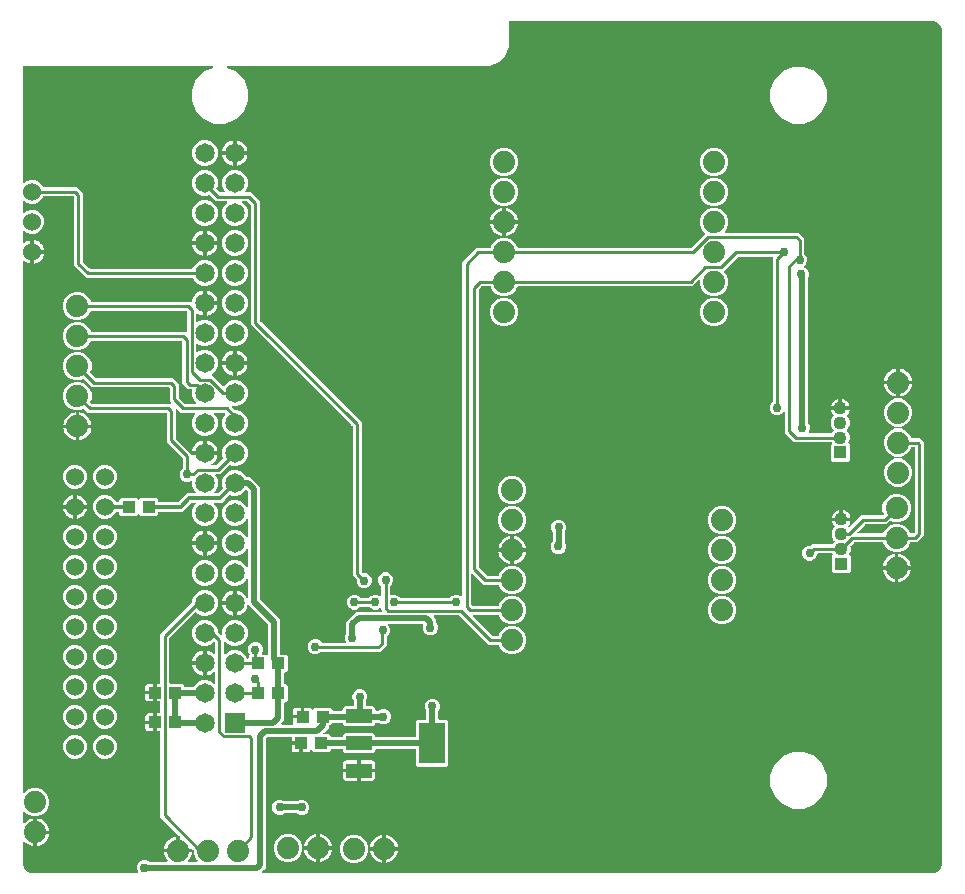
<source format=gbl>
G04 EAGLE Gerber RS-274X export*
G75*
%MOMM*%
%FSLAX34Y34*%
%LPD*%
%INBottom Copper*%
%IPPOS*%
%AMOC8*
5,1,8,0,0,1.08239X$1,22.5*%
G01*
%ADD10R,1.100000X1.000000*%
%ADD11R,1.108000X1.108000*%
%ADD12C,1.108000*%
%ADD13C,1.879600*%
%ADD14C,1.524000*%
%ADD15R,1.651000X1.651000*%
%ADD16C,1.651000*%
%ADD17R,2.200000X1.200000*%
%ADD18R,2.200000X3.500000*%
%ADD19C,0.756400*%
%ADD20C,0.254000*%
%ADD21C,0.508000*%
%ADD22C,0.304800*%

G36*
X90826Y-5072D02*
X90826Y-5072D01*
X90872Y-5074D01*
X90947Y-5052D01*
X91023Y-5040D01*
X91064Y-5018D01*
X91108Y-5005D01*
X91172Y-4961D01*
X91241Y-4924D01*
X91272Y-4891D01*
X91310Y-4865D01*
X91357Y-4802D01*
X91410Y-4746D01*
X91430Y-4704D01*
X91457Y-4668D01*
X91481Y-4594D01*
X91514Y-4523D01*
X91519Y-4477D01*
X91533Y-4434D01*
X91532Y-4356D01*
X91541Y-4279D01*
X91531Y-4234D01*
X91531Y-4188D01*
X91493Y-4056D01*
X91489Y-4038D01*
X91486Y-4034D01*
X91484Y-4027D01*
X90705Y-2147D01*
X90705Y369D01*
X91668Y2693D01*
X93446Y4471D01*
X95770Y5434D01*
X98286Y5434D01*
X100610Y4471D01*
X100666Y4415D01*
X100740Y4362D01*
X100809Y4302D01*
X100840Y4290D01*
X100866Y4271D01*
X100953Y4244D01*
X101038Y4210D01*
X101079Y4206D01*
X101101Y4199D01*
X101133Y4200D01*
X101204Y4192D01*
X115898Y4192D01*
X115968Y4203D01*
X116040Y4205D01*
X116089Y4223D01*
X116140Y4231D01*
X116204Y4265D01*
X116271Y4290D01*
X116312Y4322D01*
X116358Y4347D01*
X116407Y4398D01*
X116463Y4443D01*
X116491Y4487D01*
X116527Y4525D01*
X116557Y4590D01*
X116596Y4650D01*
X116609Y4701D01*
X116631Y4748D01*
X116639Y4819D01*
X116656Y4889D01*
X116652Y4941D01*
X116658Y4992D01*
X116643Y5063D01*
X116637Y5134D01*
X116617Y5182D01*
X116606Y5233D01*
X116569Y5294D01*
X116541Y5360D01*
X116496Y5416D01*
X116479Y5444D01*
X116462Y5459D01*
X116436Y5491D01*
X116116Y5811D01*
X115011Y7332D01*
X114158Y9006D01*
X113577Y10793D01*
X113376Y12066D01*
X124460Y12066D01*
X124480Y12069D01*
X124499Y12067D01*
X124601Y12089D01*
X124703Y12106D01*
X124720Y12115D01*
X124740Y12119D01*
X124829Y12172D01*
X124920Y12221D01*
X124934Y12235D01*
X124951Y12245D01*
X125018Y12324D01*
X125089Y12399D01*
X125098Y12417D01*
X125111Y12432D01*
X125149Y12528D01*
X125193Y12622D01*
X125195Y12642D01*
X125203Y12660D01*
X125221Y12827D01*
X125221Y13590D01*
X125223Y13590D01*
X125223Y12827D01*
X125226Y12807D01*
X125224Y12788D01*
X125246Y12686D01*
X125263Y12584D01*
X125272Y12567D01*
X125276Y12547D01*
X125329Y12458D01*
X125378Y12367D01*
X125392Y12353D01*
X125402Y12336D01*
X125481Y12269D01*
X125556Y12198D01*
X125574Y12189D01*
X125589Y12176D01*
X125685Y12137D01*
X125779Y12094D01*
X125799Y12092D01*
X125817Y12084D01*
X125984Y12066D01*
X137068Y12066D01*
X136867Y10793D01*
X136286Y9006D01*
X135433Y7332D01*
X134328Y5811D01*
X134008Y5491D01*
X133966Y5433D01*
X133917Y5381D01*
X133895Y5334D01*
X133865Y5292D01*
X133844Y5223D01*
X133813Y5158D01*
X133808Y5106D01*
X133792Y5056D01*
X133794Y4985D01*
X133786Y4914D01*
X133797Y4863D01*
X133799Y4811D01*
X133823Y4743D01*
X133838Y4673D01*
X133865Y4628D01*
X133883Y4580D01*
X133928Y4524D01*
X133965Y4462D01*
X134004Y4428D01*
X134037Y4388D01*
X134097Y4349D01*
X134152Y4302D01*
X134200Y4283D01*
X134244Y4255D01*
X134313Y4237D01*
X134380Y4210D01*
X134451Y4202D01*
X134482Y4194D01*
X134506Y4196D01*
X134546Y4192D01*
X141298Y4192D01*
X141368Y4203D01*
X141440Y4205D01*
X141489Y4223D01*
X141540Y4231D01*
X141604Y4265D01*
X141671Y4290D01*
X141712Y4322D01*
X141758Y4347D01*
X141807Y4399D01*
X141863Y4443D01*
X141891Y4487D01*
X141927Y4525D01*
X141957Y4590D01*
X141996Y4650D01*
X142009Y4701D01*
X142031Y4748D01*
X142039Y4819D01*
X142056Y4889D01*
X142052Y4941D01*
X142058Y4992D01*
X142043Y5063D01*
X142037Y5134D01*
X142017Y5182D01*
X142006Y5233D01*
X141969Y5294D01*
X141941Y5360D01*
X141896Y5416D01*
X141879Y5444D01*
X141862Y5459D01*
X141836Y5491D01*
X140501Y6826D01*
X138683Y11214D01*
X138683Y13443D01*
X138669Y13533D01*
X138661Y13624D01*
X138649Y13654D01*
X138644Y13686D01*
X138601Y13767D01*
X138565Y13851D01*
X138539Y13883D01*
X138528Y13903D01*
X138505Y13926D01*
X138460Y13982D01*
X137553Y14889D01*
X137479Y14942D01*
X137409Y15002D01*
X137379Y15014D01*
X137353Y15033D01*
X137266Y15060D01*
X137181Y15094D01*
X137140Y15098D01*
X137118Y15105D01*
X137086Y15104D01*
X137014Y15112D01*
X126745Y15112D01*
X126745Y25381D01*
X126743Y25397D01*
X126744Y25410D01*
X126730Y25474D01*
X126723Y25562D01*
X126711Y25592D01*
X126705Y25624D01*
X126692Y25649D01*
X126692Y25651D01*
X126688Y25657D01*
X126663Y25705D01*
X126627Y25789D01*
X126601Y25821D01*
X126590Y25842D01*
X126567Y25864D01*
X126522Y25920D01*
X110362Y42080D01*
X110362Y113872D01*
X110359Y113892D01*
X110361Y113911D01*
X110339Y114013D01*
X110323Y114115D01*
X110313Y114132D01*
X110309Y114152D01*
X110256Y114241D01*
X110207Y114332D01*
X110193Y114346D01*
X110183Y114363D01*
X110104Y114430D01*
X110029Y114502D01*
X110011Y114510D01*
X109996Y114523D01*
X109900Y114562D01*
X109806Y114605D01*
X109786Y114607D01*
X109768Y114615D01*
X109601Y114633D01*
X107323Y114633D01*
X107323Y121412D01*
X107320Y121432D01*
X107322Y121451D01*
X107300Y121553D01*
X107283Y121655D01*
X107274Y121672D01*
X107270Y121692D01*
X107217Y121781D01*
X107168Y121872D01*
X107154Y121886D01*
X107144Y121903D01*
X107065Y121970D01*
X106990Y122041D01*
X106972Y122050D01*
X106957Y122063D01*
X106861Y122102D01*
X106767Y122145D01*
X106747Y122147D01*
X106729Y122155D01*
X106562Y122173D01*
X105799Y122173D01*
X105799Y122175D01*
X106562Y122175D01*
X106582Y122178D01*
X106601Y122176D01*
X106703Y122198D01*
X106805Y122215D01*
X106822Y122224D01*
X106842Y122228D01*
X106931Y122281D01*
X107022Y122330D01*
X107036Y122344D01*
X107053Y122354D01*
X107120Y122433D01*
X107191Y122508D01*
X107200Y122526D01*
X107213Y122541D01*
X107252Y122637D01*
X107295Y122731D01*
X107297Y122751D01*
X107305Y122769D01*
X107323Y122936D01*
X107323Y129715D01*
X109601Y129715D01*
X109621Y129718D01*
X109640Y129716D01*
X109742Y129738D01*
X109844Y129754D01*
X109861Y129764D01*
X109881Y129768D01*
X109970Y129821D01*
X110061Y129870D01*
X110075Y129884D01*
X110092Y129894D01*
X110159Y129973D01*
X110231Y130048D01*
X110239Y130066D01*
X110252Y130081D01*
X110291Y130177D01*
X110334Y130271D01*
X110336Y130291D01*
X110344Y130309D01*
X110362Y130476D01*
X110362Y139145D01*
X110359Y139165D01*
X110361Y139184D01*
X110339Y139286D01*
X110323Y139388D01*
X110313Y139405D01*
X110309Y139425D01*
X110256Y139514D01*
X110207Y139605D01*
X110193Y139619D01*
X110183Y139636D01*
X110104Y139703D01*
X110029Y139775D01*
X110011Y139783D01*
X109996Y139796D01*
X109900Y139835D01*
X109806Y139878D01*
X109786Y139880D01*
X109768Y139888D01*
X109601Y139906D01*
X107323Y139906D01*
X107323Y146685D01*
X107320Y146705D01*
X107322Y146724D01*
X107300Y146826D01*
X107283Y146928D01*
X107274Y146945D01*
X107270Y146965D01*
X107217Y147054D01*
X107168Y147145D01*
X107154Y147159D01*
X107144Y147176D01*
X107065Y147243D01*
X106990Y147314D01*
X106972Y147323D01*
X106957Y147336D01*
X106861Y147375D01*
X106767Y147418D01*
X106747Y147420D01*
X106729Y147428D01*
X106562Y147446D01*
X105799Y147446D01*
X105799Y147448D01*
X106562Y147448D01*
X106582Y147451D01*
X106601Y147449D01*
X106703Y147471D01*
X106805Y147488D01*
X106822Y147497D01*
X106842Y147501D01*
X106931Y147554D01*
X107022Y147603D01*
X107036Y147617D01*
X107053Y147627D01*
X107120Y147706D01*
X107191Y147781D01*
X107200Y147799D01*
X107213Y147814D01*
X107252Y147910D01*
X107295Y148004D01*
X107297Y148024D01*
X107305Y148042D01*
X107323Y148209D01*
X107323Y154988D01*
X109601Y154988D01*
X109621Y154991D01*
X109640Y154989D01*
X109742Y155011D01*
X109844Y155027D01*
X109861Y155037D01*
X109881Y155041D01*
X109970Y155094D01*
X110061Y155143D01*
X110075Y155157D01*
X110092Y155167D01*
X110159Y155246D01*
X110231Y155321D01*
X110239Y155339D01*
X110252Y155354D01*
X110291Y155450D01*
X110334Y155544D01*
X110336Y155564D01*
X110344Y155582D01*
X110362Y155749D01*
X110362Y196650D01*
X137063Y223352D01*
X137116Y223425D01*
X137176Y223495D01*
X137188Y223525D01*
X137207Y223551D01*
X137234Y223638D01*
X137268Y223723D01*
X137272Y223764D01*
X137279Y223786D01*
X137278Y223819D01*
X137286Y223890D01*
X137286Y225413D01*
X138930Y229381D01*
X141967Y232418D01*
X145935Y234062D01*
X150229Y234062D01*
X154197Y232418D01*
X157234Y229381D01*
X158878Y225413D01*
X158878Y221119D01*
X157234Y217151D01*
X154197Y214114D01*
X150229Y212470D01*
X145935Y212470D01*
X141967Y214114D01*
X140824Y215257D01*
X140807Y215269D01*
X140795Y215284D01*
X140708Y215340D01*
X140624Y215400D01*
X140605Y215406D01*
X140588Y215417D01*
X140488Y215442D01*
X140389Y215473D01*
X140369Y215472D01*
X140350Y215477D01*
X140247Y215469D01*
X140143Y215466D01*
X140124Y215460D01*
X140104Y215458D01*
X140010Y215418D01*
X139912Y215382D01*
X139896Y215369D01*
X139878Y215362D01*
X139747Y215257D01*
X118207Y193716D01*
X118154Y193643D01*
X118094Y193573D01*
X118082Y193543D01*
X118063Y193517D01*
X118036Y193430D01*
X118002Y193345D01*
X117998Y193304D01*
X117991Y193282D01*
X117992Y193249D01*
X117984Y193178D01*
X117984Y155749D01*
X117987Y155729D01*
X117985Y155710D01*
X118007Y155608D01*
X118023Y155506D01*
X118033Y155489D01*
X118037Y155469D01*
X118090Y155380D01*
X118139Y155289D01*
X118153Y155275D01*
X118163Y155258D01*
X118242Y155191D01*
X118317Y155119D01*
X118335Y155111D01*
X118350Y155098D01*
X118446Y155059D01*
X118540Y155016D01*
X118560Y155014D01*
X118578Y155006D01*
X118745Y154988D01*
X129352Y154988D01*
X130841Y153499D01*
X130841Y152908D01*
X130844Y152888D01*
X130842Y152869D01*
X130864Y152767D01*
X130880Y152665D01*
X130890Y152648D01*
X130894Y152628D01*
X130947Y152539D01*
X130996Y152448D01*
X131010Y152434D01*
X131020Y152417D01*
X131099Y152350D01*
X131174Y152278D01*
X131192Y152270D01*
X131207Y152257D01*
X131303Y152218D01*
X131397Y152175D01*
X131417Y152173D01*
X131435Y152165D01*
X131602Y152147D01*
X137993Y152147D01*
X138107Y152166D01*
X138224Y152183D01*
X138229Y152185D01*
X138235Y152186D01*
X138338Y152241D01*
X138443Y152294D01*
X138447Y152299D01*
X138453Y152302D01*
X138533Y152386D01*
X138615Y152470D01*
X138619Y152476D01*
X138622Y152480D01*
X138630Y152497D01*
X138696Y152617D01*
X138930Y153181D01*
X141967Y156218D01*
X145935Y157862D01*
X150229Y157862D01*
X154197Y156218D01*
X155418Y154998D01*
X155476Y154956D01*
X155528Y154907D01*
X155549Y154897D01*
X155553Y154894D01*
X155575Y154885D01*
X155617Y154854D01*
X155686Y154833D01*
X155751Y154803D01*
X155803Y154797D01*
X155853Y154782D01*
X155924Y154784D01*
X155995Y154776D01*
X156046Y154787D01*
X156098Y154788D01*
X156166Y154813D01*
X156236Y154828D01*
X156281Y154855D01*
X156329Y154873D01*
X156385Y154918D01*
X156447Y154954D01*
X156481Y154994D01*
X156521Y155026D01*
X156560Y155087D01*
X156607Y155141D01*
X156626Y155189D01*
X156654Y155233D01*
X156672Y155302D01*
X156689Y155340D01*
X156690Y155348D01*
X156699Y155369D01*
X156707Y155441D01*
X156715Y155472D01*
X156713Y155495D01*
X156717Y155536D01*
X156717Y163996D01*
X156706Y164067D01*
X156704Y164138D01*
X156686Y164187D01*
X156678Y164239D01*
X156644Y164302D01*
X156619Y164369D01*
X156587Y164410D01*
X156562Y164456D01*
X156511Y164505D01*
X156466Y164561D01*
X156422Y164590D01*
X156384Y164625D01*
X156319Y164656D01*
X156259Y164694D01*
X156208Y164707D01*
X156161Y164729D01*
X156090Y164737D01*
X156020Y164755D01*
X155968Y164750D01*
X155917Y164756D01*
X155846Y164741D01*
X155775Y164735D01*
X155727Y164715D01*
X155676Y164704D01*
X155615Y164667D01*
X155549Y164639D01*
X155493Y164594D01*
X155465Y164578D01*
X155450Y164560D01*
X155418Y164534D01*
X155115Y164231D01*
X153740Y163233D01*
X152226Y162461D01*
X150610Y161936D01*
X149605Y161777D01*
X149605Y171704D01*
X149602Y171724D01*
X149604Y171743D01*
X149582Y171845D01*
X149565Y171947D01*
X149556Y171964D01*
X149552Y171984D01*
X149499Y172073D01*
X149450Y172164D01*
X149436Y172178D01*
X149426Y172195D01*
X149347Y172262D01*
X149272Y172333D01*
X149254Y172342D01*
X149239Y172355D01*
X149143Y172393D01*
X149049Y172437D01*
X149029Y172439D01*
X149011Y172447D01*
X148844Y172465D01*
X148081Y172465D01*
X148081Y172467D01*
X148844Y172467D01*
X148864Y172470D01*
X148883Y172468D01*
X148985Y172490D01*
X149087Y172507D01*
X149104Y172516D01*
X149124Y172520D01*
X149213Y172573D01*
X149304Y172622D01*
X149318Y172636D01*
X149335Y172646D01*
X149402Y172725D01*
X149473Y172800D01*
X149482Y172818D01*
X149495Y172833D01*
X149534Y172929D01*
X149577Y173023D01*
X149579Y173043D01*
X149587Y173061D01*
X149605Y173228D01*
X149605Y183155D01*
X150610Y182996D01*
X152226Y182471D01*
X153740Y181699D01*
X155115Y180701D01*
X155418Y180398D01*
X155476Y180356D01*
X155528Y180307D01*
X155575Y180285D01*
X155617Y180254D01*
X155686Y180233D01*
X155751Y180203D01*
X155803Y180197D01*
X155853Y180182D01*
X155924Y180184D01*
X155995Y180176D01*
X156046Y180187D01*
X156098Y180188D01*
X156166Y180213D01*
X156236Y180228D01*
X156281Y180255D01*
X156329Y180273D01*
X156385Y180317D01*
X156447Y180354D01*
X156481Y180394D01*
X156521Y180426D01*
X156560Y180487D01*
X156607Y180541D01*
X156626Y180590D01*
X156654Y180633D01*
X156672Y180703D01*
X156699Y180769D01*
X156707Y180841D01*
X156715Y180872D01*
X156713Y180895D01*
X156717Y180936D01*
X156717Y189396D01*
X156706Y189467D01*
X156704Y189538D01*
X156686Y189587D01*
X156678Y189639D01*
X156644Y189702D01*
X156619Y189769D01*
X156587Y189810D01*
X156562Y189856D01*
X156510Y189905D01*
X156466Y189961D01*
X156422Y189990D01*
X156384Y190025D01*
X156319Y190056D01*
X156259Y190094D01*
X156208Y190107D01*
X156161Y190129D01*
X156090Y190137D01*
X156020Y190155D01*
X155968Y190150D01*
X155917Y190156D01*
X155846Y190141D01*
X155775Y190135D01*
X155727Y190115D01*
X155676Y190104D01*
X155615Y190067D01*
X155549Y190039D01*
X155493Y189994D01*
X155465Y189978D01*
X155450Y189960D01*
X155418Y189934D01*
X154197Y188714D01*
X150229Y187070D01*
X145935Y187070D01*
X141967Y188714D01*
X138930Y191751D01*
X137286Y195719D01*
X137286Y200013D01*
X138930Y203981D01*
X141967Y207018D01*
X145935Y208662D01*
X150229Y208662D01*
X154197Y207018D01*
X157234Y203981D01*
X158878Y200013D01*
X158878Y198998D01*
X158892Y198908D01*
X158900Y198817D01*
X158912Y198787D01*
X158917Y198755D01*
X158960Y198675D01*
X158996Y198590D01*
X159022Y198558D01*
X159033Y198538D01*
X159056Y198516D01*
X159101Y198460D01*
X161387Y196173D01*
X161445Y196132D01*
X161497Y196082D01*
X161544Y196060D01*
X161586Y196030D01*
X161655Y196009D01*
X161720Y195979D01*
X161772Y195973D01*
X161822Y195958D01*
X161893Y195959D01*
X161964Y195952D01*
X162015Y195963D01*
X162067Y195964D01*
X162135Y195989D01*
X162205Y196004D01*
X162250Y196030D01*
X162298Y196048D01*
X162354Y196093D01*
X162416Y196130D01*
X162450Y196170D01*
X162490Y196202D01*
X162529Y196262D01*
X162576Y196317D01*
X162595Y196365D01*
X162623Y196409D01*
X162641Y196478D01*
X162668Y196545D01*
X162676Y196616D01*
X162684Y196648D01*
X162682Y196671D01*
X162686Y196712D01*
X162686Y200013D01*
X164330Y203981D01*
X167367Y207018D01*
X171335Y208662D01*
X175629Y208662D01*
X179597Y207018D01*
X182634Y203981D01*
X184278Y200013D01*
X184278Y195719D01*
X182634Y191751D01*
X179597Y188714D01*
X175629Y187070D01*
X171335Y187070D01*
X167367Y188714D01*
X165638Y190442D01*
X165580Y190484D01*
X165528Y190533D01*
X165481Y190555D01*
X165439Y190586D01*
X165370Y190607D01*
X165305Y190637D01*
X165253Y190643D01*
X165203Y190658D01*
X165132Y190656D01*
X165061Y190664D01*
X165010Y190653D01*
X164958Y190652D01*
X164890Y190627D01*
X164820Y190612D01*
X164775Y190585D01*
X164727Y190567D01*
X164671Y190522D01*
X164609Y190486D01*
X164575Y190446D01*
X164535Y190414D01*
X164496Y190353D01*
X164449Y190299D01*
X164430Y190251D01*
X164402Y190207D01*
X164384Y190137D01*
X164357Y190071D01*
X164349Y189999D01*
X164341Y189968D01*
X164343Y189945D01*
X164339Y189904D01*
X164339Y180428D01*
X164350Y180357D01*
X164352Y180286D01*
X164370Y180237D01*
X164378Y180185D01*
X164412Y180122D01*
X164437Y180055D01*
X164469Y180014D01*
X164494Y179968D01*
X164546Y179919D01*
X164590Y179863D01*
X164634Y179834D01*
X164672Y179799D01*
X164737Y179768D01*
X164797Y179730D01*
X164848Y179717D01*
X164895Y179695D01*
X164966Y179687D01*
X165036Y179669D01*
X165088Y179674D01*
X165139Y179668D01*
X165210Y179683D01*
X165281Y179689D01*
X165329Y179709D01*
X165380Y179720D01*
X165441Y179757D01*
X165507Y179785D01*
X165563Y179830D01*
X165591Y179846D01*
X165606Y179864D01*
X165638Y179890D01*
X167367Y181618D01*
X171335Y183262D01*
X175629Y183262D01*
X179597Y181618D01*
X182634Y178581D01*
X183394Y176747D01*
X183456Y176647D01*
X183516Y176547D01*
X183520Y176543D01*
X183524Y176538D01*
X183613Y176463D01*
X183703Y176387D01*
X183708Y176385D01*
X183713Y176381D01*
X183821Y176339D01*
X183931Y176295D01*
X183938Y176294D01*
X183943Y176293D01*
X183961Y176292D01*
X184097Y176277D01*
X184374Y176277D01*
X184394Y176280D01*
X184413Y176278D01*
X184515Y176300D01*
X184617Y176316D01*
X184634Y176326D01*
X184654Y176330D01*
X184743Y176383D01*
X184834Y176432D01*
X184848Y176446D01*
X184865Y176456D01*
X184932Y176535D01*
X185004Y176610D01*
X185012Y176628D01*
X185025Y176643D01*
X185064Y176739D01*
X185107Y176833D01*
X185109Y176853D01*
X185117Y176871D01*
X185135Y177038D01*
X185135Y178137D01*
X185815Y178817D01*
X185826Y178833D01*
X185842Y178846D01*
X185898Y178933D01*
X185958Y179017D01*
X185964Y179036D01*
X185975Y179053D01*
X186000Y179153D01*
X186031Y179252D01*
X186030Y179272D01*
X186035Y179291D01*
X186027Y179394D01*
X186024Y179498D01*
X186017Y179516D01*
X186016Y179536D01*
X185976Y179631D01*
X185940Y179729D01*
X185927Y179744D01*
X185920Y179763D01*
X185815Y179894D01*
X185394Y180314D01*
X184431Y182638D01*
X184431Y185154D01*
X185394Y187478D01*
X187172Y189256D01*
X189496Y190219D01*
X192012Y190219D01*
X194336Y189256D01*
X196114Y187478D01*
X197077Y185154D01*
X197077Y182638D01*
X196265Y180678D01*
X196254Y180634D01*
X196235Y180592D01*
X196226Y180515D01*
X196209Y180439D01*
X196213Y180393D01*
X196208Y180348D01*
X196224Y180271D01*
X196232Y180194D01*
X196250Y180152D01*
X196260Y180107D01*
X196300Y180040D01*
X196332Y179969D01*
X196363Y179935D01*
X196386Y179896D01*
X196445Y179845D01*
X196498Y179788D01*
X196538Y179766D01*
X196573Y179736D01*
X196645Y179707D01*
X196714Y179670D01*
X196759Y179661D01*
X196801Y179644D01*
X196937Y179629D01*
X196956Y179626D01*
X196961Y179627D01*
X196968Y179626D01*
X199728Y179626D01*
X200240Y179114D01*
X200298Y179073D01*
X200350Y179023D01*
X200397Y179001D01*
X200439Y178971D01*
X200508Y178950D01*
X200573Y178920D01*
X200625Y178914D01*
X200675Y178898D01*
X200746Y178900D01*
X200817Y178892D01*
X200868Y178904D01*
X200920Y178905D01*
X200988Y178929D01*
X201058Y178945D01*
X201103Y178971D01*
X201151Y178989D01*
X201207Y179034D01*
X201269Y179071D01*
X201303Y179110D01*
X201343Y179143D01*
X201382Y179203D01*
X201429Y179258D01*
X201448Y179306D01*
X201476Y179350D01*
X201494Y179419D01*
X201521Y179486D01*
X201529Y179557D01*
X201537Y179588D01*
X201535Y179612D01*
X201539Y179653D01*
X201539Y205107D01*
X201525Y205197D01*
X201517Y205288D01*
X201505Y205318D01*
X201500Y205350D01*
X201457Y205431D01*
X201421Y205514D01*
X201395Y205547D01*
X201384Y205567D01*
X201361Y205589D01*
X201316Y205645D01*
X185371Y221591D01*
X185361Y221598D01*
X185354Y221608D01*
X185261Y221670D01*
X185171Y221735D01*
X185160Y221738D01*
X185150Y221745D01*
X185043Y221774D01*
X184936Y221807D01*
X184924Y221807D01*
X184912Y221810D01*
X184802Y221803D01*
X184690Y221801D01*
X184679Y221796D01*
X184667Y221796D01*
X184564Y221754D01*
X184459Y221716D01*
X184450Y221709D01*
X184439Y221704D01*
X184354Y221632D01*
X184267Y221562D01*
X184261Y221552D01*
X184251Y221545D01*
X184194Y221449D01*
X184134Y221355D01*
X184131Y221344D01*
X184125Y221334D01*
X184093Y221218D01*
X184093Y221217D01*
X184093Y221216D01*
X184081Y221172D01*
X184012Y220738D01*
X183487Y219122D01*
X182715Y217608D01*
X181716Y216233D01*
X180515Y215032D01*
X179140Y214033D01*
X177626Y213261D01*
X176010Y212736D01*
X175005Y212577D01*
X175005Y222504D01*
X175002Y222524D01*
X175004Y222543D01*
X174982Y222645D01*
X174965Y222747D01*
X174956Y222764D01*
X174952Y222784D01*
X174899Y222873D01*
X174850Y222964D01*
X174836Y222978D01*
X174826Y222995D01*
X174747Y223062D01*
X174672Y223133D01*
X174654Y223142D01*
X174639Y223155D01*
X174543Y223193D01*
X174449Y223237D01*
X174429Y223239D01*
X174411Y223247D01*
X174244Y223265D01*
X173481Y223265D01*
X173481Y223267D01*
X174244Y223267D01*
X174264Y223270D01*
X174283Y223268D01*
X174385Y223290D01*
X174487Y223307D01*
X174504Y223316D01*
X174524Y223320D01*
X174613Y223373D01*
X174704Y223422D01*
X174718Y223436D01*
X174735Y223446D01*
X174802Y223525D01*
X174873Y223600D01*
X174882Y223618D01*
X174895Y223633D01*
X174934Y223729D01*
X174977Y223823D01*
X174979Y223843D01*
X174987Y223861D01*
X175005Y224028D01*
X175005Y233955D01*
X176010Y233796D01*
X177626Y233271D01*
X179140Y232499D01*
X180515Y231500D01*
X181716Y230299D01*
X182715Y228924D01*
X183091Y228187D01*
X183131Y228133D01*
X183163Y228073D01*
X183203Y228034D01*
X183236Y227989D01*
X183292Y227950D01*
X183341Y227903D01*
X183392Y227880D01*
X183438Y227848D01*
X183502Y227828D01*
X183564Y227800D01*
X183620Y227794D01*
X183673Y227778D01*
X183741Y227780D01*
X183808Y227773D01*
X183863Y227785D01*
X183919Y227787D01*
X183983Y227811D01*
X184049Y227825D01*
X184097Y227854D01*
X184149Y227874D01*
X184202Y227916D01*
X184260Y227951D01*
X184296Y227994D01*
X184340Y228029D01*
X184376Y228087D01*
X184420Y228138D01*
X184441Y228190D01*
X184471Y228237D01*
X184486Y228303D01*
X184512Y228366D01*
X184520Y228445D01*
X184528Y228477D01*
X184526Y228497D01*
X184530Y228533D01*
X184530Y243301D01*
X184515Y243397D01*
X184505Y243494D01*
X184495Y243518D01*
X184491Y243544D01*
X184445Y243630D01*
X184405Y243719D01*
X184388Y243738D01*
X184375Y243761D01*
X184305Y243828D01*
X184239Y243900D01*
X184216Y243913D01*
X184197Y243931D01*
X184109Y243972D01*
X184023Y244019D01*
X183998Y244023D01*
X183974Y244034D01*
X183877Y244045D01*
X183781Y244062D01*
X183755Y244059D01*
X183730Y244061D01*
X183634Y244041D01*
X183538Y244027D01*
X183515Y244015D01*
X183489Y244009D01*
X183406Y243959D01*
X183319Y243915D01*
X183300Y243896D01*
X183278Y243883D01*
X183215Y243809D01*
X183147Y243739D01*
X183131Y243711D01*
X183118Y243696D01*
X183106Y243665D01*
X183066Y243593D01*
X182634Y242551D01*
X179597Y239514D01*
X175629Y237870D01*
X171335Y237870D01*
X167367Y239514D01*
X164330Y242551D01*
X162686Y246519D01*
X162686Y250813D01*
X164330Y254781D01*
X167367Y257818D01*
X171335Y259462D01*
X175629Y259462D01*
X179597Y257818D01*
X182634Y254781D01*
X183066Y253739D01*
X183117Y253657D01*
X183163Y253571D01*
X183182Y253553D01*
X183195Y253530D01*
X183270Y253468D01*
X183341Y253401D01*
X183365Y253390D01*
X183385Y253374D01*
X183476Y253339D01*
X183564Y253298D01*
X183590Y253295D01*
X183614Y253285D01*
X183712Y253281D01*
X183808Y253271D01*
X183834Y253276D01*
X183860Y253275D01*
X183954Y253302D01*
X184049Y253323D01*
X184071Y253336D01*
X184096Y253344D01*
X184176Y253399D01*
X184260Y253449D01*
X184277Y253469D01*
X184298Y253484D01*
X184357Y253562D01*
X184420Y253636D01*
X184430Y253660D01*
X184445Y253681D01*
X184475Y253774D01*
X184512Y253864D01*
X184515Y253897D01*
X184521Y253915D01*
X184521Y253948D01*
X184530Y254031D01*
X184530Y268701D01*
X184515Y268797D01*
X184505Y268894D01*
X184495Y268918D01*
X184491Y268944D01*
X184445Y269030D01*
X184405Y269119D01*
X184388Y269138D01*
X184375Y269161D01*
X184305Y269228D01*
X184239Y269300D01*
X184216Y269313D01*
X184197Y269331D01*
X184109Y269372D01*
X184023Y269419D01*
X183998Y269423D01*
X183974Y269434D01*
X183877Y269445D01*
X183781Y269462D01*
X183755Y269459D01*
X183730Y269461D01*
X183634Y269441D01*
X183538Y269427D01*
X183515Y269415D01*
X183489Y269409D01*
X183406Y269359D01*
X183319Y269315D01*
X183300Y269296D01*
X183278Y269283D01*
X183215Y269209D01*
X183147Y269139D01*
X183131Y269111D01*
X183118Y269096D01*
X183106Y269065D01*
X183066Y268993D01*
X182634Y267951D01*
X179597Y264914D01*
X175629Y263270D01*
X171335Y263270D01*
X167367Y264914D01*
X164330Y267951D01*
X162686Y271919D01*
X162686Y276213D01*
X164330Y280181D01*
X167367Y283218D01*
X171335Y284862D01*
X175629Y284862D01*
X179597Y283218D01*
X182634Y280181D01*
X183066Y279139D01*
X183117Y279057D01*
X183163Y278971D01*
X183182Y278953D01*
X183195Y278930D01*
X183270Y278868D01*
X183341Y278801D01*
X183365Y278790D01*
X183385Y278774D01*
X183476Y278739D01*
X183564Y278698D01*
X183590Y278695D01*
X183614Y278685D01*
X183712Y278681D01*
X183808Y278671D01*
X183834Y278676D01*
X183860Y278675D01*
X183954Y278702D01*
X184049Y278723D01*
X184071Y278736D01*
X184096Y278744D01*
X184176Y278799D01*
X184260Y278849D01*
X184277Y278869D01*
X184298Y278884D01*
X184357Y278962D01*
X184420Y279036D01*
X184430Y279060D01*
X184445Y279081D01*
X184475Y279174D01*
X184512Y279264D01*
X184515Y279297D01*
X184521Y279315D01*
X184521Y279348D01*
X184530Y279431D01*
X184530Y294101D01*
X184528Y294117D01*
X184529Y294131D01*
X184514Y294200D01*
X184505Y294294D01*
X184495Y294318D01*
X184491Y294344D01*
X184478Y294368D01*
X184477Y294372D01*
X184466Y294389D01*
X184445Y294430D01*
X184405Y294519D01*
X184388Y294538D01*
X184375Y294561D01*
X184305Y294628D01*
X184239Y294700D01*
X184216Y294713D01*
X184197Y294731D01*
X184109Y294772D01*
X184023Y294819D01*
X183998Y294823D01*
X183974Y294834D01*
X183877Y294845D01*
X183781Y294862D01*
X183755Y294859D01*
X183730Y294861D01*
X183634Y294841D01*
X183538Y294827D01*
X183515Y294815D01*
X183489Y294809D01*
X183406Y294759D01*
X183319Y294715D01*
X183300Y294696D01*
X183278Y294683D01*
X183215Y294609D01*
X183147Y294539D01*
X183136Y294521D01*
X183136Y294520D01*
X183134Y294517D01*
X183131Y294511D01*
X183118Y294496D01*
X183106Y294465D01*
X183066Y294393D01*
X182634Y293351D01*
X179597Y290314D01*
X175629Y288670D01*
X171335Y288670D01*
X167367Y290314D01*
X164330Y293351D01*
X162686Y297319D01*
X162686Y301613D01*
X164330Y305581D01*
X167367Y308618D01*
X171335Y310262D01*
X175629Y310262D01*
X179597Y308618D01*
X182634Y305581D01*
X183066Y304539D01*
X183117Y304457D01*
X183163Y304371D01*
X183182Y304353D01*
X183195Y304330D01*
X183270Y304268D01*
X183341Y304201D01*
X183365Y304190D01*
X183385Y304174D01*
X183476Y304139D01*
X183564Y304098D01*
X183590Y304095D01*
X183614Y304085D01*
X183712Y304081D01*
X183808Y304071D01*
X183834Y304076D01*
X183860Y304075D01*
X183954Y304102D01*
X184049Y304123D01*
X184071Y304136D01*
X184096Y304144D01*
X184176Y304199D01*
X184260Y304249D01*
X184277Y304269D01*
X184298Y304284D01*
X184357Y304362D01*
X184420Y304436D01*
X184430Y304460D01*
X184445Y304481D01*
X184475Y304574D01*
X184512Y304664D01*
X184515Y304697D01*
X184521Y304715D01*
X184521Y304748D01*
X184530Y304831D01*
X184530Y317366D01*
X184516Y317456D01*
X184508Y317547D01*
X184496Y317577D01*
X184491Y317609D01*
X184448Y317690D01*
X184412Y317773D01*
X184386Y317806D01*
X184375Y317826D01*
X184352Y317848D01*
X184307Y317904D01*
X183586Y318626D01*
X183570Y318637D01*
X183557Y318653D01*
X183470Y318709D01*
X183386Y318769D01*
X183367Y318775D01*
X183350Y318786D01*
X183250Y318811D01*
X183151Y318842D01*
X183131Y318841D01*
X183112Y318846D01*
X183009Y318838D01*
X182905Y318835D01*
X182886Y318829D01*
X182867Y318827D01*
X182772Y318787D01*
X182674Y318751D01*
X182659Y318738D01*
X182640Y318731D01*
X182509Y318626D01*
X179597Y315714D01*
X175629Y314070D01*
X171335Y314070D01*
X169754Y314725D01*
X169640Y314752D01*
X169527Y314780D01*
X169521Y314780D01*
X169515Y314781D01*
X169398Y314770D01*
X169282Y314761D01*
X169276Y314759D01*
X169270Y314758D01*
X169162Y314710D01*
X169055Y314665D01*
X169049Y314660D01*
X169045Y314658D01*
X169031Y314646D01*
X168924Y314560D01*
X165070Y310705D01*
X162466Y308101D01*
X156552Y308101D01*
X156481Y308090D01*
X156410Y308088D01*
X156361Y308070D01*
X156309Y308062D01*
X156246Y308028D01*
X156179Y308003D01*
X156138Y307971D01*
X156092Y307946D01*
X156043Y307894D01*
X155987Y307850D01*
X155958Y307806D01*
X155923Y307768D01*
X155892Y307703D01*
X155854Y307643D01*
X155841Y307592D01*
X155819Y307545D01*
X155811Y307474D01*
X155793Y307404D01*
X155798Y307352D01*
X155792Y307301D01*
X155807Y307230D01*
X155813Y307159D01*
X155833Y307111D01*
X155844Y307060D01*
X155881Y306999D01*
X155909Y306933D01*
X155954Y306877D01*
X155970Y306849D01*
X155988Y306834D01*
X156014Y306802D01*
X157234Y305581D01*
X158878Y301613D01*
X158878Y297319D01*
X157234Y293351D01*
X154197Y290314D01*
X150229Y288670D01*
X145935Y288670D01*
X141967Y290314D01*
X138930Y293351D01*
X137286Y297319D01*
X137286Y301613D01*
X138930Y305581D01*
X140150Y306802D01*
X140192Y306860D01*
X140241Y306912D01*
X140263Y306959D01*
X140294Y307001D01*
X140315Y307070D01*
X140345Y307135D01*
X140351Y307187D01*
X140366Y307237D01*
X140364Y307308D01*
X140372Y307379D01*
X140361Y307430D01*
X140360Y307482D01*
X140335Y307550D01*
X140320Y307620D01*
X140293Y307665D01*
X140275Y307713D01*
X140230Y307769D01*
X140194Y307831D01*
X140154Y307865D01*
X140122Y307905D01*
X140061Y307944D01*
X140007Y307991D01*
X139959Y308010D01*
X139915Y308038D01*
X139845Y308056D01*
X139779Y308083D01*
X139707Y308091D01*
X139676Y308099D01*
X139653Y308097D01*
X139612Y308101D01*
X136991Y308101D01*
X136901Y308087D01*
X136810Y308079D01*
X136780Y308067D01*
X136748Y308062D01*
X136668Y308019D01*
X136584Y307983D01*
X136552Y307957D01*
X136531Y307946D01*
X136509Y307923D01*
X136453Y307878D01*
X129310Y300735D01*
X109504Y300735D01*
X109484Y300732D01*
X109465Y300734D01*
X109363Y300712D01*
X109261Y300696D01*
X109244Y300686D01*
X109224Y300682D01*
X109135Y300629D01*
X109044Y300580D01*
X109030Y300566D01*
X109013Y300556D01*
X108946Y300477D01*
X108874Y300402D01*
X108866Y300384D01*
X108853Y300369D01*
X108814Y300273D01*
X108771Y300179D01*
X108769Y300159D01*
X108761Y300141D01*
X108743Y299974D01*
X108743Y298748D01*
X107254Y297259D01*
X94150Y297259D01*
X92740Y298669D01*
X92724Y298680D01*
X92712Y298696D01*
X92624Y298752D01*
X92541Y298812D01*
X92522Y298818D01*
X92505Y298829D01*
X92404Y298854D01*
X92305Y298884D01*
X92286Y298884D01*
X92266Y298889D01*
X92163Y298881D01*
X92060Y298878D01*
X92041Y298871D01*
X92021Y298870D01*
X91926Y298829D01*
X91829Y298794D01*
X91813Y298781D01*
X91795Y298773D01*
X91664Y298669D01*
X90254Y297259D01*
X77150Y297259D01*
X75661Y298748D01*
X75661Y299974D01*
X75658Y299994D01*
X75660Y300013D01*
X75638Y300115D01*
X75622Y300217D01*
X75612Y300234D01*
X75608Y300254D01*
X75555Y300343D01*
X75506Y300434D01*
X75492Y300448D01*
X75482Y300465D01*
X75403Y300532D01*
X75328Y300604D01*
X75310Y300612D01*
X75295Y300625D01*
X75199Y300664D01*
X75105Y300707D01*
X75085Y300709D01*
X75067Y300717D01*
X74900Y300735D01*
X73323Y300735D01*
X73208Y300716D01*
X73092Y300699D01*
X73086Y300697D01*
X73080Y300696D01*
X72978Y300641D01*
X72873Y300588D01*
X72868Y300583D01*
X72863Y300580D01*
X72783Y300496D01*
X72700Y300412D01*
X72697Y300406D01*
X72693Y300402D01*
X72686Y300385D01*
X72620Y300265D01*
X72114Y299044D01*
X69256Y296186D01*
X65521Y294639D01*
X61479Y294639D01*
X57744Y296186D01*
X54886Y299044D01*
X53339Y302779D01*
X53339Y306821D01*
X54886Y310556D01*
X57744Y313414D01*
X61479Y314961D01*
X65521Y314961D01*
X69256Y313414D01*
X72114Y310556D01*
X72620Y309335D01*
X72681Y309235D01*
X72741Y309135D01*
X72746Y309131D01*
X72749Y309126D01*
X72840Y309051D01*
X72928Y308975D01*
X72934Y308973D01*
X72939Y308969D01*
X73047Y308927D01*
X73156Y308883D01*
X73164Y308882D01*
X73168Y308881D01*
X73187Y308880D01*
X73323Y308865D01*
X74900Y308865D01*
X74920Y308868D01*
X74939Y308866D01*
X75041Y308888D01*
X75143Y308904D01*
X75160Y308914D01*
X75180Y308918D01*
X75269Y308971D01*
X75360Y309020D01*
X75374Y309034D01*
X75391Y309044D01*
X75458Y309123D01*
X75530Y309198D01*
X75538Y309216D01*
X75551Y309231D01*
X75590Y309327D01*
X75633Y309421D01*
X75635Y309441D01*
X75643Y309459D01*
X75661Y309626D01*
X75661Y310852D01*
X77150Y312341D01*
X90254Y312341D01*
X91664Y310931D01*
X91680Y310920D01*
X91692Y310904D01*
X91780Y310848D01*
X91863Y310788D01*
X91882Y310782D01*
X91899Y310771D01*
X92000Y310746D01*
X92099Y310716D01*
X92118Y310716D01*
X92138Y310711D01*
X92241Y310719D01*
X92344Y310722D01*
X92363Y310729D01*
X92383Y310730D01*
X92478Y310771D01*
X92575Y310806D01*
X92591Y310819D01*
X92609Y310827D01*
X92740Y310931D01*
X94150Y312341D01*
X107254Y312341D01*
X108743Y310852D01*
X108743Y309626D01*
X108746Y309606D01*
X108744Y309587D01*
X108766Y309485D01*
X108782Y309383D01*
X108792Y309366D01*
X108796Y309346D01*
X108849Y309257D01*
X108898Y309166D01*
X108912Y309152D01*
X108922Y309135D01*
X109001Y309068D01*
X109076Y308996D01*
X109094Y308988D01*
X109109Y308975D01*
X109205Y308936D01*
X109299Y308893D01*
X109319Y308891D01*
X109337Y308883D01*
X109504Y308865D01*
X125627Y308865D01*
X125717Y308879D01*
X125808Y308887D01*
X125838Y308899D01*
X125870Y308904D01*
X125950Y308947D01*
X126034Y308983D01*
X126066Y309009D01*
X126087Y309020D01*
X126109Y309043D01*
X126165Y309088D01*
X133308Y316231D01*
X139612Y316231D01*
X139683Y316242D01*
X139754Y316244D01*
X139803Y316262D01*
X139855Y316270D01*
X139918Y316304D01*
X139985Y316329D01*
X140026Y316361D01*
X140072Y316386D01*
X140121Y316438D01*
X140177Y316482D01*
X140206Y316526D01*
X140241Y316564D01*
X140272Y316629D01*
X140310Y316689D01*
X140323Y316740D01*
X140345Y316787D01*
X140353Y316858D01*
X140371Y316928D01*
X140366Y316980D01*
X140372Y317031D01*
X140357Y317102D01*
X140351Y317173D01*
X140331Y317221D01*
X140320Y317272D01*
X140283Y317333D01*
X140255Y317399D01*
X140210Y317455D01*
X140194Y317483D01*
X140176Y317498D01*
X140150Y317530D01*
X138930Y318751D01*
X137286Y322719D01*
X137286Y325880D01*
X137279Y325925D01*
X137281Y325971D01*
X137259Y326046D01*
X137247Y326122D01*
X137225Y326163D01*
X137212Y326207D01*
X137168Y326271D01*
X137131Y326340D01*
X137098Y326371D01*
X137072Y326409D01*
X137010Y326455D01*
X136953Y326509D01*
X136911Y326528D01*
X136875Y326556D01*
X136801Y326580D01*
X136730Y326613D01*
X136684Y326618D01*
X136641Y326632D01*
X136563Y326631D01*
X136486Y326640D01*
X136441Y326630D01*
X136395Y326630D01*
X136263Y326591D01*
X136245Y326587D01*
X136241Y326585D01*
X136234Y326583D01*
X134608Y325909D01*
X132092Y325909D01*
X129768Y326872D01*
X127990Y328650D01*
X127027Y330974D01*
X127027Y333490D01*
X127990Y335814D01*
X129316Y337140D01*
X129369Y337214D01*
X129429Y337283D01*
X129441Y337314D01*
X129460Y337340D01*
X129487Y337427D01*
X129521Y337512D01*
X129525Y337553D01*
X129532Y337575D01*
X129531Y337607D01*
X129539Y337678D01*
X129539Y345578D01*
X129525Y345668D01*
X129517Y345759D01*
X129505Y345789D01*
X129500Y345821D01*
X129457Y345902D01*
X129421Y345986D01*
X129395Y346018D01*
X129384Y346038D01*
X129361Y346061D01*
X129316Y346116D01*
X115950Y359483D01*
X115950Y383413D01*
X115947Y383433D01*
X115949Y383452D01*
X115927Y383554D01*
X115911Y383656D01*
X115901Y383673D01*
X115897Y383693D01*
X115844Y383782D01*
X115795Y383873D01*
X115781Y383887D01*
X115771Y383904D01*
X115692Y383971D01*
X115617Y384043D01*
X115599Y384051D01*
X115584Y384064D01*
X115488Y384103D01*
X115394Y384146D01*
X115374Y384148D01*
X115356Y384156D01*
X115189Y384174D01*
X48968Y384174D01*
X46512Y386629D01*
X46512Y386630D01*
X45945Y387196D01*
X45851Y387264D01*
X45757Y387334D01*
X45751Y387336D01*
X45746Y387340D01*
X45635Y387374D01*
X45523Y387410D01*
X45517Y387410D01*
X45511Y387412D01*
X45394Y387409D01*
X45277Y387408D01*
X45270Y387406D01*
X45265Y387406D01*
X45247Y387399D01*
X45116Y387361D01*
X42634Y386333D01*
X37884Y386333D01*
X33496Y388151D01*
X30138Y391509D01*
X28320Y395897D01*
X28320Y400647D01*
X30138Y405035D01*
X33496Y408393D01*
X37884Y410211D01*
X42634Y410211D01*
X47022Y408393D01*
X50380Y405035D01*
X52198Y400647D01*
X52198Y395897D01*
X51170Y393415D01*
X51143Y393302D01*
X51114Y393188D01*
X51115Y393182D01*
X51113Y393176D01*
X51124Y393059D01*
X51134Y392943D01*
X51136Y392937D01*
X51137Y392931D01*
X51184Y392823D01*
X51230Y392717D01*
X51234Y392711D01*
X51237Y392706D01*
X51249Y392692D01*
X51335Y392586D01*
X51901Y392019D01*
X51975Y391966D01*
X52045Y391906D01*
X52075Y391894D01*
X52101Y391875D01*
X52188Y391848D01*
X52273Y391814D01*
X52314Y391810D01*
X52336Y391803D01*
X52368Y391804D01*
X52440Y391796D01*
X118756Y391796D01*
X118827Y391807D01*
X118899Y391809D01*
X118948Y391827D01*
X118999Y391835D01*
X119062Y391869D01*
X119130Y391894D01*
X119170Y391926D01*
X119216Y391951D01*
X119266Y392003D01*
X119322Y392047D01*
X119350Y392091D01*
X119386Y392129D01*
X119416Y392194D01*
X119455Y392254D01*
X119467Y392305D01*
X119489Y392352D01*
X119497Y392423D01*
X119515Y392493D01*
X119511Y392545D01*
X119516Y392596D01*
X119501Y392667D01*
X119496Y392738D01*
X119475Y392786D01*
X119464Y392837D01*
X119427Y392898D01*
X119399Y392964D01*
X119355Y393020D01*
X119338Y393048D01*
X119320Y393063D01*
X119295Y393095D01*
X118236Y394154D01*
X118236Y405257D01*
X118235Y405268D01*
X118235Y405274D01*
X118234Y405282D01*
X118235Y405296D01*
X118213Y405398D01*
X118197Y405500D01*
X118187Y405517D01*
X118183Y405537D01*
X118130Y405626D01*
X118081Y405717D01*
X118067Y405731D01*
X118057Y405748D01*
X117978Y405815D01*
X117903Y405887D01*
X117885Y405895D01*
X117870Y405908D01*
X117774Y405947D01*
X117680Y405990D01*
X117660Y405992D01*
X117642Y406000D01*
X117475Y406018D01*
X52524Y406018D01*
X45945Y412596D01*
X45851Y412664D01*
X45757Y412734D01*
X45751Y412736D01*
X45746Y412740D01*
X45635Y412774D01*
X45523Y412810D01*
X45517Y412810D01*
X45511Y412812D01*
X45394Y412809D01*
X45277Y412808D01*
X45270Y412806D01*
X45265Y412806D01*
X45247Y412799D01*
X45116Y412761D01*
X42634Y411733D01*
X37884Y411733D01*
X33496Y413551D01*
X30138Y416909D01*
X28320Y421297D01*
X28320Y426047D01*
X30138Y430435D01*
X33496Y433793D01*
X37884Y435611D01*
X42634Y435611D01*
X47022Y433793D01*
X50380Y430435D01*
X52198Y426047D01*
X52198Y421297D01*
X51170Y418815D01*
X51143Y418702D01*
X51114Y418588D01*
X51115Y418582D01*
X51113Y418576D01*
X51124Y418459D01*
X51134Y418343D01*
X51136Y418337D01*
X51137Y418331D01*
X51184Y418223D01*
X51230Y418117D01*
X51234Y418111D01*
X51237Y418106D01*
X51249Y418092D01*
X51335Y417986D01*
X55458Y413863D01*
X55531Y413810D01*
X55601Y413750D01*
X55631Y413738D01*
X55657Y413719D01*
X55744Y413692D01*
X55829Y413658D01*
X55870Y413654D01*
X55892Y413647D01*
X55925Y413648D01*
X55996Y413640D01*
X120958Y413640D01*
X125858Y408740D01*
X125858Y397626D01*
X125863Y397591D01*
X125863Y397583D01*
X125872Y397540D01*
X125872Y397536D01*
X125880Y397445D01*
X125892Y397415D01*
X125897Y397383D01*
X125912Y397356D01*
X125915Y397342D01*
X125944Y397293D01*
X125976Y397218D01*
X126002Y397186D01*
X126013Y397166D01*
X126030Y397149D01*
X126041Y397131D01*
X126056Y397118D01*
X126081Y397088D01*
X131150Y392019D01*
X131223Y391966D01*
X131293Y391906D01*
X131323Y391894D01*
X131349Y391875D01*
X131436Y391848D01*
X131521Y391814D01*
X131562Y391810D01*
X131584Y391803D01*
X131617Y391804D01*
X131688Y391796D01*
X140247Y391796D01*
X140318Y391807D01*
X140389Y391809D01*
X140438Y391827D01*
X140490Y391835D01*
X140553Y391869D01*
X140620Y391894D01*
X140661Y391926D01*
X140707Y391951D01*
X140756Y392003D01*
X140812Y392047D01*
X140841Y392091D01*
X140876Y392129D01*
X140907Y392194D01*
X140945Y392254D01*
X140958Y392305D01*
X140980Y392352D01*
X140988Y392423D01*
X141006Y392493D01*
X141001Y392545D01*
X141007Y392596D01*
X140992Y392667D01*
X140986Y392738D01*
X140966Y392786D01*
X140955Y392837D01*
X140918Y392898D01*
X140890Y392964D01*
X140845Y393020D01*
X140829Y393048D01*
X140811Y393063D01*
X140785Y393095D01*
X138930Y394951D01*
X137286Y398919D01*
X137286Y403233D01*
X137305Y403274D01*
X137314Y403351D01*
X137332Y403427D01*
X137327Y403473D01*
X137333Y403518D01*
X137316Y403594D01*
X137309Y403672D01*
X137290Y403714D01*
X137280Y403759D01*
X137240Y403826D01*
X137209Y403897D01*
X137178Y403931D01*
X137154Y403970D01*
X137095Y404020D01*
X137042Y404078D01*
X137002Y404100D01*
X136967Y404130D01*
X136895Y404159D01*
X136827Y404196D01*
X136782Y404205D01*
X136739Y404222D01*
X136603Y404237D01*
X136585Y404240D01*
X136580Y404239D01*
X136572Y404240D01*
X133771Y404240D01*
X129158Y408853D01*
X129158Y444257D01*
X129144Y444347D01*
X129136Y444438D01*
X129124Y444468D01*
X129119Y444500D01*
X129076Y444581D01*
X129040Y444665D01*
X129014Y444697D01*
X129003Y444717D01*
X128980Y444740D01*
X128935Y444795D01*
X128692Y445038D01*
X128619Y445091D01*
X128549Y445151D01*
X128519Y445163D01*
X128493Y445182D01*
X128406Y445209D01*
X128321Y445243D01*
X128280Y445247D01*
X128258Y445254D01*
X128225Y445253D01*
X128154Y445261D01*
X52112Y445261D01*
X51997Y445242D01*
X51881Y445225D01*
X51875Y445223D01*
X51869Y445222D01*
X51766Y445167D01*
X51661Y445114D01*
X51657Y445109D01*
X51651Y445106D01*
X51572Y445022D01*
X51489Y444938D01*
X51486Y444932D01*
X51482Y444928D01*
X51474Y444911D01*
X51408Y444791D01*
X50380Y442309D01*
X47022Y438951D01*
X42634Y437133D01*
X37884Y437133D01*
X33496Y438951D01*
X30138Y442309D01*
X28320Y446697D01*
X28320Y451447D01*
X30138Y455835D01*
X33496Y459193D01*
X37884Y461011D01*
X42634Y461011D01*
X47022Y459193D01*
X50380Y455835D01*
X51408Y453353D01*
X51470Y453253D01*
X51530Y453153D01*
X51535Y453149D01*
X51538Y453144D01*
X51628Y453069D01*
X51717Y452993D01*
X51723Y452991D01*
X51727Y452987D01*
X51835Y452945D01*
X51945Y452901D01*
X51952Y452900D01*
X51957Y452899D01*
X51975Y452898D01*
X52112Y452883D01*
X131626Y452883D01*
X131923Y452586D01*
X131981Y452545D01*
X132033Y452495D01*
X132080Y452473D01*
X132122Y452443D01*
X132191Y452422D01*
X132256Y452392D01*
X132308Y452386D01*
X132358Y452371D01*
X132429Y452372D01*
X132500Y452365D01*
X132551Y452376D01*
X132603Y452377D01*
X132671Y452402D01*
X132741Y452417D01*
X132786Y452443D01*
X132834Y452461D01*
X132890Y452506D01*
X132952Y452543D01*
X132986Y452583D01*
X133026Y452615D01*
X133065Y452675D01*
X133112Y452730D01*
X133131Y452778D01*
X133159Y452822D01*
X133177Y452891D01*
X133204Y452958D01*
X133212Y453029D01*
X133220Y453060D01*
X133218Y453084D01*
X133222Y453125D01*
X133222Y469784D01*
X133208Y469874D01*
X133200Y469965D01*
X133188Y469995D01*
X133183Y470027D01*
X133140Y470108D01*
X133104Y470192D01*
X133078Y470224D01*
X133067Y470244D01*
X133044Y470267D01*
X132999Y470322D01*
X132883Y470438D01*
X132810Y470491D01*
X132740Y470551D01*
X132710Y470563D01*
X132684Y470582D01*
X132597Y470609D01*
X132512Y470643D01*
X132471Y470647D01*
X132449Y470654D01*
X132416Y470653D01*
X132345Y470661D01*
X52112Y470661D01*
X51997Y470642D01*
X51881Y470625D01*
X51875Y470623D01*
X51869Y470622D01*
X51766Y470567D01*
X51661Y470514D01*
X51657Y470509D01*
X51651Y470506D01*
X51571Y470422D01*
X51489Y470338D01*
X51486Y470332D01*
X51482Y470328D01*
X51474Y470311D01*
X51408Y470191D01*
X50380Y467709D01*
X47022Y464351D01*
X42634Y462533D01*
X37884Y462533D01*
X33496Y464351D01*
X30138Y467709D01*
X28320Y472097D01*
X28320Y476847D01*
X30138Y481235D01*
X33496Y484593D01*
X37884Y486411D01*
X42634Y486411D01*
X47022Y484593D01*
X50380Y481235D01*
X51408Y478753D01*
X51470Y478653D01*
X51530Y478553D01*
X51535Y478549D01*
X51538Y478544D01*
X51628Y478469D01*
X51717Y478393D01*
X51723Y478391D01*
X51727Y478387D01*
X51835Y478345D01*
X51945Y478301D01*
X51952Y478300D01*
X51957Y478299D01*
X51975Y478298D01*
X52112Y478283D01*
X135817Y478283D01*
X136052Y478048D01*
X136062Y478041D01*
X136069Y478032D01*
X136162Y477969D01*
X136252Y477905D01*
X136263Y477901D01*
X136273Y477895D01*
X136380Y477865D01*
X136487Y477832D01*
X136499Y477833D01*
X136510Y477830D01*
X136621Y477836D01*
X136733Y477839D01*
X136744Y477843D01*
X136756Y477844D01*
X136858Y477885D01*
X136964Y477923D01*
X136973Y477931D01*
X136984Y477935D01*
X137069Y478007D01*
X137156Y478077D01*
X137162Y478087D01*
X137171Y478095D01*
X137228Y478190D01*
X137289Y478284D01*
X137292Y478296D01*
X137298Y478306D01*
X137342Y478468D01*
X137552Y479794D01*
X138077Y481410D01*
X138849Y482924D01*
X139848Y484299D01*
X141049Y485500D01*
X142424Y486499D01*
X143938Y487271D01*
X145554Y487796D01*
X146559Y487955D01*
X146559Y478028D01*
X146562Y478008D01*
X146560Y477989D01*
X146582Y477887D01*
X146599Y477785D01*
X146608Y477768D01*
X146612Y477748D01*
X146665Y477659D01*
X146714Y477568D01*
X146728Y477554D01*
X146738Y477537D01*
X146817Y477470D01*
X146892Y477399D01*
X146910Y477390D01*
X146925Y477377D01*
X147021Y477339D01*
X147115Y477295D01*
X147135Y477293D01*
X147153Y477285D01*
X147320Y477267D01*
X148083Y477267D01*
X148083Y477265D01*
X147320Y477265D01*
X147300Y477262D01*
X147281Y477264D01*
X147179Y477242D01*
X147077Y477225D01*
X147060Y477216D01*
X147040Y477212D01*
X146951Y477159D01*
X146860Y477110D01*
X146846Y477096D01*
X146829Y477086D01*
X146762Y477007D01*
X146691Y476932D01*
X146682Y476914D01*
X146669Y476899D01*
X146630Y476803D01*
X146587Y476709D01*
X146585Y476689D01*
X146577Y476671D01*
X146559Y476504D01*
X146559Y466577D01*
X145554Y466736D01*
X143938Y467261D01*
X142424Y468033D01*
X142052Y468302D01*
X142042Y468308D01*
X142033Y468316D01*
X141932Y468363D01*
X141833Y468413D01*
X141821Y468415D01*
X141810Y468420D01*
X141700Y468432D01*
X141589Y468448D01*
X141577Y468446D01*
X141566Y468447D01*
X141457Y468423D01*
X141347Y468403D01*
X141337Y468397D01*
X141325Y468395D01*
X141230Y468338D01*
X141132Y468283D01*
X141124Y468275D01*
X141114Y468268D01*
X141042Y468184D01*
X140967Y468102D01*
X140962Y468091D01*
X140954Y468082D01*
X140912Y467978D01*
X140868Y467876D01*
X140867Y467865D01*
X140862Y467853D01*
X140844Y467687D01*
X140844Y461692D01*
X140851Y461647D01*
X140849Y461601D01*
X140871Y461526D01*
X140883Y461450D01*
X140905Y461409D01*
X140918Y461365D01*
X140962Y461301D01*
X140999Y461232D01*
X141032Y461201D01*
X141058Y461163D01*
X141121Y461116D01*
X141177Y461063D01*
X141219Y461043D01*
X141255Y461016D01*
X141329Y460992D01*
X141400Y460959D01*
X141446Y460954D01*
X141489Y460940D01*
X141567Y460941D01*
X141644Y460932D01*
X141689Y460942D01*
X141735Y460942D01*
X141867Y460980D01*
X141885Y460984D01*
X141889Y460987D01*
X141896Y460989D01*
X145935Y462662D01*
X150229Y462662D01*
X154197Y461018D01*
X157234Y457981D01*
X158878Y454013D01*
X158878Y449719D01*
X157234Y445751D01*
X154197Y442714D01*
X150229Y441070D01*
X145935Y441070D01*
X141896Y442743D01*
X141852Y442753D01*
X141810Y442773D01*
X141733Y442781D01*
X141657Y442799D01*
X141611Y442795D01*
X141566Y442800D01*
X141489Y442783D01*
X141412Y442776D01*
X141370Y442757D01*
X141325Y442748D01*
X141258Y442708D01*
X141187Y442676D01*
X141153Y442645D01*
X141114Y442621D01*
X141063Y442562D01*
X141006Y442510D01*
X140984Y442469D01*
X140954Y442435D01*
X140925Y442362D01*
X140888Y442294D01*
X140879Y442249D01*
X140862Y442206D01*
X140847Y442070D01*
X140844Y442052D01*
X140845Y442047D01*
X140844Y442040D01*
X140844Y436292D01*
X140851Y436247D01*
X140849Y436201D01*
X140871Y436126D01*
X140883Y436050D01*
X140905Y436009D01*
X140918Y435965D01*
X140962Y435901D01*
X140999Y435832D01*
X141032Y435801D01*
X141058Y435763D01*
X141121Y435716D01*
X141177Y435663D01*
X141219Y435643D01*
X141255Y435616D01*
X141329Y435592D01*
X141400Y435559D01*
X141446Y435554D01*
X141489Y435540D01*
X141567Y435541D01*
X141644Y435532D01*
X141689Y435542D01*
X141735Y435542D01*
X141867Y435580D01*
X141885Y435584D01*
X141889Y435587D01*
X141896Y435589D01*
X145935Y437262D01*
X150229Y437262D01*
X154197Y435618D01*
X157234Y432581D01*
X158878Y428613D01*
X158878Y424319D01*
X157234Y420351D01*
X154156Y417273D01*
X154132Y417260D01*
X154116Y417243D01*
X154088Y417225D01*
X154058Y417190D01*
X154022Y417161D01*
X153989Y417110D01*
X153962Y417081D01*
X153955Y417065D01*
X153931Y417036D01*
X153914Y416993D01*
X153889Y416954D01*
X153873Y416889D01*
X153859Y416858D01*
X153857Y416845D01*
X153842Y416806D01*
X153841Y416760D01*
X153829Y416716D01*
X153835Y416644D01*
X153832Y416614D01*
X153834Y416603D01*
X153832Y416561D01*
X153845Y416516D01*
X153848Y416471D01*
X153878Y416402D01*
X153884Y416373D01*
X153889Y416366D01*
X153901Y416324D01*
X153927Y416287D01*
X153945Y416244D01*
X154009Y416164D01*
X154010Y416162D01*
X154011Y416162D01*
X154030Y416138D01*
X154041Y416122D01*
X154045Y416119D01*
X154050Y416113D01*
X156692Y413471D01*
X163129Y407034D01*
X163167Y407007D01*
X163198Y406973D01*
X163266Y406935D01*
X163329Y406890D01*
X163373Y406876D01*
X163413Y406854D01*
X163490Y406841D01*
X163564Y406818D01*
X163610Y406819D01*
X163655Y406811D01*
X163732Y406822D01*
X163810Y406824D01*
X163853Y406840D01*
X163899Y406847D01*
X163968Y406882D01*
X164041Y406908D01*
X164077Y406937D01*
X164118Y406958D01*
X164172Y407014D01*
X164233Y407062D01*
X164258Y407101D01*
X164290Y407134D01*
X164300Y407151D01*
X167367Y410218D01*
X171335Y411862D01*
X175629Y411862D01*
X179597Y410218D01*
X182634Y407181D01*
X184278Y403213D01*
X184278Y398919D01*
X182634Y394951D01*
X179597Y391914D01*
X175629Y390270D01*
X171566Y390270D01*
X171495Y390259D01*
X171423Y390257D01*
X171374Y390239D01*
X171323Y390231D01*
X171260Y390197D01*
X171192Y390172D01*
X171152Y390140D01*
X171106Y390115D01*
X171056Y390063D01*
X171000Y390019D01*
X170972Y389975D01*
X170936Y389937D01*
X170906Y389872D01*
X170867Y389812D01*
X170855Y389761D01*
X170833Y389714D01*
X170825Y389643D01*
X170807Y389573D01*
X170811Y389521D01*
X170806Y389470D01*
X170821Y389399D01*
X170826Y389328D01*
X170847Y389280D01*
X170858Y389229D01*
X170895Y389168D01*
X170923Y389102D01*
X170967Y389046D01*
X170984Y389018D01*
X171002Y389003D01*
X171027Y388971D01*
X173314Y386685D01*
X173388Y386632D01*
X173457Y386572D01*
X173487Y386560D01*
X173513Y386541D01*
X173600Y386514D01*
X173685Y386480D01*
X173726Y386476D01*
X173748Y386469D01*
X173781Y386470D01*
X173852Y386462D01*
X175629Y386462D01*
X179597Y384818D01*
X182634Y381781D01*
X184278Y377813D01*
X184278Y373519D01*
X182634Y369551D01*
X179597Y366514D01*
X175629Y364870D01*
X171335Y364870D01*
X167367Y366514D01*
X164330Y369551D01*
X162686Y373519D01*
X162686Y377813D01*
X164330Y381781D01*
X165346Y382797D01*
X165358Y382814D01*
X165373Y382826D01*
X165429Y382913D01*
X165489Y382997D01*
X165495Y383016D01*
X165506Y383033D01*
X165531Y383134D01*
X165562Y383232D01*
X165561Y383252D01*
X165566Y383272D01*
X165558Y383375D01*
X165555Y383478D01*
X165549Y383497D01*
X165547Y383517D01*
X165507Y383612D01*
X165471Y383709D01*
X165458Y383725D01*
X165451Y383743D01*
X165346Y383874D01*
X165268Y383951D01*
X165194Y384005D01*
X165125Y384064D01*
X165095Y384076D01*
X165069Y384095D01*
X164981Y384122D01*
X164897Y384156D01*
X164856Y384160D01*
X164834Y384167D01*
X164801Y384166D01*
X164730Y384174D01*
X156679Y384174D01*
X156608Y384163D01*
X156537Y384161D01*
X156488Y384143D01*
X156436Y384135D01*
X156373Y384101D01*
X156306Y384076D01*
X156265Y384044D01*
X156219Y384019D01*
X156170Y383967D01*
X156114Y383923D01*
X156085Y383879D01*
X156050Y383841D01*
X156019Y383776D01*
X155981Y383716D01*
X155968Y383665D01*
X155946Y383618D01*
X155938Y383547D01*
X155920Y383477D01*
X155925Y383425D01*
X155919Y383374D01*
X155934Y383303D01*
X155940Y383232D01*
X155960Y383184D01*
X155971Y383133D01*
X156008Y383072D01*
X156036Y383006D01*
X156081Y382950D01*
X156097Y382922D01*
X156115Y382907D01*
X156141Y382875D01*
X157234Y381781D01*
X158878Y377813D01*
X158878Y373519D01*
X157234Y369551D01*
X154197Y366514D01*
X150229Y364870D01*
X145935Y364870D01*
X141967Y366514D01*
X138930Y369551D01*
X137286Y373519D01*
X137286Y377813D01*
X138930Y381781D01*
X140023Y382875D01*
X140065Y382933D01*
X140114Y382985D01*
X140136Y383032D01*
X140167Y383074D01*
X140188Y383143D01*
X140218Y383208D01*
X140224Y383260D01*
X140239Y383310D01*
X140237Y383381D01*
X140245Y383452D01*
X140234Y383503D01*
X140233Y383555D01*
X140208Y383623D01*
X140193Y383693D01*
X140166Y383738D01*
X140148Y383786D01*
X140103Y383842D01*
X140067Y383904D01*
X140027Y383938D01*
X139995Y383978D01*
X139934Y384017D01*
X139880Y384064D01*
X139832Y384083D01*
X139788Y384111D01*
X139718Y384129D01*
X139652Y384156D01*
X139580Y384164D01*
X139549Y384172D01*
X139526Y384170D01*
X139485Y384174D01*
X128216Y384174D01*
X124871Y387519D01*
X124813Y387560D01*
X124761Y387610D01*
X124714Y387632D01*
X124672Y387662D01*
X124603Y387683D01*
X124538Y387713D01*
X124486Y387719D01*
X124436Y387734D01*
X124365Y387733D01*
X124294Y387740D01*
X124243Y387729D01*
X124191Y387728D01*
X124123Y387703D01*
X124053Y387688D01*
X124008Y387662D01*
X123960Y387644D01*
X123904Y387599D01*
X123842Y387562D01*
X123808Y387522D01*
X123768Y387490D01*
X123729Y387430D01*
X123682Y387375D01*
X123663Y387327D01*
X123635Y387283D01*
X123617Y387214D01*
X123590Y387147D01*
X123582Y387076D01*
X123574Y387044D01*
X123576Y387021D01*
X123572Y386980D01*
X123572Y362955D01*
X123586Y362865D01*
X123594Y362774D01*
X123606Y362744D01*
X123611Y362712D01*
X123654Y362631D01*
X123690Y362547D01*
X123716Y362515D01*
X123727Y362495D01*
X123750Y362472D01*
X123795Y362417D01*
X137245Y348966D01*
X137319Y348913D01*
X137389Y348853D01*
X137419Y348841D01*
X137445Y348822D01*
X137532Y348795D01*
X137617Y348761D01*
X137658Y348757D01*
X137680Y348750D01*
X137712Y348751D01*
X137784Y348743D01*
X147320Y348743D01*
X147340Y348746D01*
X147359Y348744D01*
X147461Y348766D01*
X147563Y348783D01*
X147580Y348792D01*
X147600Y348796D01*
X147689Y348849D01*
X147780Y348898D01*
X147794Y348912D01*
X147811Y348922D01*
X147878Y349001D01*
X147949Y349076D01*
X147958Y349094D01*
X147971Y349109D01*
X148009Y349205D01*
X148053Y349299D01*
X148055Y349319D01*
X148063Y349337D01*
X148081Y349504D01*
X148081Y350267D01*
X148083Y350267D01*
X148083Y349504D01*
X148086Y349484D01*
X148084Y349465D01*
X148106Y349363D01*
X148123Y349261D01*
X148132Y349244D01*
X148136Y349224D01*
X148189Y349135D01*
X148238Y349044D01*
X148252Y349030D01*
X148262Y349013D01*
X148341Y348946D01*
X148416Y348875D01*
X148434Y348866D01*
X148449Y348853D01*
X148545Y348814D01*
X148639Y348771D01*
X148659Y348769D01*
X148677Y348761D01*
X148844Y348743D01*
X158771Y348743D01*
X158612Y347738D01*
X158087Y346122D01*
X157315Y344608D01*
X156316Y343233D01*
X155115Y342032D01*
X154012Y341230D01*
X154006Y341224D01*
X153999Y341220D01*
X153920Y341137D01*
X153839Y341055D01*
X153835Y341048D01*
X153830Y341042D01*
X153781Y340938D01*
X153730Y340834D01*
X153729Y340826D01*
X153726Y340819D01*
X153713Y340705D01*
X153698Y340590D01*
X153700Y340582D01*
X153699Y340575D01*
X153723Y340462D01*
X153745Y340349D01*
X153749Y340342D01*
X153751Y340334D01*
X153810Y340235D01*
X153867Y340135D01*
X153873Y340130D01*
X153877Y340123D01*
X153965Y340048D01*
X154051Y339971D01*
X154058Y339968D01*
X154064Y339963D01*
X154171Y339920D01*
X154277Y339875D01*
X154285Y339874D01*
X154292Y339871D01*
X154459Y339853D01*
X157364Y339853D01*
X157454Y339867D01*
X157545Y339875D01*
X157575Y339887D01*
X157607Y339892D01*
X157688Y339935D01*
X157772Y339971D01*
X157804Y339997D01*
X157824Y340008D01*
X157847Y340031D01*
X157902Y340076D01*
X163281Y345454D01*
X163349Y345549D01*
X163419Y345643D01*
X163421Y345649D01*
X163425Y345654D01*
X163459Y345765D01*
X163495Y345877D01*
X163495Y345883D01*
X163497Y345889D01*
X163494Y346006D01*
X163493Y346123D01*
X163491Y346130D01*
X163491Y346135D01*
X163484Y346152D01*
X163446Y346284D01*
X162686Y348119D01*
X162686Y352413D01*
X164330Y356381D01*
X167367Y359418D01*
X171335Y361062D01*
X175629Y361062D01*
X179597Y359418D01*
X182634Y356381D01*
X184278Y352413D01*
X184278Y348119D01*
X182634Y344151D01*
X179597Y341114D01*
X175629Y339470D01*
X171335Y339470D01*
X169500Y340230D01*
X169386Y340257D01*
X169273Y340285D01*
X169267Y340285D01*
X169260Y340286D01*
X169144Y340275D01*
X169028Y340266D01*
X169022Y340264D01*
X169016Y340263D01*
X168908Y340215D01*
X168801Y340170D01*
X168795Y340165D01*
X168791Y340163D01*
X168777Y340151D01*
X168670Y340065D01*
X163292Y334686D01*
X160836Y332231D01*
X157822Y332231D01*
X157751Y332220D01*
X157679Y332218D01*
X157630Y332200D01*
X157579Y332192D01*
X157516Y332158D01*
X157448Y332133D01*
X157408Y332101D01*
X157362Y332076D01*
X157312Y332024D01*
X157256Y331980D01*
X157228Y331936D01*
X157193Y331898D01*
X157162Y331833D01*
X157123Y331773D01*
X157111Y331722D01*
X157089Y331675D01*
X157081Y331604D01*
X157063Y331534D01*
X157068Y331482D01*
X157062Y331431D01*
X157077Y331360D01*
X157083Y331289D01*
X157103Y331241D01*
X157114Y331190D01*
X157151Y331129D01*
X157179Y331063D01*
X157224Y331007D01*
X158878Y327013D01*
X158878Y322719D01*
X157234Y318751D01*
X156014Y317530D01*
X155972Y317472D01*
X155923Y317420D01*
X155901Y317373D01*
X155870Y317331D01*
X155849Y317262D01*
X155819Y317197D01*
X155813Y317145D01*
X155798Y317095D01*
X155800Y317024D01*
X155792Y316953D01*
X155803Y316902D01*
X155804Y316850D01*
X155829Y316782D01*
X155844Y316712D01*
X155871Y316667D01*
X155889Y316619D01*
X155934Y316563D01*
X155970Y316501D01*
X156010Y316467D01*
X156042Y316427D01*
X156103Y316388D01*
X156157Y316341D01*
X156205Y316322D01*
X156249Y316294D01*
X156319Y316276D01*
X156385Y316249D01*
X156457Y316241D01*
X156488Y316233D01*
X156511Y316235D01*
X156552Y316231D01*
X158783Y316231D01*
X158873Y316245D01*
X158964Y316253D01*
X158994Y316265D01*
X159026Y316270D01*
X159106Y316313D01*
X159190Y316349D01*
X159222Y316375D01*
X159243Y316386D01*
X159265Y316409D01*
X159321Y316454D01*
X163176Y320308D01*
X163244Y320404D01*
X163314Y320497D01*
X163316Y320503D01*
X163320Y320508D01*
X163354Y320619D01*
X163390Y320731D01*
X163390Y320737D01*
X163392Y320743D01*
X163389Y320860D01*
X163388Y320977D01*
X163386Y320984D01*
X163386Y320989D01*
X163379Y321006D01*
X163341Y321138D01*
X162686Y322719D01*
X162686Y327013D01*
X164330Y330981D01*
X167367Y334018D01*
X171335Y335662D01*
X175629Y335662D01*
X179597Y334018D01*
X182634Y330981D01*
X182868Y330417D01*
X182930Y330317D01*
X182990Y330217D01*
X182994Y330213D01*
X182998Y330208D01*
X183088Y330133D01*
X183176Y330057D01*
X183182Y330055D01*
X183187Y330051D01*
X183296Y330009D01*
X183405Y329965D01*
X183412Y329964D01*
X183417Y329963D01*
X183435Y329962D01*
X183571Y329947D01*
X186636Y329947D01*
X194692Y321891D01*
X194692Y226956D01*
X194706Y226866D01*
X194714Y226775D01*
X194726Y226745D01*
X194731Y226713D01*
X194774Y226632D01*
X194810Y226549D01*
X194836Y226516D01*
X194847Y226496D01*
X194870Y226474D01*
X194915Y226418D01*
X211701Y209632D01*
X211701Y180387D01*
X211704Y180367D01*
X211702Y180348D01*
X211724Y180246D01*
X211740Y180144D01*
X211750Y180127D01*
X211754Y180107D01*
X211807Y180018D01*
X211856Y179927D01*
X211870Y179913D01*
X211880Y179896D01*
X211959Y179829D01*
X212034Y179757D01*
X212052Y179749D01*
X212067Y179736D01*
X212163Y179697D01*
X212257Y179654D01*
X212277Y179652D01*
X212295Y179644D01*
X212462Y179626D01*
X216728Y179626D01*
X218217Y178137D01*
X218217Y166033D01*
X216728Y164544D01*
X216018Y164544D01*
X215998Y164541D01*
X215979Y164543D01*
X215877Y164521D01*
X215775Y164505D01*
X215758Y164495D01*
X215738Y164491D01*
X215649Y164438D01*
X215558Y164389D01*
X215544Y164375D01*
X215527Y164365D01*
X215460Y164286D01*
X215388Y164211D01*
X215380Y164193D01*
X215367Y164178D01*
X215328Y164081D01*
X215285Y163988D01*
X215283Y163968D01*
X215275Y163950D01*
X215257Y163783D01*
X215257Y155368D01*
X215260Y155348D01*
X215258Y155329D01*
X215280Y155227D01*
X215296Y155125D01*
X215306Y155108D01*
X215310Y155088D01*
X215363Y154999D01*
X215412Y154908D01*
X215426Y154894D01*
X215436Y154877D01*
X215515Y154810D01*
X215590Y154738D01*
X215608Y154730D01*
X215623Y154717D01*
X215719Y154678D01*
X215813Y154635D01*
X215833Y154633D01*
X215851Y154625D01*
X216018Y154607D01*
X216982Y154607D01*
X218471Y153118D01*
X218471Y141014D01*
X216982Y139525D01*
X216272Y139525D01*
X216252Y139522D01*
X216233Y139524D01*
X216131Y139502D01*
X216029Y139486D01*
X216012Y139476D01*
X215992Y139472D01*
X215903Y139419D01*
X215812Y139370D01*
X215798Y139356D01*
X215781Y139346D01*
X215714Y139267D01*
X215642Y139192D01*
X215634Y139174D01*
X215621Y139159D01*
X215582Y139063D01*
X215539Y138969D01*
X215537Y138949D01*
X215529Y138931D01*
X215511Y138764D01*
X215511Y123870D01*
X213082Y121442D01*
X213041Y121384D01*
X212991Y121332D01*
X212969Y121285D01*
X212939Y121243D01*
X212918Y121174D01*
X212888Y121109D01*
X212882Y121057D01*
X212867Y121007D01*
X212868Y120936D01*
X212861Y120865D01*
X212872Y120814D01*
X212873Y120762D01*
X212898Y120694D01*
X212913Y120624D01*
X212940Y120579D01*
X212957Y120531D01*
X213002Y120475D01*
X213039Y120413D01*
X213079Y120379D01*
X213111Y120339D01*
X213171Y120300D01*
X213226Y120253D01*
X213274Y120234D01*
X213318Y120206D01*
X213387Y120188D01*
X213454Y120161D01*
X213525Y120153D01*
X213557Y120145D01*
X213580Y120147D01*
X213621Y120143D01*
X222304Y120143D01*
X222421Y120162D01*
X222539Y120180D01*
X222543Y120182D01*
X222547Y120182D01*
X222651Y120238D01*
X222758Y120293D01*
X222761Y120296D01*
X222764Y120298D01*
X222846Y120383D01*
X222929Y120469D01*
X222931Y120473D01*
X222934Y120476D01*
X222984Y120583D01*
X223035Y120691D01*
X223036Y120695D01*
X223037Y120699D01*
X223050Y120817D01*
X223065Y120935D01*
X223064Y120940D01*
X223064Y120943D01*
X223062Y120957D01*
X223040Y121101D01*
X222854Y121793D01*
X222854Y125604D01*
X230133Y125604D01*
X230153Y125607D01*
X230172Y125605D01*
X230274Y125627D01*
X230376Y125644D01*
X230393Y125653D01*
X230413Y125657D01*
X230502Y125710D01*
X230593Y125759D01*
X230607Y125773D01*
X230624Y125783D01*
X230691Y125862D01*
X230762Y125937D01*
X230771Y125955D01*
X230784Y125970D01*
X230823Y126066D01*
X230866Y126160D01*
X230868Y126180D01*
X230876Y126198D01*
X230894Y126365D01*
X230894Y127128D01*
X231657Y127128D01*
X231677Y127131D01*
X231696Y127129D01*
X231798Y127151D01*
X231900Y127168D01*
X231917Y127177D01*
X231937Y127181D01*
X232026Y127234D01*
X232117Y127283D01*
X232131Y127297D01*
X232148Y127307D01*
X232215Y127386D01*
X232286Y127461D01*
X232295Y127479D01*
X232308Y127494D01*
X232347Y127590D01*
X232390Y127684D01*
X232392Y127704D01*
X232400Y127722D01*
X232418Y127889D01*
X232418Y134668D01*
X236729Y134668D01*
X237376Y134495D01*
X237955Y134160D01*
X238428Y133687D01*
X238640Y133320D01*
X238716Y133227D01*
X238789Y133135D01*
X238793Y133133D01*
X238796Y133130D01*
X238897Y133066D01*
X238996Y133002D01*
X239000Y133001D01*
X239004Y132999D01*
X239120Y132971D01*
X239235Y132942D01*
X239239Y132943D01*
X239243Y132942D01*
X239362Y132952D01*
X239480Y132961D01*
X239484Y132963D01*
X239488Y132963D01*
X239598Y133011D01*
X239706Y133058D01*
X239710Y133061D01*
X239713Y133062D01*
X239724Y133072D01*
X239837Y133163D01*
X241343Y134668D01*
X254447Y134668D01*
X255936Y133179D01*
X255936Y132969D01*
X255939Y132949D01*
X255937Y132930D01*
X255959Y132828D01*
X255975Y132726D01*
X255985Y132709D01*
X255989Y132689D01*
X256042Y132600D01*
X256091Y132509D01*
X256105Y132495D01*
X256115Y132478D01*
X256194Y132411D01*
X256269Y132339D01*
X256287Y132331D01*
X256302Y132318D01*
X256398Y132279D01*
X256492Y132236D01*
X256512Y132234D01*
X256530Y132226D01*
X256697Y132208D01*
X264324Y132208D01*
X264344Y132211D01*
X264363Y132209D01*
X264465Y132231D01*
X264567Y132247D01*
X264584Y132257D01*
X264604Y132261D01*
X264693Y132314D01*
X264784Y132363D01*
X264798Y132377D01*
X264815Y132387D01*
X264882Y132466D01*
X264954Y132541D01*
X264962Y132559D01*
X264975Y132574D01*
X265014Y132670D01*
X265057Y132764D01*
X265059Y132784D01*
X265067Y132802D01*
X265085Y132969D01*
X265085Y134446D01*
X266574Y135935D01*
X273558Y135935D01*
X273578Y135938D01*
X273597Y135936D01*
X273699Y135958D01*
X273801Y135974D01*
X273818Y135984D01*
X273838Y135988D01*
X273927Y136041D01*
X274018Y136090D01*
X274032Y136104D01*
X274049Y136114D01*
X274116Y136193D01*
X274188Y136268D01*
X274196Y136286D01*
X274209Y136301D01*
X274248Y136397D01*
X274291Y136491D01*
X274293Y136511D01*
X274301Y136529D01*
X274319Y136696D01*
X274319Y139715D01*
X274305Y139805D01*
X274297Y139896D01*
X274285Y139925D01*
X274280Y139957D01*
X274237Y140038D01*
X274201Y140122D01*
X274175Y140154D01*
X274164Y140175D01*
X274141Y140197D01*
X274096Y140253D01*
X274040Y140309D01*
X273077Y142633D01*
X273077Y145149D01*
X274040Y147473D01*
X275818Y149251D01*
X278142Y150214D01*
X280658Y150214D01*
X282982Y149251D01*
X284760Y147473D01*
X285723Y145149D01*
X285723Y142633D01*
X284760Y140309D01*
X284704Y140253D01*
X284651Y140179D01*
X284591Y140110D01*
X284579Y140079D01*
X284560Y140053D01*
X284533Y139966D01*
X284499Y139881D01*
X284495Y139840D01*
X284488Y139818D01*
X284489Y139786D01*
X284481Y139715D01*
X284481Y136696D01*
X284484Y136676D01*
X284482Y136657D01*
X284504Y136555D01*
X284520Y136453D01*
X284530Y136436D01*
X284534Y136416D01*
X284587Y136327D01*
X284636Y136236D01*
X284650Y136222D01*
X284660Y136205D01*
X284739Y136138D01*
X284814Y136066D01*
X284832Y136058D01*
X284847Y136045D01*
X284943Y136006D01*
X285037Y135963D01*
X285057Y135961D01*
X285075Y135953D01*
X285242Y135935D01*
X290678Y135935D01*
X292167Y134446D01*
X292167Y132969D01*
X292170Y132949D01*
X292168Y132930D01*
X292190Y132828D01*
X292206Y132726D01*
X292216Y132709D01*
X292220Y132689D01*
X292273Y132600D01*
X292322Y132509D01*
X292336Y132495D01*
X292346Y132478D01*
X292425Y132411D01*
X292500Y132339D01*
X292518Y132331D01*
X292533Y132318D01*
X292629Y132279D01*
X292723Y132236D01*
X292743Y132234D01*
X292761Y132226D01*
X292928Y132208D01*
X295163Y132208D01*
X295253Y132222D01*
X295344Y132230D01*
X295373Y132242D01*
X295405Y132247D01*
X295486Y132290D01*
X295570Y132326D01*
X295602Y132352D01*
X295623Y132363D01*
X295645Y132386D01*
X295701Y132431D01*
X295757Y132487D01*
X298081Y133450D01*
X300597Y133450D01*
X302921Y132487D01*
X304699Y130709D01*
X305662Y128385D01*
X305662Y125869D01*
X304699Y123545D01*
X302921Y121767D01*
X300597Y120804D01*
X298081Y120804D01*
X295757Y121767D01*
X295701Y121823D01*
X295627Y121876D01*
X295558Y121936D01*
X295527Y121948D01*
X295501Y121967D01*
X295414Y121994D01*
X295329Y122028D01*
X295288Y122032D01*
X295266Y122039D01*
X295234Y122038D01*
X295163Y122046D01*
X292928Y122046D01*
X292908Y122043D01*
X292889Y122045D01*
X292787Y122023D01*
X292685Y122007D01*
X292668Y121997D01*
X292648Y121993D01*
X292559Y121940D01*
X292468Y121891D01*
X292454Y121877D01*
X292437Y121867D01*
X292370Y121788D01*
X292298Y121713D01*
X292290Y121695D01*
X292277Y121680D01*
X292238Y121584D01*
X292195Y121490D01*
X292193Y121470D01*
X292185Y121452D01*
X292167Y121285D01*
X292167Y120342D01*
X290678Y118853D01*
X266574Y118853D01*
X265085Y120342D01*
X265085Y121285D01*
X265082Y121305D01*
X265084Y121324D01*
X265062Y121426D01*
X265046Y121528D01*
X265036Y121545D01*
X265032Y121565D01*
X264979Y121654D01*
X264930Y121745D01*
X264916Y121759D01*
X264906Y121776D01*
X264827Y121843D01*
X264752Y121915D01*
X264734Y121923D01*
X264719Y121936D01*
X264623Y121975D01*
X264529Y122018D01*
X264509Y122020D01*
X264491Y122028D01*
X264324Y122046D01*
X256697Y122046D01*
X256677Y122043D01*
X256658Y122045D01*
X256556Y122023D01*
X256454Y122007D01*
X256437Y121997D01*
X256417Y121993D01*
X256328Y121940D01*
X256237Y121891D01*
X256223Y121877D01*
X256206Y121867D01*
X256139Y121788D01*
X256067Y121713D01*
X256059Y121695D01*
X256046Y121680D01*
X256007Y121584D01*
X255964Y121490D01*
X255962Y121470D01*
X255954Y121452D01*
X255936Y121285D01*
X255936Y121075D01*
X254447Y119586D01*
X253737Y119586D01*
X253717Y119583D01*
X253698Y119585D01*
X253596Y119563D01*
X253494Y119547D01*
X253477Y119537D01*
X253457Y119533D01*
X253368Y119480D01*
X253277Y119431D01*
X253263Y119417D01*
X253246Y119407D01*
X253179Y119328D01*
X253107Y119253D01*
X253099Y119235D01*
X253086Y119220D01*
X253047Y119124D01*
X253004Y119030D01*
X253002Y119010D01*
X252994Y118992D01*
X252976Y118825D01*
X252976Y117647D01*
X249777Y114448D01*
X248689Y113361D01*
X248648Y113303D01*
X248598Y113251D01*
X248576Y113204D01*
X248546Y113162D01*
X248525Y113093D01*
X248495Y113028D01*
X248489Y112976D01*
X248474Y112926D01*
X248475Y112855D01*
X248468Y112784D01*
X248479Y112733D01*
X248480Y112681D01*
X248505Y112613D01*
X248520Y112543D01*
X248547Y112498D01*
X248564Y112450D01*
X248609Y112394D01*
X248646Y112332D01*
X248686Y112298D01*
X248718Y112258D01*
X248778Y112219D01*
X248833Y112172D01*
X248881Y112153D01*
X248925Y112125D01*
X248995Y112107D01*
X249061Y112080D01*
X249132Y112072D01*
X249164Y112064D01*
X249187Y112066D01*
X249228Y112062D01*
X253177Y112062D01*
X254666Y110573D01*
X254666Y110363D01*
X254669Y110343D01*
X254667Y110324D01*
X254689Y110222D01*
X254705Y110120D01*
X254715Y110103D01*
X254719Y110083D01*
X254772Y109994D01*
X254821Y109903D01*
X254835Y109889D01*
X254845Y109872D01*
X254924Y109805D01*
X254999Y109733D01*
X255017Y109725D01*
X255032Y109712D01*
X255128Y109673D01*
X255222Y109630D01*
X255242Y109628D01*
X255260Y109620D01*
X255427Y109602D01*
X264324Y109602D01*
X264344Y109605D01*
X264363Y109603D01*
X264465Y109625D01*
X264567Y109641D01*
X264584Y109651D01*
X264604Y109655D01*
X264693Y109708D01*
X264784Y109757D01*
X264798Y109771D01*
X264815Y109781D01*
X264882Y109860D01*
X264954Y109935D01*
X264962Y109953D01*
X264975Y109968D01*
X265014Y110064D01*
X265057Y110158D01*
X265059Y110178D01*
X265067Y110196D01*
X265085Y110363D01*
X265085Y111446D01*
X266574Y112935D01*
X290678Y112935D01*
X292167Y111446D01*
X292167Y110236D01*
X292170Y110216D01*
X292168Y110197D01*
X292190Y110095D01*
X292206Y109993D01*
X292216Y109976D01*
X292220Y109956D01*
X292273Y109867D01*
X292322Y109776D01*
X292336Y109762D01*
X292346Y109745D01*
X292425Y109678D01*
X292500Y109606D01*
X292518Y109598D01*
X292533Y109585D01*
X292629Y109546D01*
X292723Y109503D01*
X292743Y109501D01*
X292761Y109493D01*
X292928Y109475D01*
X326324Y109475D01*
X326344Y109478D01*
X326363Y109476D01*
X326465Y109498D01*
X326567Y109514D01*
X326584Y109524D01*
X326604Y109528D01*
X326693Y109581D01*
X326784Y109630D01*
X326798Y109644D01*
X326815Y109654D01*
X326882Y109733D01*
X326954Y109808D01*
X326962Y109826D01*
X326975Y109841D01*
X327014Y109937D01*
X327057Y110031D01*
X327059Y110051D01*
X327067Y110069D01*
X327085Y110236D01*
X327085Y122946D01*
X328574Y124435D01*
X334899Y124435D01*
X334919Y124438D01*
X334938Y124436D01*
X335040Y124458D01*
X335142Y124474D01*
X335159Y124484D01*
X335179Y124488D01*
X335268Y124541D01*
X335359Y124590D01*
X335373Y124604D01*
X335390Y124614D01*
X335457Y124693D01*
X335529Y124768D01*
X335537Y124786D01*
X335550Y124801D01*
X335589Y124897D01*
X335632Y124991D01*
X335634Y125011D01*
X335642Y125029D01*
X335660Y125196D01*
X335660Y131841D01*
X335646Y131931D01*
X335638Y132022D01*
X335626Y132051D01*
X335621Y132083D01*
X335578Y132164D01*
X335542Y132248D01*
X335516Y132280D01*
X335505Y132301D01*
X335482Y132323D01*
X335437Y132379D01*
X335381Y132435D01*
X334418Y134759D01*
X334418Y137275D01*
X335381Y139599D01*
X337159Y141377D01*
X339483Y142340D01*
X341999Y142340D01*
X344323Y141377D01*
X346101Y139599D01*
X347064Y137275D01*
X347064Y134759D01*
X346101Y132435D01*
X346045Y132379D01*
X345992Y132305D01*
X345932Y132236D01*
X345920Y132205D01*
X345901Y132179D01*
X345874Y132092D01*
X345840Y132007D01*
X345836Y131966D01*
X345829Y131944D01*
X345830Y131912D01*
X345822Y131841D01*
X345822Y125196D01*
X345825Y125176D01*
X345823Y125157D01*
X345845Y125055D01*
X345861Y124953D01*
X345871Y124936D01*
X345875Y124916D01*
X345928Y124827D01*
X345977Y124736D01*
X345991Y124722D01*
X346001Y124705D01*
X346080Y124638D01*
X346155Y124566D01*
X346173Y124558D01*
X346188Y124545D01*
X346284Y124506D01*
X346378Y124463D01*
X346398Y124461D01*
X346416Y124453D01*
X346583Y124435D01*
X352678Y124435D01*
X354167Y122946D01*
X354167Y85842D01*
X352678Y84353D01*
X328574Y84353D01*
X327085Y85842D01*
X327085Y98552D01*
X327082Y98572D01*
X327084Y98591D01*
X327062Y98693D01*
X327046Y98795D01*
X327036Y98812D01*
X327032Y98832D01*
X326979Y98921D01*
X326930Y99012D01*
X326916Y99026D01*
X326906Y99043D01*
X326827Y99110D01*
X326752Y99182D01*
X326734Y99190D01*
X326719Y99203D01*
X326623Y99242D01*
X326529Y99285D01*
X326509Y99287D01*
X326491Y99295D01*
X326324Y99313D01*
X292928Y99313D01*
X292908Y99310D01*
X292889Y99312D01*
X292787Y99290D01*
X292685Y99274D01*
X292668Y99264D01*
X292648Y99260D01*
X292559Y99207D01*
X292468Y99158D01*
X292454Y99144D01*
X292437Y99134D01*
X292370Y99055D01*
X292298Y98980D01*
X292290Y98962D01*
X292277Y98947D01*
X292238Y98851D01*
X292195Y98757D01*
X292193Y98737D01*
X292185Y98719D01*
X292167Y98552D01*
X292167Y97342D01*
X290678Y95853D01*
X266574Y95853D01*
X265085Y97342D01*
X265085Y98679D01*
X265082Y98699D01*
X265084Y98718D01*
X265062Y98820D01*
X265046Y98922D01*
X265036Y98939D01*
X265032Y98959D01*
X264979Y99048D01*
X264930Y99139D01*
X264916Y99153D01*
X264906Y99170D01*
X264827Y99237D01*
X264752Y99309D01*
X264734Y99317D01*
X264719Y99330D01*
X264623Y99369D01*
X264529Y99412D01*
X264509Y99414D01*
X264491Y99422D01*
X264324Y99440D01*
X255427Y99440D01*
X255407Y99437D01*
X255388Y99439D01*
X255286Y99417D01*
X255184Y99401D01*
X255167Y99391D01*
X255147Y99387D01*
X255058Y99334D01*
X254967Y99285D01*
X254953Y99271D01*
X254936Y99261D01*
X254869Y99182D01*
X254797Y99107D01*
X254789Y99089D01*
X254776Y99074D01*
X254737Y98978D01*
X254694Y98884D01*
X254692Y98864D01*
X254684Y98846D01*
X254666Y98679D01*
X254666Y98469D01*
X253177Y96980D01*
X240073Y96980D01*
X238567Y98485D01*
X238472Y98554D01*
X238375Y98625D01*
X238371Y98627D01*
X238368Y98629D01*
X238255Y98664D01*
X238141Y98700D01*
X238137Y98700D01*
X238133Y98701D01*
X238014Y98698D01*
X237895Y98696D01*
X237891Y98695D01*
X237887Y98695D01*
X237775Y98654D01*
X237663Y98615D01*
X237660Y98612D01*
X237656Y98611D01*
X237562Y98536D01*
X237469Y98463D01*
X237466Y98459D01*
X237464Y98457D01*
X237456Y98445D01*
X237370Y98328D01*
X237158Y97961D01*
X236685Y97488D01*
X236106Y97153D01*
X235459Y96980D01*
X231148Y96980D01*
X231148Y103759D01*
X231145Y103779D01*
X231147Y103798D01*
X231125Y103900D01*
X231108Y104002D01*
X231099Y104019D01*
X231095Y104039D01*
X231042Y104128D01*
X230993Y104219D01*
X230979Y104233D01*
X230969Y104250D01*
X230890Y104317D01*
X230815Y104388D01*
X230797Y104397D01*
X230782Y104410D01*
X230686Y104449D01*
X230592Y104492D01*
X230572Y104494D01*
X230554Y104502D01*
X230387Y104520D01*
X229624Y104520D01*
X229624Y105283D01*
X229621Y105303D01*
X229623Y105322D01*
X229601Y105424D01*
X229584Y105526D01*
X229575Y105543D01*
X229571Y105563D01*
X229518Y105652D01*
X229469Y105743D01*
X229455Y105757D01*
X229445Y105774D01*
X229366Y105841D01*
X229291Y105912D01*
X229273Y105921D01*
X229258Y105934D01*
X229162Y105973D01*
X229068Y106016D01*
X229048Y106018D01*
X229030Y106026D01*
X228863Y106044D01*
X221584Y106044D01*
X221584Y109220D01*
X221581Y109240D01*
X221583Y109259D01*
X221561Y109361D01*
X221545Y109463D01*
X221535Y109480D01*
X221531Y109500D01*
X221478Y109589D01*
X221429Y109680D01*
X221415Y109694D01*
X221405Y109711D01*
X221326Y109778D01*
X221251Y109850D01*
X221233Y109858D01*
X221218Y109871D01*
X221122Y109910D01*
X221028Y109953D01*
X221008Y109955D01*
X220990Y109963D01*
X220823Y109981D01*
X201683Y109981D01*
X201593Y109967D01*
X201502Y109959D01*
X201472Y109947D01*
X201440Y109942D01*
X201359Y109899D01*
X201276Y109863D01*
X201243Y109837D01*
X201223Y109826D01*
X201201Y109803D01*
X201145Y109758D01*
X199868Y108481D01*
X199815Y108408D01*
X199755Y108338D01*
X199743Y108308D01*
X199724Y108282D01*
X199697Y108195D01*
X199663Y108110D01*
X199659Y108069D01*
X199652Y108047D01*
X199653Y108014D01*
X199645Y107943D01*
X199645Y-962D01*
X197836Y-2771D01*
X196826Y-3780D01*
X196785Y-3838D01*
X196735Y-3890D01*
X196713Y-3937D01*
X196683Y-3979D01*
X196662Y-4048D01*
X196632Y-4113D01*
X196626Y-4165D01*
X196611Y-4215D01*
X196612Y-4286D01*
X196605Y-4357D01*
X196616Y-4408D01*
X196617Y-4460D01*
X196642Y-4528D01*
X196657Y-4598D01*
X196684Y-4643D01*
X196701Y-4691D01*
X196746Y-4747D01*
X196783Y-4809D01*
X196823Y-4843D01*
X196855Y-4883D01*
X196915Y-4922D01*
X196970Y-4969D01*
X197018Y-4988D01*
X197062Y-5016D01*
X197132Y-5034D01*
X197198Y-5061D01*
X197269Y-5069D01*
X197301Y-5077D01*
X197324Y-5075D01*
X197365Y-5079D01*
X764286Y-5079D01*
X764308Y-5076D01*
X764346Y-5077D01*
X765498Y-4986D01*
X765504Y-4985D01*
X765509Y-4985D01*
X765674Y-4951D01*
X767865Y-4239D01*
X767897Y-4223D01*
X767932Y-4214D01*
X768078Y-4131D01*
X769942Y-2776D01*
X769967Y-2751D01*
X769997Y-2732D01*
X770110Y-2608D01*
X771465Y-744D01*
X771481Y-712D01*
X771504Y-684D01*
X771573Y-531D01*
X772285Y1660D01*
X772286Y1666D01*
X772289Y1671D01*
X772320Y1836D01*
X772411Y2988D01*
X772409Y3010D01*
X772413Y3048D01*
X772413Y707898D01*
X772410Y707920D01*
X772411Y707958D01*
X772320Y709110D01*
X772319Y709116D01*
X772319Y709121D01*
X772285Y709286D01*
X771573Y711477D01*
X771557Y711509D01*
X771548Y711544D01*
X771465Y711690D01*
X770110Y713554D01*
X770085Y713579D01*
X770066Y713609D01*
X769942Y713722D01*
X768078Y715077D01*
X768046Y715093D01*
X768018Y715116D01*
X767865Y715185D01*
X765674Y715897D01*
X765668Y715898D01*
X765663Y715901D01*
X765498Y715932D01*
X764346Y716023D01*
X764324Y716021D01*
X764286Y716025D01*
X406400Y716025D01*
X406380Y716022D01*
X406361Y716024D01*
X406259Y716002D01*
X406157Y715986D01*
X406140Y715976D01*
X406120Y715972D01*
X406031Y715919D01*
X405940Y715870D01*
X405926Y715856D01*
X405909Y715846D01*
X405842Y715767D01*
X405770Y715692D01*
X405762Y715674D01*
X405749Y715659D01*
X405710Y715563D01*
X405667Y715469D01*
X405665Y715449D01*
X405657Y715431D01*
X405639Y715264D01*
X405639Y693797D01*
X402622Y686515D01*
X397049Y680942D01*
X389767Y677925D01*
X167175Y677925D01*
X167079Y677910D01*
X166982Y677900D01*
X166958Y677890D01*
X166933Y677886D01*
X166847Y677840D01*
X166758Y677800D01*
X166738Y677783D01*
X166715Y677770D01*
X166648Y677700D01*
X166576Y677634D01*
X166564Y677611D01*
X166546Y677592D01*
X166505Y677504D01*
X166458Y677418D01*
X166453Y677393D01*
X166442Y677369D01*
X166431Y677272D01*
X166414Y677176D01*
X166418Y677150D01*
X166415Y677125D01*
X166436Y677029D01*
X166450Y676933D01*
X166462Y676910D01*
X166467Y676884D01*
X166517Y676801D01*
X166561Y676714D01*
X166580Y676695D01*
X166594Y676673D01*
X166667Y676610D01*
X166737Y676542D01*
X166766Y676526D01*
X166780Y676513D01*
X166811Y676501D01*
X166884Y676461D01*
X174344Y673371D01*
X181071Y666644D01*
X184711Y657856D01*
X184711Y648344D01*
X181071Y639556D01*
X174344Y632829D01*
X165556Y629189D01*
X156044Y629189D01*
X147256Y632829D01*
X140529Y639556D01*
X136889Y648344D01*
X136889Y657856D01*
X140529Y666644D01*
X147256Y673371D01*
X154716Y676461D01*
X154799Y676512D01*
X154885Y676558D01*
X154903Y676577D01*
X154925Y676590D01*
X154987Y676665D01*
X155054Y676736D01*
X155065Y676760D01*
X155082Y676780D01*
X155117Y676871D01*
X155158Y676959D01*
X155161Y676985D01*
X155170Y677009D01*
X155174Y677107D01*
X155185Y677203D01*
X155179Y677229D01*
X155180Y677255D01*
X155153Y677349D01*
X155133Y677444D01*
X155119Y677466D01*
X155112Y677491D01*
X155056Y677571D01*
X155006Y677655D01*
X154987Y677672D01*
X154972Y677693D01*
X154894Y677752D01*
X154820Y677815D01*
X154795Y677825D01*
X154774Y677840D01*
X154682Y677870D01*
X154591Y677907D01*
X154559Y677910D01*
X154540Y677916D01*
X154507Y677916D01*
X154425Y677925D01*
X-5080Y677925D01*
X-5100Y677922D01*
X-5119Y677924D01*
X-5221Y677902D01*
X-5323Y677886D01*
X-5340Y677876D01*
X-5360Y677872D01*
X-5449Y677819D01*
X-5540Y677770D01*
X-5554Y677756D01*
X-5571Y677746D01*
X-5638Y677667D01*
X-5710Y677592D01*
X-5718Y677574D01*
X-5731Y677559D01*
X-5770Y677463D01*
X-5813Y677369D01*
X-5815Y677349D01*
X-5823Y677331D01*
X-5841Y677164D01*
X-5841Y579834D01*
X-5830Y579763D01*
X-5828Y579692D01*
X-5810Y579643D01*
X-5802Y579591D01*
X-5768Y579528D01*
X-5743Y579461D01*
X-5711Y579420D01*
X-5686Y579374D01*
X-5634Y579325D01*
X-5590Y579269D01*
X-5546Y579240D01*
X-5508Y579204D01*
X-5443Y579174D01*
X-5383Y579136D01*
X-5332Y579123D01*
X-5285Y579101D01*
X-5214Y579093D01*
X-5144Y579075D01*
X-5092Y579080D01*
X-5041Y579074D01*
X-4970Y579089D01*
X-4899Y579095D01*
X-4851Y579115D01*
X-4800Y579126D01*
X-4739Y579163D01*
X-4673Y579191D01*
X-4617Y579236D01*
X-4589Y579252D01*
X-4574Y579270D01*
X-4542Y579296D01*
X-3724Y580114D01*
X11Y581661D01*
X4053Y581661D01*
X7788Y580114D01*
X10646Y577256D01*
X11257Y575781D01*
X11319Y575681D01*
X11378Y575581D01*
X11383Y575577D01*
X11386Y575572D01*
X11477Y575497D01*
X11565Y575421D01*
X11571Y575419D01*
X11576Y575415D01*
X11684Y575373D01*
X11793Y575329D01*
X11801Y575328D01*
X11805Y575327D01*
X11824Y575326D01*
X11960Y575311D01*
X39932Y575311D01*
X44832Y570411D01*
X44832Y512561D01*
X44834Y512545D01*
X44833Y512531D01*
X44847Y512467D01*
X44854Y512380D01*
X44866Y512350D01*
X44871Y512318D01*
X44884Y512294D01*
X44885Y512291D01*
X44892Y512279D01*
X44914Y512237D01*
X44950Y512153D01*
X44976Y512121D01*
X44987Y512101D01*
X45010Y512078D01*
X45055Y512023D01*
X50378Y506700D01*
X50451Y506647D01*
X50521Y506587D01*
X50551Y506575D01*
X50577Y506556D01*
X50664Y506529D01*
X50749Y506495D01*
X50790Y506491D01*
X50812Y506484D01*
X50845Y506485D01*
X50916Y506477D01*
X137467Y506477D01*
X137581Y506496D01*
X137698Y506513D01*
X137703Y506515D01*
X137709Y506516D01*
X137812Y506571D01*
X137917Y506624D01*
X137921Y506629D01*
X137927Y506632D01*
X138007Y506716D01*
X138089Y506800D01*
X138093Y506806D01*
X138096Y506810D01*
X138104Y506827D01*
X138170Y506947D01*
X138930Y508781D01*
X141967Y511818D01*
X145935Y513462D01*
X150229Y513462D01*
X154197Y511818D01*
X157234Y508781D01*
X158878Y504813D01*
X158878Y500519D01*
X157234Y496551D01*
X154197Y493514D01*
X150229Y491870D01*
X145935Y491870D01*
X141967Y493514D01*
X138930Y496551D01*
X138170Y498385D01*
X138108Y498485D01*
X138048Y498585D01*
X138044Y498589D01*
X138040Y498594D01*
X137950Y498669D01*
X137861Y498745D01*
X137856Y498747D01*
X137851Y498751D01*
X137742Y498793D01*
X137633Y498837D01*
X137626Y498838D01*
X137621Y498839D01*
X137603Y498840D01*
X137467Y498855D01*
X47444Y498855D01*
X37210Y509089D01*
X37210Y566928D01*
X37207Y566948D01*
X37209Y566967D01*
X37187Y567069D01*
X37171Y567171D01*
X37161Y567188D01*
X37157Y567208D01*
X37104Y567297D01*
X37055Y567388D01*
X37041Y567402D01*
X37031Y567419D01*
X36952Y567486D01*
X36877Y567558D01*
X36859Y567566D01*
X36844Y567579D01*
X36748Y567618D01*
X36654Y567661D01*
X36634Y567663D01*
X36616Y567671D01*
X36449Y567689D01*
X11960Y567689D01*
X11845Y567670D01*
X11729Y567653D01*
X11724Y567651D01*
X11717Y567650D01*
X11615Y567595D01*
X11510Y567542D01*
X11505Y567537D01*
X11500Y567534D01*
X11420Y567450D01*
X11338Y567366D01*
X11334Y567360D01*
X11331Y567356D01*
X11323Y567339D01*
X11257Y567219D01*
X10646Y565744D01*
X7788Y562886D01*
X4053Y561339D01*
X11Y561339D01*
X-3724Y562886D01*
X-4542Y563704D01*
X-4600Y563746D01*
X-4652Y563796D01*
X-4699Y563817D01*
X-4741Y563848D01*
X-4810Y563869D01*
X-4875Y563899D01*
X-4927Y563905D01*
X-4977Y563920D01*
X-5048Y563918D01*
X-5119Y563926D01*
X-5170Y563915D01*
X-5222Y563914D01*
X-5290Y563889D01*
X-5360Y563874D01*
X-5405Y563847D01*
X-5453Y563829D01*
X-5509Y563785D01*
X-5571Y563748D01*
X-5605Y563708D01*
X-5645Y563676D01*
X-5684Y563615D01*
X-5731Y563561D01*
X-5750Y563513D01*
X-5778Y563469D01*
X-5796Y563399D01*
X-5823Y563333D01*
X-5831Y563261D01*
X-5839Y563230D01*
X-5837Y563207D01*
X-5841Y563166D01*
X-5841Y554434D01*
X-5838Y554417D01*
X-5840Y554400D01*
X-5829Y554350D01*
X-5828Y554292D01*
X-5810Y554243D01*
X-5802Y554191D01*
X-5790Y554170D01*
X-5788Y554160D01*
X-5766Y554124D01*
X-5743Y554061D01*
X-5711Y554020D01*
X-5686Y553974D01*
X-5664Y553953D01*
X-5662Y553949D01*
X-5642Y553932D01*
X-5634Y553925D01*
X-5590Y553869D01*
X-5546Y553840D01*
X-5508Y553804D01*
X-5476Y553790D01*
X-5475Y553789D01*
X-5468Y553786D01*
X-5443Y553774D01*
X-5383Y553736D01*
X-5332Y553723D01*
X-5285Y553701D01*
X-5214Y553693D01*
X-5144Y553675D01*
X-5092Y553680D01*
X-5041Y553674D01*
X-4970Y553689D01*
X-4899Y553695D01*
X-4852Y553715D01*
X-4832Y553718D01*
X-4828Y553720D01*
X-4800Y553726D01*
X-4739Y553763D01*
X-4673Y553791D01*
X-4631Y553824D01*
X-4614Y553833D01*
X-4606Y553842D01*
X-4589Y553852D01*
X-4574Y553870D01*
X-4542Y553896D01*
X-3724Y554714D01*
X11Y556261D01*
X4053Y556261D01*
X7788Y554714D01*
X10646Y551856D01*
X12193Y548121D01*
X12193Y544079D01*
X10646Y540344D01*
X7788Y537486D01*
X4053Y535939D01*
X11Y535939D01*
X-3724Y537486D01*
X-4542Y538304D01*
X-4600Y538346D01*
X-4652Y538396D01*
X-4699Y538417D01*
X-4741Y538448D01*
X-4810Y538469D01*
X-4875Y538499D01*
X-4927Y538505D01*
X-4977Y538520D01*
X-5048Y538518D01*
X-5119Y538526D01*
X-5170Y538515D01*
X-5222Y538514D01*
X-5290Y538489D01*
X-5360Y538474D01*
X-5405Y538447D01*
X-5453Y538429D01*
X-5509Y538385D01*
X-5571Y538348D01*
X-5605Y538308D01*
X-5645Y538276D01*
X-5684Y538215D01*
X-5731Y538161D01*
X-5750Y538113D01*
X-5778Y538069D01*
X-5796Y537999D01*
X-5823Y537933D01*
X-5831Y537861D01*
X-5839Y537830D01*
X-5837Y537807D01*
X-5841Y537766D01*
X-5841Y529033D01*
X-5839Y529021D01*
X-5841Y529009D01*
X-5820Y528900D01*
X-5802Y528790D01*
X-5796Y528780D01*
X-5794Y528768D01*
X-5738Y528671D01*
X-5686Y528573D01*
X-5678Y528565D01*
X-5672Y528554D01*
X-5589Y528480D01*
X-5508Y528404D01*
X-5497Y528399D01*
X-5488Y528391D01*
X-5386Y528347D01*
X-5285Y528300D01*
X-5273Y528299D01*
X-5262Y528294D01*
X-5151Y528285D01*
X-5041Y528273D01*
X-5029Y528275D01*
X-5017Y528274D01*
X-4909Y528301D01*
X-4800Y528325D01*
X-4790Y528331D01*
X-4778Y528334D01*
X-4633Y528417D01*
X-3293Y529390D01*
X-1868Y530116D01*
X-347Y530611D01*
X509Y530746D01*
X509Y521462D01*
X512Y521442D01*
X510Y521423D01*
X532Y521321D01*
X549Y521219D01*
X558Y521202D01*
X562Y521182D01*
X615Y521093D01*
X664Y521002D01*
X678Y520988D01*
X688Y520971D01*
X767Y520904D01*
X842Y520833D01*
X860Y520824D01*
X875Y520811D01*
X971Y520773D01*
X1065Y520729D01*
X1085Y520727D01*
X1103Y520719D01*
X1270Y520701D01*
X2033Y520701D01*
X2033Y520699D01*
X1270Y520699D01*
X1250Y520696D01*
X1231Y520698D01*
X1129Y520676D01*
X1027Y520659D01*
X1010Y520650D01*
X990Y520646D01*
X901Y520593D01*
X810Y520544D01*
X796Y520530D01*
X779Y520520D01*
X712Y520441D01*
X641Y520366D01*
X632Y520348D01*
X619Y520333D01*
X580Y520237D01*
X537Y520143D01*
X535Y520123D01*
X527Y520105D01*
X509Y519938D01*
X509Y510654D01*
X-347Y510789D01*
X-1868Y511284D01*
X-3293Y512010D01*
X-4633Y512983D01*
X-4643Y512988D01*
X-4652Y512996D01*
X-4753Y513043D01*
X-4852Y513093D01*
X-4864Y513095D01*
X-4875Y513100D01*
X-4986Y513112D01*
X-5096Y513128D01*
X-5108Y513126D01*
X-5119Y513127D01*
X-5228Y513103D01*
X-5338Y513083D01*
X-5348Y513077D01*
X-5360Y513075D01*
X-5456Y513018D01*
X-5553Y512964D01*
X-5561Y512955D01*
X-5571Y512949D01*
X-5643Y512864D01*
X-5718Y512782D01*
X-5723Y512771D01*
X-5731Y512762D01*
X-5773Y512658D01*
X-5817Y512557D01*
X-5818Y512545D01*
X-5823Y512534D01*
X-5841Y512367D01*
X-5841Y62918D01*
X-5830Y62848D01*
X-5828Y62776D01*
X-5810Y62727D01*
X-5802Y62676D01*
X-5768Y62612D01*
X-5743Y62545D01*
X-5711Y62504D01*
X-5686Y62458D01*
X-5634Y62409D01*
X-5590Y62353D01*
X-5546Y62325D01*
X-5508Y62289D01*
X-5443Y62259D01*
X-5383Y62220D01*
X-5332Y62207D01*
X-5285Y62185D01*
X-5214Y62177D01*
X-5144Y62160D01*
X-5092Y62164D01*
X-5041Y62158D01*
X-4970Y62173D01*
X-4899Y62179D01*
X-4851Y62199D01*
X-4800Y62210D01*
X-4739Y62247D01*
X-4673Y62275D01*
X-4617Y62320D01*
X-4589Y62337D01*
X-4574Y62354D01*
X-4542Y62380D01*
X-2318Y64604D01*
X2070Y66422D01*
X6820Y66422D01*
X11208Y64604D01*
X14566Y61246D01*
X16384Y56858D01*
X16384Y52108D01*
X14566Y47720D01*
X11208Y44362D01*
X6820Y42544D01*
X2070Y42544D01*
X-2318Y44362D01*
X-4542Y46586D01*
X-4600Y46628D01*
X-4652Y46677D01*
X-4699Y46699D01*
X-4741Y46729D01*
X-4810Y46750D01*
X-4875Y46781D01*
X-4927Y46786D01*
X-4977Y46802D01*
X-5048Y46800D01*
X-5119Y46808D01*
X-5170Y46797D01*
X-5222Y46795D01*
X-5290Y46771D01*
X-5360Y46756D01*
X-5405Y46729D01*
X-5453Y46711D01*
X-5509Y46666D01*
X-5571Y46629D01*
X-5605Y46590D01*
X-5645Y46557D01*
X-5684Y46497D01*
X-5731Y46442D01*
X-5750Y46394D01*
X-5778Y46350D01*
X-5796Y46281D01*
X-5823Y46214D01*
X-5831Y46143D01*
X-5839Y46112D01*
X-5837Y46088D01*
X-5841Y46048D01*
X-5841Y37518D01*
X-5840Y37512D01*
X-5840Y37511D01*
X-5840Y37509D01*
X-5830Y37448D01*
X-5828Y37376D01*
X-5810Y37327D01*
X-5802Y37276D01*
X-5768Y37212D01*
X-5743Y37145D01*
X-5711Y37104D01*
X-5686Y37058D01*
X-5634Y37009D01*
X-5590Y36953D01*
X-5546Y36925D01*
X-5508Y36889D01*
X-5443Y36859D01*
X-5383Y36820D01*
X-5332Y36807D01*
X-5285Y36785D01*
X-5214Y36777D01*
X-5144Y36760D01*
X-5092Y36764D01*
X-5041Y36758D01*
X-4970Y36773D01*
X-4899Y36779D01*
X-4851Y36799D01*
X-4800Y36810D01*
X-4739Y36847D01*
X-4673Y36875D01*
X-4617Y36920D01*
X-4589Y36937D01*
X-4574Y36954D01*
X-4542Y36980D01*
X-3333Y38189D01*
X-1812Y39294D01*
X-138Y40147D01*
X1649Y40728D01*
X2922Y40929D01*
X2922Y29845D01*
X2925Y29825D01*
X2923Y29806D01*
X2945Y29704D01*
X2962Y29602D01*
X2971Y29585D01*
X2975Y29565D01*
X3028Y29476D01*
X3077Y29385D01*
X3091Y29371D01*
X3101Y29354D01*
X3180Y29287D01*
X3255Y29216D01*
X3273Y29207D01*
X3288Y29194D01*
X3384Y29156D01*
X3478Y29112D01*
X3498Y29110D01*
X3516Y29102D01*
X3683Y29084D01*
X4446Y29084D01*
X4446Y29082D01*
X3683Y29082D01*
X3663Y29079D01*
X3644Y29081D01*
X3542Y29059D01*
X3440Y29042D01*
X3423Y29033D01*
X3403Y29029D01*
X3314Y28976D01*
X3223Y28927D01*
X3209Y28913D01*
X3192Y28903D01*
X3125Y28824D01*
X3054Y28749D01*
X3045Y28731D01*
X3032Y28716D01*
X2993Y28620D01*
X2950Y28526D01*
X2948Y28506D01*
X2940Y28488D01*
X2922Y28321D01*
X2922Y17237D01*
X1649Y17438D01*
X-138Y18019D01*
X-1812Y18872D01*
X-3333Y19977D01*
X-4542Y21186D01*
X-4600Y21228D01*
X-4652Y21277D01*
X-4699Y21299D01*
X-4741Y21329D01*
X-4810Y21350D01*
X-4875Y21381D01*
X-4927Y21386D01*
X-4977Y21402D01*
X-5048Y21400D01*
X-5119Y21408D01*
X-5170Y21397D01*
X-5222Y21395D01*
X-5290Y21371D01*
X-5360Y21356D01*
X-5405Y21329D01*
X-5453Y21311D01*
X-5509Y21266D01*
X-5571Y21229D01*
X-5605Y21190D01*
X-5645Y21157D01*
X-5684Y21097D01*
X-5731Y21042D01*
X-5750Y20994D01*
X-5778Y20950D01*
X-5796Y20881D01*
X-5823Y20814D01*
X-5831Y20743D01*
X-5839Y20712D01*
X-5837Y20688D01*
X-5841Y20648D01*
X-5841Y3048D01*
X-5838Y3026D01*
X-5839Y2988D01*
X-5748Y1836D01*
X-5747Y1830D01*
X-5747Y1825D01*
X-5713Y1660D01*
X-5001Y-531D01*
X-4985Y-563D01*
X-4976Y-598D01*
X-4893Y-744D01*
X-3538Y-2608D01*
X-3513Y-2633D01*
X-3494Y-2663D01*
X-3370Y-2776D01*
X-1506Y-4131D01*
X-1474Y-4147D01*
X-1446Y-4170D01*
X-1293Y-4239D01*
X898Y-4951D01*
X904Y-4952D01*
X909Y-4955D01*
X1074Y-4986D01*
X2226Y-5077D01*
X2248Y-5075D01*
X2286Y-5079D01*
X90781Y-5079D01*
X90826Y-5072D01*
G37*
%LPC*%
G36*
X406057Y179831D02*
X406057Y179831D01*
X401669Y181649D01*
X398311Y185007D01*
X397283Y187489D01*
X397221Y187589D01*
X397161Y187689D01*
X397156Y187693D01*
X397153Y187698D01*
X397063Y187773D01*
X396974Y187849D01*
X396968Y187851D01*
X396964Y187855D01*
X396856Y187897D01*
X396746Y187941D01*
X396739Y187942D01*
X396734Y187943D01*
X396716Y187944D01*
X396579Y187959D01*
X388312Y187959D01*
X363388Y212882D01*
X363315Y212935D01*
X363245Y212995D01*
X363215Y213007D01*
X363189Y213026D01*
X363102Y213053D01*
X363017Y213087D01*
X362976Y213091D01*
X362954Y213098D01*
X362921Y213097D01*
X362850Y213105D01*
X342399Y213105D01*
X342328Y213094D01*
X342256Y213092D01*
X342207Y213074D01*
X342156Y213066D01*
X342093Y213032D01*
X342025Y213007D01*
X341985Y212975D01*
X341939Y212950D01*
X341889Y212898D01*
X341833Y212854D01*
X341805Y212810D01*
X341769Y212772D01*
X341739Y212707D01*
X341700Y212647D01*
X341688Y212596D01*
X341666Y212549D01*
X341658Y212478D01*
X341640Y212408D01*
X341644Y212356D01*
X341639Y212305D01*
X341654Y212234D01*
X341659Y212163D01*
X341680Y212115D01*
X341691Y212064D01*
X341728Y212003D01*
X341756Y211937D01*
X341800Y211881D01*
X341817Y211853D01*
X341835Y211838D01*
X341860Y211806D01*
X344044Y209623D01*
X344044Y206741D01*
X344058Y206651D01*
X344066Y206560D01*
X344078Y206531D01*
X344083Y206499D01*
X344126Y206418D01*
X344162Y206334D01*
X344188Y206302D01*
X344199Y206281D01*
X344222Y206259D01*
X344267Y206203D01*
X344450Y206020D01*
X345413Y203696D01*
X345413Y201180D01*
X344450Y198856D01*
X342672Y197078D01*
X340348Y196115D01*
X337832Y196115D01*
X335508Y197078D01*
X333730Y198856D01*
X332767Y201180D01*
X332767Y203696D01*
X333125Y204560D01*
X333136Y204604D01*
X333155Y204646D01*
X333164Y204723D01*
X333181Y204799D01*
X333177Y204845D01*
X333182Y204890D01*
X333166Y204967D01*
X333158Y205044D01*
X333140Y205086D01*
X333130Y205131D01*
X333090Y205198D01*
X333058Y205269D01*
X333027Y205303D01*
X333004Y205342D01*
X332945Y205393D01*
X332892Y205450D01*
X332852Y205472D01*
X332817Y205502D01*
X332745Y205531D01*
X332676Y205568D01*
X332631Y205577D01*
X332589Y205594D01*
X332453Y205609D01*
X332434Y205612D01*
X332429Y205611D01*
X332422Y205612D01*
X303862Y205612D01*
X303792Y205601D01*
X303720Y205599D01*
X303671Y205581D01*
X303619Y205573D01*
X303556Y205539D01*
X303489Y205514D01*
X303448Y205482D01*
X303402Y205457D01*
X303353Y205405D01*
X303297Y205361D01*
X303269Y205317D01*
X303233Y205279D01*
X303203Y205214D01*
X303164Y205154D01*
X303151Y205103D01*
X303129Y205056D01*
X303121Y204985D01*
X303104Y204915D01*
X303108Y204863D01*
X303102Y204812D01*
X303117Y204741D01*
X303123Y204670D01*
X303143Y204622D01*
X303154Y204571D01*
X303191Y204509D01*
X303219Y204444D01*
X303264Y204388D01*
X303280Y204360D01*
X303298Y204345D01*
X303324Y204313D01*
X303937Y203700D01*
X304900Y201376D01*
X304900Y198860D01*
X303937Y196536D01*
X302484Y195083D01*
X302431Y195009D01*
X302371Y194940D01*
X302359Y194909D01*
X302340Y194883D01*
X302313Y194796D01*
X302279Y194711D01*
X302275Y194670D01*
X302268Y194648D01*
X302269Y194616D01*
X302261Y194545D01*
X302261Y187398D01*
X296726Y181863D01*
X246365Y181863D01*
X246275Y181849D01*
X246184Y181841D01*
X246154Y181829D01*
X246123Y181824D01*
X246042Y181781D01*
X245958Y181745D01*
X245926Y181719D01*
X245905Y181708D01*
X245883Y181685D01*
X245827Y181640D01*
X245136Y180949D01*
X242812Y179986D01*
X240296Y179986D01*
X237972Y180949D01*
X236194Y182727D01*
X235231Y185051D01*
X235231Y187567D01*
X236194Y189891D01*
X237972Y191669D01*
X240296Y192632D01*
X242812Y192632D01*
X245136Y191669D01*
X246949Y189856D01*
X247009Y189755D01*
X247014Y189751D01*
X247017Y189746D01*
X247107Y189671D01*
X247196Y189595D01*
X247202Y189593D01*
X247207Y189589D01*
X247316Y189547D01*
X247424Y189503D01*
X247432Y189502D01*
X247436Y189501D01*
X247455Y189500D01*
X247591Y189485D01*
X266803Y189485D01*
X266848Y189492D01*
X266894Y189490D01*
X266969Y189512D01*
X267045Y189524D01*
X267086Y189546D01*
X267130Y189559D01*
X267194Y189603D01*
X267263Y189640D01*
X267294Y189673D01*
X267332Y189699D01*
X267379Y189762D01*
X267432Y189818D01*
X267452Y189860D01*
X267479Y189896D01*
X267503Y189970D01*
X267536Y190041D01*
X267541Y190087D01*
X267555Y190130D01*
X267554Y190208D01*
X267563Y190285D01*
X267553Y190330D01*
X267553Y190376D01*
X267515Y190508D01*
X267511Y190526D01*
X267508Y190530D01*
X267506Y190537D01*
X266727Y192417D01*
X266727Y194933D01*
X267690Y197257D01*
X267746Y197313D01*
X267799Y197387D01*
X267859Y197456D01*
X267871Y197486D01*
X267890Y197513D01*
X267917Y197600D01*
X267951Y197685D01*
X267955Y197725D01*
X267962Y197748D01*
X267961Y197780D01*
X267969Y197851D01*
X267969Y207210D01*
X276533Y215774D01*
X297445Y215774D01*
X297516Y215785D01*
X297588Y215787D01*
X297637Y215805D01*
X297688Y215813D01*
X297751Y215847D01*
X297819Y215872D01*
X297859Y215904D01*
X297905Y215929D01*
X297955Y215981D01*
X298011Y216025D01*
X298039Y216069D01*
X298075Y216107D01*
X298105Y216172D01*
X298144Y216232D01*
X298156Y216283D01*
X298178Y216330D01*
X298186Y216401D01*
X298204Y216471D01*
X298200Y216523D01*
X298205Y216574D01*
X298190Y216645D01*
X298185Y216716D01*
X298164Y216764D01*
X298153Y216815D01*
X298116Y216876D01*
X298088Y216942D01*
X298044Y216998D01*
X298027Y217026D01*
X298009Y217041D01*
X297984Y217073D01*
X297306Y217751D01*
X297306Y218201D01*
X297295Y218272D01*
X297293Y218343D01*
X297275Y218392D01*
X297267Y218444D01*
X297233Y218507D01*
X297208Y218574D01*
X297176Y218615D01*
X297151Y218661D01*
X297099Y218710D01*
X297055Y218766D01*
X297011Y218794D01*
X296973Y218830D01*
X296908Y218860D01*
X296848Y218899D01*
X296797Y218912D01*
X296750Y218934D01*
X296679Y218942D01*
X296609Y218959D01*
X296557Y218955D01*
X296506Y218961D01*
X296435Y218946D01*
X296364Y218940D01*
X296316Y218920D01*
X296265Y218909D01*
X296204Y218872D01*
X296138Y218844D01*
X296082Y218799D01*
X296054Y218783D01*
X296039Y218765D01*
X296007Y218739D01*
X295935Y218668D01*
X293612Y217705D01*
X291096Y217705D01*
X288772Y218668D01*
X287446Y219994D01*
X287372Y220047D01*
X287303Y220107D01*
X287272Y220119D01*
X287246Y220138D01*
X287159Y220165D01*
X287074Y220199D01*
X287033Y220203D01*
X287011Y220210D01*
X286979Y220209D01*
X286908Y220217D01*
X279893Y220217D01*
X279803Y220203D01*
X279712Y220195D01*
X279683Y220183D01*
X279651Y220178D01*
X279570Y220135D01*
X279486Y220099D01*
X279454Y220073D01*
X279433Y220062D01*
X279411Y220039D01*
X279355Y219994D01*
X278029Y218668D01*
X275705Y217705D01*
X273189Y217705D01*
X270865Y218668D01*
X269087Y220446D01*
X268124Y222770D01*
X268124Y225286D01*
X269087Y227610D01*
X270865Y229388D01*
X273189Y230351D01*
X275705Y230351D01*
X278029Y229388D01*
X279355Y228062D01*
X279429Y228009D01*
X279498Y227949D01*
X279529Y227937D01*
X279555Y227918D01*
X279642Y227891D01*
X279727Y227857D01*
X279768Y227853D01*
X279790Y227846D01*
X279822Y227847D01*
X279893Y227839D01*
X286908Y227839D01*
X286998Y227853D01*
X287089Y227861D01*
X287118Y227873D01*
X287150Y227878D01*
X287231Y227921D01*
X287315Y227957D01*
X287347Y227983D01*
X287368Y227994D01*
X287390Y228017D01*
X287392Y228018D01*
X287395Y228021D01*
X287446Y228062D01*
X288772Y229388D01*
X291096Y230351D01*
X293612Y230351D01*
X295935Y229388D01*
X296007Y229317D01*
X296065Y229275D01*
X296117Y229226D01*
X296164Y229204D01*
X296206Y229173D01*
X296275Y229152D01*
X296340Y229122D01*
X296392Y229116D01*
X296441Y229101D01*
X296513Y229103D01*
X296584Y229095D01*
X296635Y229106D01*
X296687Y229107D01*
X296755Y229132D01*
X296825Y229147D01*
X296870Y229174D01*
X296918Y229192D01*
X296974Y229237D01*
X297036Y229273D01*
X297070Y229313D01*
X297110Y229346D01*
X297149Y229406D01*
X297196Y229460D01*
X297215Y229509D01*
X297243Y229552D01*
X297261Y229622D01*
X297288Y229689D01*
X297296Y229760D01*
X297304Y229791D01*
X297302Y229814D01*
X297306Y229855D01*
X297306Y237378D01*
X297292Y237468D01*
X297284Y237559D01*
X297272Y237588D01*
X297267Y237620D01*
X297224Y237701D01*
X297188Y237785D01*
X297162Y237817D01*
X297151Y237838D01*
X297128Y237860D01*
X297083Y237916D01*
X295757Y239242D01*
X294794Y241566D01*
X294794Y244082D01*
X295757Y246406D01*
X297535Y248184D01*
X299859Y249147D01*
X302375Y249147D01*
X304699Y248184D01*
X306477Y246406D01*
X307440Y244082D01*
X307440Y241566D01*
X306477Y239242D01*
X305151Y237916D01*
X305098Y237842D01*
X305038Y237773D01*
X305026Y237742D01*
X305007Y237716D01*
X304980Y237629D01*
X304946Y237544D01*
X304942Y237503D01*
X304935Y237481D01*
X304936Y237449D01*
X304928Y237378D01*
X304928Y230738D01*
X304935Y230693D01*
X304933Y230647D01*
X304955Y230572D01*
X304967Y230495D01*
X304989Y230455D01*
X305002Y230411D01*
X305046Y230347D01*
X305083Y230278D01*
X305116Y230246D01*
X305142Y230209D01*
X305205Y230162D01*
X305261Y230108D01*
X305303Y230089D01*
X305339Y230062D01*
X305413Y230038D01*
X305484Y230005D01*
X305530Y230000D01*
X305573Y229986D01*
X305651Y229986D01*
X305728Y229978D01*
X305773Y229988D01*
X305819Y229988D01*
X305951Y230026D01*
X305969Y230030D01*
X305973Y230033D01*
X305980Y230035D01*
X306743Y230351D01*
X309259Y230351D01*
X311583Y229388D01*
X312909Y228062D01*
X312983Y228009D01*
X313052Y227949D01*
X313083Y227937D01*
X313109Y227918D01*
X313196Y227891D01*
X313281Y227857D01*
X313322Y227853D01*
X313344Y227846D01*
X313376Y227847D01*
X313447Y227839D01*
X355361Y227839D01*
X355451Y227853D01*
X355542Y227861D01*
X355571Y227873D01*
X355603Y227878D01*
X355684Y227921D01*
X355768Y227957D01*
X355800Y227983D01*
X355821Y227994D01*
X355843Y228017D01*
X355845Y228018D01*
X355848Y228021D01*
X355899Y228062D01*
X357225Y229388D01*
X359549Y230351D01*
X362065Y230351D01*
X364389Y229388D01*
X364714Y229063D01*
X364772Y229021D01*
X364824Y228972D01*
X364871Y228950D01*
X364913Y228919D01*
X364982Y228898D01*
X365047Y228868D01*
X365099Y228862D01*
X365149Y228847D01*
X365220Y228849D01*
X365291Y228841D01*
X365342Y228852D01*
X365394Y228853D01*
X365462Y228878D01*
X365532Y228893D01*
X365577Y228920D01*
X365625Y228938D01*
X365681Y228983D01*
X365743Y229019D01*
X365777Y229059D01*
X365817Y229092D01*
X365856Y229152D01*
X365903Y229206D01*
X365922Y229255D01*
X365950Y229298D01*
X365968Y229368D01*
X365995Y229435D01*
X366003Y229506D01*
X366011Y229537D01*
X366009Y229560D01*
X366013Y229601D01*
X366013Y512245D01*
X377771Y524003D01*
X389437Y524003D01*
X389551Y524022D01*
X389668Y524039D01*
X389673Y524041D01*
X389679Y524042D01*
X389782Y524097D01*
X389887Y524150D01*
X389891Y524155D01*
X389897Y524158D01*
X389977Y524242D01*
X390059Y524326D01*
X390063Y524332D01*
X390066Y524336D01*
X390074Y524353D01*
X390140Y524473D01*
X391326Y527336D01*
X394684Y530694D01*
X399072Y532512D01*
X403822Y532512D01*
X408210Y530694D01*
X411568Y527336D01*
X412754Y524473D01*
X412816Y524373D01*
X412876Y524273D01*
X412880Y524269D01*
X412884Y524264D01*
X412974Y524189D01*
X413063Y524113D01*
X413068Y524111D01*
X413073Y524107D01*
X413182Y524065D01*
X413291Y524021D01*
X413298Y524020D01*
X413303Y524019D01*
X413321Y524018D01*
X413457Y524003D01*
X559446Y524003D01*
X559536Y524017D01*
X559627Y524025D01*
X559657Y524037D01*
X559689Y524042D01*
X559770Y524085D01*
X559854Y524121D01*
X559886Y524147D01*
X559906Y524158D01*
X559929Y524181D01*
X559984Y524226D01*
X571509Y535750D01*
X571521Y535767D01*
X571536Y535779D01*
X571592Y535866D01*
X571653Y535950D01*
X571659Y535969D01*
X571669Y535986D01*
X571695Y536086D01*
X571725Y536185D01*
X571725Y536205D01*
X571729Y536224D01*
X571721Y536327D01*
X571719Y536431D01*
X571712Y536450D01*
X571710Y536470D01*
X571670Y536565D01*
X571634Y536662D01*
X571622Y536678D01*
X571614Y536696D01*
X571509Y536827D01*
X569126Y539210D01*
X567308Y543598D01*
X567308Y548348D01*
X569126Y552736D01*
X572484Y556094D01*
X576872Y557912D01*
X581622Y557912D01*
X586010Y556094D01*
X589368Y552736D01*
X591186Y548348D01*
X591186Y543598D01*
X589368Y539210D01*
X588414Y538256D01*
X588372Y538198D01*
X588323Y538146D01*
X588301Y538099D01*
X588271Y538057D01*
X588250Y537988D01*
X588219Y537923D01*
X588214Y537871D01*
X588198Y537821D01*
X588200Y537750D01*
X588192Y537679D01*
X588203Y537628D01*
X588205Y537576D01*
X588229Y537508D01*
X588244Y537438D01*
X588271Y537393D01*
X588289Y537345D01*
X588334Y537289D01*
X588371Y537227D01*
X588410Y537193D01*
X588443Y537153D01*
X588503Y537114D01*
X588558Y537067D01*
X588606Y537048D01*
X588650Y537020D01*
X588719Y537002D01*
X588786Y536975D01*
X588857Y536967D01*
X588888Y536959D01*
X588912Y536961D01*
X588952Y536957D01*
X650421Y536957D01*
X655448Y531930D01*
X655448Y519343D01*
X655462Y519253D01*
X655470Y519162D01*
X655482Y519132D01*
X655487Y519101D01*
X655530Y519020D01*
X655566Y518936D01*
X655592Y518904D01*
X655603Y518883D01*
X655626Y518861D01*
X655671Y518805D01*
X656997Y517479D01*
X657960Y515155D01*
X657960Y512639D01*
X656997Y510315D01*
X655444Y508762D01*
X655417Y508725D01*
X655383Y508694D01*
X655345Y508625D01*
X655300Y508562D01*
X655287Y508518D01*
X655264Y508478D01*
X655251Y508401D01*
X655228Y508327D01*
X655229Y508281D01*
X655221Y508236D01*
X655232Y508159D01*
X655234Y508081D01*
X655250Y508038D01*
X655256Y507993D01*
X655292Y507923D01*
X655318Y507850D01*
X655347Y507814D01*
X655368Y507773D01*
X655424Y507719D01*
X655472Y507658D01*
X655511Y507633D01*
X655544Y507601D01*
X655663Y507535D01*
X655679Y507525D01*
X655684Y507524D01*
X655691Y507520D01*
X656616Y507137D01*
X658394Y505359D01*
X659357Y503035D01*
X659357Y500519D01*
X658935Y499500D01*
X658920Y499437D01*
X658895Y499376D01*
X658886Y499293D01*
X658879Y499261D01*
X658880Y499242D01*
X658877Y499209D01*
X658877Y375905D01*
X658891Y375815D01*
X658899Y375724D01*
X658911Y375695D01*
X658916Y375663D01*
X658959Y375582D01*
X658995Y375498D01*
X659021Y375466D01*
X659032Y375445D01*
X659055Y375423D01*
X659100Y375367D01*
X659410Y375057D01*
X660373Y372733D01*
X660373Y370217D01*
X659530Y368183D01*
X659522Y368148D01*
X659517Y368138D01*
X659517Y368132D01*
X659500Y368097D01*
X659492Y368020D01*
X659474Y367944D01*
X659478Y367898D01*
X659473Y367853D01*
X659490Y367776D01*
X659497Y367699D01*
X659516Y367657D01*
X659526Y367612D01*
X659566Y367545D01*
X659597Y367474D01*
X659628Y367440D01*
X659652Y367401D01*
X659711Y367350D01*
X659764Y367293D01*
X659804Y367271D01*
X659839Y367241D01*
X659911Y367212D01*
X659979Y367175D01*
X660024Y367166D01*
X660067Y367149D01*
X660203Y367134D01*
X660221Y367131D01*
X660226Y367132D01*
X660234Y367131D01*
X678377Y367131D01*
X678492Y367150D01*
X678608Y367167D01*
X678614Y367169D01*
X678620Y367170D01*
X678723Y367225D01*
X678827Y367278D01*
X678832Y367283D01*
X678837Y367286D01*
X678917Y367370D01*
X679000Y367454D01*
X679003Y367460D01*
X679007Y367464D01*
X679015Y367481D01*
X679081Y367601D01*
X679204Y367897D01*
X680338Y369032D01*
X680349Y369048D01*
X680365Y369060D01*
X680421Y369148D01*
X680481Y369231D01*
X680487Y369250D01*
X680498Y369267D01*
X680523Y369368D01*
X680554Y369467D01*
X680553Y369486D01*
X680558Y369506D01*
X680550Y369609D01*
X680547Y369712D01*
X680541Y369731D01*
X680539Y369751D01*
X680499Y369846D01*
X680463Y369943D01*
X680450Y369959D01*
X680443Y369977D01*
X680338Y370108D01*
X679204Y371243D01*
X677973Y374213D01*
X677973Y377427D01*
X679204Y380397D01*
X680338Y381532D01*
X680349Y381548D01*
X680365Y381560D01*
X680421Y381647D01*
X680481Y381731D01*
X680487Y381750D01*
X680498Y381767D01*
X680523Y381868D01*
X680554Y381967D01*
X680553Y381986D01*
X680558Y382006D01*
X680550Y382109D01*
X680547Y382212D01*
X680541Y382231D01*
X680539Y382251D01*
X680499Y382346D01*
X680463Y382443D01*
X680450Y382459D01*
X680443Y382477D01*
X680338Y382608D01*
X679777Y383169D01*
X678893Y384492D01*
X678284Y385963D01*
X678113Y386821D01*
X685316Y386821D01*
X685335Y386824D01*
X685355Y386822D01*
X685457Y386844D01*
X685559Y386860D01*
X685576Y386870D01*
X685596Y386874D01*
X685685Y386927D01*
X685776Y386976D01*
X685790Y386990D01*
X685807Y387000D01*
X685874Y387079D01*
X685945Y387154D01*
X685954Y387172D01*
X685967Y387187D01*
X686005Y387283D01*
X686049Y387377D01*
X686051Y387397D01*
X686058Y387415D01*
X686071Y387339D01*
X686080Y387322D01*
X686084Y387302D01*
X686137Y387213D01*
X686186Y387122D01*
X686200Y387108D01*
X686210Y387091D01*
X686289Y387024D01*
X686364Y386952D01*
X686382Y386944D01*
X686397Y386931D01*
X686494Y386892D01*
X686587Y386849D01*
X686607Y386847D01*
X686625Y386839D01*
X686792Y386821D01*
X693995Y386821D01*
X693824Y385963D01*
X693215Y384492D01*
X692331Y383169D01*
X691770Y382608D01*
X691758Y382592D01*
X691743Y382580D01*
X691687Y382493D01*
X691627Y382409D01*
X691621Y382390D01*
X691610Y382373D01*
X691585Y382272D01*
X691554Y382173D01*
X691555Y382154D01*
X691550Y382134D01*
X691558Y382031D01*
X691561Y381928D01*
X691567Y381909D01*
X691569Y381889D01*
X691609Y381794D01*
X691645Y381697D01*
X691658Y381681D01*
X691665Y381663D01*
X691770Y381532D01*
X692904Y380397D01*
X694135Y377427D01*
X694135Y374213D01*
X692904Y371243D01*
X691770Y370108D01*
X691759Y370092D01*
X691743Y370080D01*
X691687Y369992D01*
X691627Y369909D01*
X691621Y369890D01*
X691610Y369873D01*
X691585Y369772D01*
X691554Y369673D01*
X691555Y369654D01*
X691550Y369634D01*
X691558Y369531D01*
X691561Y369428D01*
X691567Y369409D01*
X691569Y369389D01*
X691609Y369294D01*
X691645Y369197D01*
X691658Y369181D01*
X691665Y369163D01*
X691770Y369032D01*
X692904Y367897D01*
X694135Y364927D01*
X694135Y361713D01*
X693070Y359142D01*
X693043Y359028D01*
X693015Y358915D01*
X693015Y358909D01*
X693014Y358902D01*
X693025Y358786D01*
X693034Y358670D01*
X693036Y358664D01*
X693037Y358658D01*
X693084Y358551D01*
X693130Y358443D01*
X693135Y358437D01*
X693137Y358433D01*
X693149Y358419D01*
X693235Y358312D01*
X694135Y357412D01*
X694135Y344228D01*
X692646Y342739D01*
X679462Y342739D01*
X677973Y344228D01*
X677973Y357412D01*
X678771Y358210D01*
X678812Y358268D01*
X678862Y358320D01*
X678884Y358367D01*
X678914Y358409D01*
X678935Y358478D01*
X678965Y358543D01*
X678971Y358595D01*
X678987Y358645D01*
X678985Y358716D01*
X678993Y358787D01*
X678981Y358838D01*
X678980Y358890D01*
X678956Y358958D01*
X678940Y359028D01*
X678914Y359073D01*
X678896Y359121D01*
X678851Y359177D01*
X678814Y359239D01*
X678775Y359273D01*
X678742Y359313D01*
X678682Y359352D01*
X678627Y359399D01*
X678579Y359418D01*
X678535Y359446D01*
X678466Y359464D01*
X678399Y359491D01*
X678328Y359499D01*
X678297Y359507D01*
X678273Y359505D01*
X678232Y359509D01*
X647292Y359509D01*
X639190Y367611D01*
X639190Y384317D01*
X639179Y384387D01*
X639177Y384459D01*
X639159Y384508D01*
X639151Y384560D01*
X639117Y384623D01*
X639092Y384690D01*
X639060Y384731D01*
X639035Y384777D01*
X638983Y384826D01*
X638939Y384882D01*
X638895Y384910D01*
X638857Y384946D01*
X638792Y384976D01*
X638732Y385015D01*
X638681Y385028D01*
X638634Y385050D01*
X638563Y385058D01*
X638493Y385075D01*
X638441Y385071D01*
X638390Y385077D01*
X638319Y385062D01*
X638248Y385056D01*
X638200Y385036D01*
X638149Y385025D01*
X638088Y384988D01*
X638022Y384960D01*
X637966Y384915D01*
X637938Y384899D01*
X637923Y384881D01*
X637891Y384855D01*
X636169Y383133D01*
X633845Y382170D01*
X631329Y382170D01*
X629005Y383133D01*
X627227Y384911D01*
X626264Y387235D01*
X626264Y389751D01*
X627227Y392075D01*
X628553Y393401D01*
X628606Y393475D01*
X628666Y393544D01*
X628678Y393575D01*
X628697Y393601D01*
X628724Y393688D01*
X628758Y393773D01*
X628762Y393814D01*
X628769Y393836D01*
X628768Y393868D01*
X628776Y393939D01*
X628776Y515874D01*
X628773Y515894D01*
X628775Y515913D01*
X628753Y516015D01*
X628737Y516117D01*
X628727Y516134D01*
X628723Y516154D01*
X628670Y516243D01*
X628621Y516334D01*
X628607Y516348D01*
X628597Y516365D01*
X628518Y516432D01*
X628443Y516504D01*
X628425Y516512D01*
X628410Y516525D01*
X628314Y516564D01*
X628220Y516607D01*
X628200Y516609D01*
X628182Y516617D01*
X628015Y516635D01*
X599810Y516635D01*
X599720Y516621D01*
X599629Y516613D01*
X599599Y516601D01*
X599567Y516596D01*
X599486Y516553D01*
X599402Y516517D01*
X599370Y516491D01*
X599350Y516480D01*
X599327Y516457D01*
X599272Y516412D01*
X587620Y504761D01*
X587608Y504744D01*
X587593Y504732D01*
X587537Y504645D01*
X587476Y504561D01*
X587470Y504542D01*
X587460Y504525D01*
X587434Y504425D01*
X587404Y504326D01*
X587404Y504306D01*
X587400Y504287D01*
X587408Y504184D01*
X587410Y504080D01*
X587417Y504061D01*
X587419Y504041D01*
X587459Y503946D01*
X587495Y503849D01*
X587507Y503833D01*
X587515Y503815D01*
X587600Y503709D01*
X587602Y503706D01*
X587603Y503705D01*
X587620Y503684D01*
X589368Y501936D01*
X591186Y497548D01*
X591186Y492798D01*
X589368Y488410D01*
X586010Y485052D01*
X581622Y483234D01*
X576872Y483234D01*
X572484Y485052D01*
X569126Y488410D01*
X567308Y492798D01*
X567308Y495789D01*
X567297Y495860D01*
X567295Y495932D01*
X567277Y495981D01*
X567269Y496032D01*
X567235Y496095D01*
X567210Y496163D01*
X567178Y496203D01*
X567153Y496250D01*
X567101Y496299D01*
X567057Y496355D01*
X567013Y496383D01*
X566975Y496419D01*
X566910Y496449D01*
X566850Y496488D01*
X566799Y496501D01*
X566752Y496523D01*
X566681Y496530D01*
X566611Y496548D01*
X566559Y496544D01*
X566508Y496550D01*
X566437Y496534D01*
X566366Y496529D01*
X566318Y496508D01*
X566267Y496497D01*
X566206Y496461D01*
X566140Y496432D01*
X566084Y496388D01*
X566056Y496371D01*
X566041Y496353D01*
X566009Y496328D01*
X561043Y491362D01*
X413300Y491362D01*
X413185Y491343D01*
X413069Y491326D01*
X413063Y491324D01*
X413057Y491323D01*
X412954Y491268D01*
X412849Y491215D01*
X412845Y491210D01*
X412839Y491207D01*
X412760Y491123D01*
X412677Y491039D01*
X412674Y491033D01*
X412670Y491029D01*
X412662Y491012D01*
X412596Y490892D01*
X411568Y488410D01*
X408210Y485052D01*
X403822Y483234D01*
X399072Y483234D01*
X394684Y485052D01*
X391326Y488410D01*
X390298Y490892D01*
X390236Y490992D01*
X390176Y491092D01*
X390171Y491096D01*
X390168Y491101D01*
X390078Y491176D01*
X389989Y491252D01*
X389983Y491254D01*
X389979Y491258D01*
X389871Y491300D01*
X389761Y491344D01*
X389754Y491345D01*
X389749Y491346D01*
X389731Y491347D01*
X389594Y491362D01*
X382767Y491362D01*
X382677Y491348D01*
X382586Y491340D01*
X382556Y491328D01*
X382524Y491323D01*
X382443Y491280D01*
X382359Y491244D01*
X382327Y491218D01*
X382307Y491207D01*
X382284Y491184D01*
X382229Y491139D01*
X380081Y488991D01*
X380028Y488918D01*
X379968Y488848D01*
X379956Y488818D01*
X379937Y488792D01*
X379910Y488705D01*
X379876Y488620D01*
X379872Y488579D01*
X379865Y488557D01*
X379866Y488524D01*
X379858Y488453D01*
X379858Y253735D01*
X379860Y253720D01*
X379859Y253706D01*
X379873Y253642D01*
X379880Y253554D01*
X379892Y253524D01*
X379897Y253492D01*
X379911Y253467D01*
X379911Y253466D01*
X379913Y253462D01*
X379940Y253411D01*
X379976Y253327D01*
X380002Y253295D01*
X380013Y253275D01*
X380036Y253252D01*
X380081Y253197D01*
X386674Y246604D01*
X386747Y246551D01*
X386817Y246491D01*
X386847Y246479D01*
X386873Y246460D01*
X386960Y246433D01*
X387045Y246399D01*
X387086Y246395D01*
X387108Y246388D01*
X387141Y246389D01*
X387212Y246381D01*
X396579Y246381D01*
X396694Y246400D01*
X396810Y246417D01*
X396816Y246419D01*
X396822Y246420D01*
X396925Y246475D01*
X397030Y246528D01*
X397034Y246533D01*
X397040Y246536D01*
X397119Y246619D01*
X397202Y246704D01*
X397205Y246710D01*
X397209Y246714D01*
X397217Y246731D01*
X397283Y246851D01*
X398311Y249333D01*
X401669Y252691D01*
X406057Y254509D01*
X410807Y254509D01*
X415195Y252691D01*
X418553Y249333D01*
X420371Y244945D01*
X420371Y240195D01*
X418553Y235807D01*
X415195Y232449D01*
X410807Y230631D01*
X406057Y230631D01*
X401669Y232449D01*
X398311Y235807D01*
X397283Y238289D01*
X397221Y238389D01*
X397161Y238489D01*
X397156Y238493D01*
X397153Y238498D01*
X397063Y238573D01*
X396974Y238649D01*
X396968Y238651D01*
X396964Y238655D01*
X396856Y238697D01*
X396746Y238741D01*
X396739Y238742D01*
X396734Y238743D01*
X396716Y238744D01*
X396579Y238759D01*
X383740Y238759D01*
X374934Y247565D01*
X374876Y247606D01*
X374824Y247656D01*
X374777Y247678D01*
X374735Y247708D01*
X374666Y247729D01*
X374601Y247759D01*
X374549Y247765D01*
X374499Y247780D01*
X374428Y247779D01*
X374357Y247786D01*
X374306Y247775D01*
X374254Y247774D01*
X374186Y247749D01*
X374116Y247734D01*
X374071Y247708D01*
X374023Y247690D01*
X373967Y247645D01*
X373905Y247608D01*
X373871Y247568D01*
X373831Y247536D01*
X373792Y247476D01*
X373745Y247421D01*
X373726Y247373D01*
X373698Y247329D01*
X373680Y247260D01*
X373653Y247193D01*
X373645Y247122D01*
X373637Y247090D01*
X373639Y247067D01*
X373635Y247026D01*
X373635Y221985D01*
X373649Y221895D01*
X373657Y221804D01*
X373669Y221774D01*
X373674Y221742D01*
X373717Y221661D01*
X373753Y221577D01*
X373779Y221545D01*
X373790Y221525D01*
X373813Y221502D01*
X373858Y221447D01*
X374101Y221204D01*
X374174Y221151D01*
X374244Y221091D01*
X374274Y221079D01*
X374300Y221060D01*
X374387Y221033D01*
X374472Y220999D01*
X374513Y220995D01*
X374535Y220988D01*
X374568Y220989D01*
X374639Y220981D01*
X396579Y220981D01*
X396694Y221000D01*
X396810Y221017D01*
X396816Y221019D01*
X396822Y221020D01*
X396925Y221075D01*
X397030Y221128D01*
X397034Y221133D01*
X397040Y221136D01*
X397119Y221220D01*
X397202Y221304D01*
X397205Y221310D01*
X397209Y221314D01*
X397217Y221331D01*
X397283Y221451D01*
X398311Y223933D01*
X401669Y227291D01*
X406057Y229109D01*
X410807Y229109D01*
X415195Y227291D01*
X418553Y223933D01*
X420371Y219545D01*
X420371Y214795D01*
X418553Y210407D01*
X415195Y207049D01*
X410807Y205231D01*
X406057Y205231D01*
X401669Y207049D01*
X398311Y210407D01*
X397283Y212889D01*
X397221Y212989D01*
X397161Y213089D01*
X397156Y213093D01*
X397153Y213098D01*
X397063Y213173D01*
X396974Y213249D01*
X396968Y213251D01*
X396964Y213255D01*
X396856Y213297D01*
X396746Y213341D01*
X396739Y213342D01*
X396734Y213343D01*
X396716Y213344D01*
X396579Y213359D01*
X375528Y213359D01*
X375457Y213348D01*
X375385Y213346D01*
X375336Y213328D01*
X375285Y213320D01*
X375222Y213286D01*
X375154Y213261D01*
X375114Y213229D01*
X375068Y213204D01*
X375018Y213152D01*
X374962Y213108D01*
X374934Y213064D01*
X374898Y213026D01*
X374868Y212961D01*
X374829Y212901D01*
X374817Y212850D01*
X374795Y212803D01*
X374787Y212732D01*
X374769Y212662D01*
X374773Y212610D01*
X374768Y212559D01*
X374783Y212488D01*
X374788Y212417D01*
X374809Y212369D01*
X374820Y212318D01*
X374857Y212257D01*
X374885Y212191D01*
X374929Y212135D01*
X374946Y212107D01*
X374964Y212092D01*
X374989Y212060D01*
X391246Y195804D01*
X391319Y195751D01*
X391389Y195691D01*
X391419Y195679D01*
X391445Y195660D01*
X391532Y195633D01*
X391617Y195599D01*
X391658Y195595D01*
X391680Y195588D01*
X391713Y195589D01*
X391784Y195581D01*
X396579Y195581D01*
X396694Y195600D01*
X396810Y195617D01*
X396816Y195619D01*
X396822Y195620D01*
X396925Y195675D01*
X397030Y195728D01*
X397034Y195733D01*
X397040Y195736D01*
X397119Y195820D01*
X397202Y195904D01*
X397205Y195910D01*
X397209Y195914D01*
X397217Y195931D01*
X397283Y196051D01*
X398311Y198533D01*
X401669Y201891D01*
X406057Y203709D01*
X410807Y203709D01*
X415195Y201891D01*
X418553Y198533D01*
X420371Y194145D01*
X420371Y189395D01*
X418553Y185007D01*
X415195Y181649D01*
X410807Y179831D01*
X406057Y179831D01*
G37*
%LPD*%
%LPC*%
G36*
X281825Y235767D02*
X281825Y235767D01*
X279501Y236730D01*
X277723Y238508D01*
X276760Y240832D01*
X276760Y242708D01*
X276746Y242798D01*
X276738Y242889D01*
X276726Y242919D01*
X276721Y242951D01*
X276678Y243032D01*
X276642Y243116D01*
X276616Y243148D01*
X276605Y243168D01*
X276582Y243191D01*
X276537Y243246D01*
X273303Y246481D01*
X273303Y372756D01*
X273289Y372846D01*
X273281Y372937D01*
X273269Y372967D01*
X273264Y372999D01*
X273221Y373080D01*
X273185Y373164D01*
X273159Y373196D01*
X273148Y373216D01*
X273125Y373239D01*
X273080Y373294D01*
X187197Y459178D01*
X187197Y559700D01*
X187183Y559790D01*
X187175Y559881D01*
X187163Y559911D01*
X187158Y559943D01*
X187115Y560024D01*
X187079Y560108D01*
X187053Y560140D01*
X187042Y560160D01*
X187019Y560183D01*
X186974Y560238D01*
X183937Y563275D01*
X183864Y563328D01*
X183794Y563388D01*
X183764Y563400D01*
X183738Y563419D01*
X183651Y563446D01*
X183566Y563480D01*
X183525Y563484D01*
X183503Y563491D01*
X183470Y563490D01*
X183399Y563498D01*
X180555Y563498D01*
X180484Y563487D01*
X180413Y563485D01*
X180364Y563467D01*
X180312Y563459D01*
X180249Y563425D01*
X180182Y563400D01*
X180141Y563368D01*
X180095Y563343D01*
X180046Y563291D01*
X179990Y563247D01*
X179961Y563203D01*
X179926Y563165D01*
X179895Y563100D01*
X179857Y563040D01*
X179844Y562989D01*
X179822Y562942D01*
X179814Y562871D01*
X179796Y562801D01*
X179801Y562749D01*
X179795Y562698D01*
X179810Y562627D01*
X179816Y562556D01*
X179836Y562508D01*
X179847Y562457D01*
X179884Y562396D01*
X179912Y562330D01*
X179957Y562274D01*
X179973Y562246D01*
X179991Y562231D01*
X180017Y562199D01*
X182634Y559581D01*
X184278Y555613D01*
X184278Y551319D01*
X182634Y547351D01*
X179597Y544314D01*
X175629Y542670D01*
X171335Y542670D01*
X167367Y544314D01*
X164330Y547351D01*
X162686Y551319D01*
X162686Y555613D01*
X164330Y559581D01*
X166947Y562199D01*
X166989Y562257D01*
X167038Y562309D01*
X167060Y562356D01*
X167091Y562398D01*
X167112Y562467D01*
X167142Y562532D01*
X167148Y562584D01*
X167163Y562634D01*
X167161Y562705D01*
X167169Y562776D01*
X167158Y562827D01*
X167157Y562879D01*
X167132Y562947D01*
X167117Y563017D01*
X167090Y563062D01*
X167072Y563110D01*
X167027Y563166D01*
X166991Y563228D01*
X166951Y563262D01*
X166919Y563302D01*
X166858Y563341D01*
X166804Y563388D01*
X166756Y563407D01*
X166712Y563435D01*
X166642Y563453D01*
X166576Y563480D01*
X166504Y563488D01*
X166473Y563496D01*
X166450Y563494D01*
X166409Y563498D01*
X157294Y563498D01*
X152351Y568441D01*
X152258Y568508D01*
X152163Y568579D01*
X152157Y568581D01*
X152152Y568584D01*
X152041Y568618D01*
X151929Y568655D01*
X151923Y568655D01*
X151917Y568657D01*
X151800Y568653D01*
X151683Y568652D01*
X151676Y568650D01*
X151671Y568650D01*
X151653Y568644D01*
X151522Y568606D01*
X150229Y568070D01*
X145935Y568070D01*
X141967Y569714D01*
X138930Y572751D01*
X137286Y576719D01*
X137286Y581013D01*
X138930Y584981D01*
X141967Y588018D01*
X145935Y589662D01*
X150229Y589662D01*
X154197Y588018D01*
X157234Y584981D01*
X158878Y581013D01*
X158878Y576719D01*
X157893Y574342D01*
X157867Y574228D01*
X157838Y574115D01*
X157839Y574108D01*
X157837Y574102D01*
X157848Y573986D01*
X157857Y573870D01*
X157860Y573864D01*
X157860Y573857D01*
X157908Y573750D01*
X157953Y573643D01*
X157958Y573637D01*
X157960Y573633D01*
X157973Y573619D01*
X158058Y573512D01*
X160228Y571343D01*
X160302Y571290D01*
X160371Y571230D01*
X160401Y571218D01*
X160428Y571199D01*
X160515Y571172D01*
X160599Y571138D01*
X160640Y571134D01*
X160663Y571127D01*
X160695Y571128D01*
X160766Y571120D01*
X164123Y571120D01*
X164194Y571131D01*
X164265Y571133D01*
X164314Y571151D01*
X164366Y571159D01*
X164429Y571193D01*
X164496Y571218D01*
X164537Y571250D01*
X164583Y571275D01*
X164632Y571326D01*
X164688Y571371D01*
X164717Y571415D01*
X164752Y571453D01*
X164783Y571518D01*
X164821Y571578D01*
X164834Y571629D01*
X164856Y571676D01*
X164864Y571747D01*
X164882Y571817D01*
X164877Y571869D01*
X164883Y571920D01*
X164868Y571991D01*
X164862Y572062D01*
X164842Y572110D01*
X164831Y572161D01*
X164794Y572222D01*
X164766Y572288D01*
X164721Y572344D01*
X164705Y572372D01*
X164687Y572387D01*
X164661Y572419D01*
X164330Y572751D01*
X162686Y576719D01*
X162686Y581013D01*
X164330Y584981D01*
X167367Y588018D01*
X171335Y589662D01*
X175629Y589662D01*
X179597Y588018D01*
X182634Y584981D01*
X184278Y581013D01*
X184278Y576719D01*
X182634Y572751D01*
X182303Y572419D01*
X182261Y572361D01*
X182212Y572309D01*
X182190Y572262D01*
X182159Y572220D01*
X182138Y572151D01*
X182108Y572086D01*
X182102Y572034D01*
X182087Y571984D01*
X182089Y571913D01*
X182081Y571842D01*
X182092Y571791D01*
X182093Y571739D01*
X182118Y571671D01*
X182133Y571601D01*
X182160Y571556D01*
X182178Y571508D01*
X182222Y571452D01*
X182259Y571390D01*
X182299Y571356D01*
X182331Y571316D01*
X182392Y571277D01*
X182446Y571230D01*
X182495Y571211D01*
X182538Y571183D01*
X182608Y571165D01*
X182674Y571138D01*
X182746Y571130D01*
X182777Y571122D01*
X182800Y571124D01*
X182841Y571120D01*
X186871Y571120D01*
X194819Y563172D01*
X194819Y462650D01*
X194833Y462560D01*
X194841Y462469D01*
X194853Y462439D01*
X194858Y462407D01*
X194901Y462326D01*
X194937Y462242D01*
X194963Y462210D01*
X194974Y462190D01*
X194997Y462167D01*
X195042Y462112D01*
X280925Y376228D01*
X280925Y249953D01*
X280939Y249863D01*
X280947Y249772D01*
X280959Y249742D01*
X280964Y249710D01*
X281007Y249629D01*
X281043Y249545D01*
X281069Y249513D01*
X281080Y249493D01*
X281103Y249470D01*
X281109Y249463D01*
X281117Y249449D01*
X281127Y249441D01*
X281148Y249415D01*
X281927Y248636D01*
X282000Y248583D01*
X282070Y248523D01*
X282100Y248511D01*
X282126Y248492D01*
X282213Y248465D01*
X282298Y248431D01*
X282339Y248427D01*
X282361Y248420D01*
X282394Y248421D01*
X282465Y248413D01*
X284341Y248413D01*
X286665Y247450D01*
X288443Y245672D01*
X289406Y243348D01*
X289406Y240832D01*
X288443Y238508D01*
X286665Y236730D01*
X284341Y235767D01*
X281825Y235767D01*
G37*
%LPD*%
%LPC*%
G36*
X680224Y248505D02*
X680224Y248505D01*
X678735Y249994D01*
X678735Y263178D01*
X679533Y263976D01*
X679574Y264034D01*
X679624Y264086D01*
X679646Y264133D01*
X679676Y264175D01*
X679697Y264244D01*
X679727Y264309D01*
X679733Y264361D01*
X679749Y264411D01*
X679747Y264482D01*
X679755Y264553D01*
X679743Y264604D01*
X679742Y264656D01*
X679718Y264724D01*
X679702Y264794D01*
X679676Y264839D01*
X679658Y264887D01*
X679613Y264943D01*
X679576Y265005D01*
X679537Y265039D01*
X679504Y265079D01*
X679444Y265118D01*
X679389Y265165D01*
X679341Y265184D01*
X679297Y265212D01*
X679228Y265230D01*
X679161Y265257D01*
X679090Y265265D01*
X679059Y265273D01*
X679035Y265271D01*
X678994Y265275D01*
X667230Y265275D01*
X667210Y265272D01*
X667191Y265274D01*
X667089Y265252D01*
X666987Y265236D01*
X666970Y265226D01*
X666950Y265222D01*
X666861Y265169D01*
X666770Y265120D01*
X666756Y265106D01*
X666739Y265096D01*
X666672Y265017D01*
X666600Y264942D01*
X666592Y264924D01*
X666579Y264909D01*
X666540Y264813D01*
X666497Y264719D01*
X666495Y264699D01*
X666487Y264681D01*
X666469Y264514D01*
X666469Y264299D01*
X665506Y261975D01*
X663728Y260197D01*
X661404Y259234D01*
X658888Y259234D01*
X656564Y260197D01*
X654786Y261975D01*
X653823Y264299D01*
X653823Y266815D01*
X654786Y269139D01*
X656564Y270917D01*
X658888Y271880D01*
X660764Y271880D01*
X660854Y271894D01*
X660945Y271902D01*
X660975Y271914D01*
X661007Y271919D01*
X661088Y271962D01*
X661172Y271998D01*
X661204Y272024D01*
X661224Y272035D01*
X661247Y272058D01*
X661302Y272103D01*
X662097Y272897D01*
X679139Y272897D01*
X679254Y272916D01*
X679370Y272933D01*
X679376Y272935D01*
X679382Y272936D01*
X679485Y272991D01*
X679589Y273044D01*
X679594Y273049D01*
X679599Y273052D01*
X679679Y273136D01*
X679762Y273220D01*
X679765Y273226D01*
X679769Y273230D01*
X679777Y273247D01*
X679843Y273367D01*
X679966Y273663D01*
X681100Y274798D01*
X681111Y274814D01*
X681127Y274826D01*
X681183Y274914D01*
X681243Y274997D01*
X681249Y275016D01*
X681260Y275033D01*
X681285Y275134D01*
X681316Y275233D01*
X681315Y275252D01*
X681320Y275272D01*
X681312Y275375D01*
X681309Y275478D01*
X681303Y275497D01*
X681301Y275517D01*
X681261Y275612D01*
X681225Y275709D01*
X681212Y275725D01*
X681205Y275743D01*
X681100Y275874D01*
X679966Y277009D01*
X678735Y279979D01*
X678735Y283193D01*
X679966Y286163D01*
X681100Y287298D01*
X681111Y287314D01*
X681127Y287326D01*
X681183Y287413D01*
X681243Y287497D01*
X681249Y287516D01*
X681260Y287533D01*
X681285Y287634D01*
X681316Y287733D01*
X681315Y287752D01*
X681320Y287772D01*
X681312Y287875D01*
X681309Y287978D01*
X681303Y287997D01*
X681301Y288017D01*
X681261Y288112D01*
X681225Y288209D01*
X681212Y288225D01*
X681205Y288243D01*
X681100Y288374D01*
X680539Y288935D01*
X679655Y290258D01*
X679046Y291729D01*
X678875Y292587D01*
X686078Y292587D01*
X686097Y292590D01*
X686117Y292588D01*
X686219Y292610D01*
X686321Y292626D01*
X686338Y292636D01*
X686358Y292640D01*
X686447Y292693D01*
X686538Y292742D01*
X686552Y292756D01*
X686569Y292766D01*
X686636Y292845D01*
X686707Y292920D01*
X686716Y292938D01*
X686729Y292953D01*
X686767Y293049D01*
X686811Y293143D01*
X686813Y293163D01*
X686820Y293181D01*
X686833Y293105D01*
X686842Y293088D01*
X686846Y293068D01*
X686899Y292979D01*
X686948Y292888D01*
X686962Y292874D01*
X686972Y292857D01*
X687051Y292790D01*
X687126Y292718D01*
X687144Y292710D01*
X687159Y292697D01*
X687256Y292658D01*
X687349Y292615D01*
X687369Y292613D01*
X687387Y292605D01*
X687554Y292587D01*
X694757Y292587D01*
X694586Y291729D01*
X693977Y290258D01*
X693093Y288935D01*
X692532Y288374D01*
X692520Y288358D01*
X692505Y288346D01*
X692449Y288259D01*
X692389Y288175D01*
X692383Y288156D01*
X692372Y288139D01*
X692347Y288038D01*
X692316Y287939D01*
X692317Y287920D01*
X692312Y287900D01*
X692320Y287797D01*
X692323Y287694D01*
X692329Y287675D01*
X692331Y287655D01*
X692371Y287560D01*
X692407Y287463D01*
X692420Y287447D01*
X692427Y287429D01*
X692532Y287298D01*
X692599Y287231D01*
X692615Y287219D01*
X692628Y287204D01*
X692715Y287147D01*
X692799Y287087D01*
X692818Y287081D01*
X692835Y287071D01*
X692935Y287045D01*
X693034Y287015D01*
X693054Y287015D01*
X693073Y287011D01*
X693176Y287019D01*
X693280Y287021D01*
X693299Y287028D01*
X693318Y287030D01*
X693413Y287070D01*
X693511Y287106D01*
X693526Y287118D01*
X693545Y287126D01*
X693676Y287231D01*
X701551Y295107D01*
X704007Y297562D01*
X721752Y297562D01*
X721842Y297576D01*
X721933Y297584D01*
X721963Y297596D01*
X721995Y297601D01*
X722076Y297644D01*
X722160Y297680D01*
X722192Y297706D01*
X722212Y297717D01*
X722235Y297740D01*
X722290Y297785D01*
X722730Y298225D01*
X722797Y298318D01*
X722868Y298413D01*
X722870Y298419D01*
X722874Y298424D01*
X722908Y298535D01*
X722944Y298647D01*
X722944Y298653D01*
X722946Y298659D01*
X722943Y298775D01*
X722942Y298893D01*
X722940Y298900D01*
X722940Y298905D01*
X722933Y298923D01*
X722895Y299054D01*
X721867Y301536D01*
X721867Y306286D01*
X723685Y310674D01*
X727043Y314032D01*
X731431Y315850D01*
X736181Y315850D01*
X740569Y314032D01*
X743927Y310674D01*
X745745Y306286D01*
X745745Y301536D01*
X743927Y297148D01*
X740569Y293790D01*
X736181Y291972D01*
X731431Y291972D01*
X728949Y293000D01*
X728836Y293027D01*
X728722Y293056D01*
X728716Y293055D01*
X728710Y293057D01*
X728593Y293046D01*
X728477Y293036D01*
X728471Y293034D01*
X728465Y293033D01*
X728357Y292986D01*
X728251Y292940D01*
X728245Y292936D01*
X728240Y292933D01*
X728226Y292921D01*
X728120Y292835D01*
X725224Y289940D01*
X707479Y289940D01*
X707389Y289926D01*
X707298Y289918D01*
X707268Y289906D01*
X707236Y289901D01*
X707155Y289858D01*
X707071Y289822D01*
X707039Y289796D01*
X707019Y289785D01*
X706996Y289762D01*
X706941Y289717D01*
X700844Y283621D01*
X700803Y283563D01*
X700753Y283511D01*
X700731Y283464D01*
X700701Y283422D01*
X700680Y283353D01*
X700650Y283288D01*
X700644Y283236D01*
X700629Y283186D01*
X700630Y283115D01*
X700623Y283044D01*
X700634Y282993D01*
X700635Y282941D01*
X700660Y282873D01*
X700675Y282803D01*
X700701Y282758D01*
X700719Y282710D01*
X700764Y282654D01*
X700801Y282592D01*
X700841Y282558D01*
X700873Y282518D01*
X700933Y282479D01*
X700988Y282432D01*
X701036Y282413D01*
X701080Y282385D01*
X701149Y282367D01*
X701216Y282340D01*
X701287Y282332D01*
X701319Y282324D01*
X701342Y282326D01*
X701383Y282322D01*
X721953Y282322D01*
X722068Y282341D01*
X722184Y282358D01*
X722190Y282360D01*
X722196Y282361D01*
X722299Y282416D01*
X722404Y282469D01*
X722408Y282474D01*
X722414Y282477D01*
X722493Y282561D01*
X722576Y282645D01*
X722579Y282651D01*
X722583Y282655D01*
X722591Y282672D01*
X722657Y282792D01*
X723685Y285274D01*
X727043Y288632D01*
X731431Y290450D01*
X736181Y290450D01*
X740569Y288632D01*
X743927Y285274D01*
X744955Y282792D01*
X745017Y282692D01*
X745077Y282592D01*
X745082Y282588D01*
X745085Y282583D01*
X745175Y282508D01*
X745264Y282432D01*
X745270Y282430D01*
X745274Y282426D01*
X745382Y282384D01*
X745492Y282340D01*
X745499Y282339D01*
X745504Y282338D01*
X745522Y282337D01*
X745659Y282322D01*
X747787Y282322D01*
X747877Y282336D01*
X747968Y282344D01*
X747998Y282356D01*
X748030Y282361D01*
X748111Y282404D01*
X748195Y282440D01*
X748227Y282466D01*
X748247Y282477D01*
X748270Y282500D01*
X748325Y282545D01*
X749076Y283296D01*
X749129Y283369D01*
X749189Y283439D01*
X749201Y283469D01*
X749220Y283495D01*
X749247Y283582D01*
X749281Y283667D01*
X749285Y283708D01*
X749292Y283730D01*
X749291Y283763D01*
X749299Y283834D01*
X749299Y354584D01*
X749296Y354604D01*
X749298Y354623D01*
X749276Y354725D01*
X749260Y354827D01*
X749250Y354844D01*
X749246Y354864D01*
X749193Y354953D01*
X749144Y355044D01*
X749130Y355058D01*
X749120Y355075D01*
X749041Y355142D01*
X748966Y355214D01*
X748948Y355222D01*
X748933Y355235D01*
X748837Y355274D01*
X748743Y355317D01*
X748723Y355319D01*
X748705Y355327D01*
X748538Y355345D01*
X746929Y355345D01*
X746814Y355326D01*
X746698Y355309D01*
X746692Y355307D01*
X746686Y355306D01*
X746583Y355251D01*
X746478Y355198D01*
X746474Y355193D01*
X746468Y355190D01*
X746389Y355106D01*
X746306Y355022D01*
X746303Y355016D01*
X746299Y355012D01*
X746291Y354995D01*
X746225Y354875D01*
X745197Y352393D01*
X741839Y349035D01*
X737451Y347217D01*
X732701Y347217D01*
X728313Y349035D01*
X724955Y352393D01*
X723137Y356781D01*
X723137Y361531D01*
X724955Y365919D01*
X728313Y369277D01*
X732701Y371095D01*
X737451Y371095D01*
X741839Y369277D01*
X745197Y365919D01*
X746225Y363437D01*
X746287Y363337D01*
X746347Y363237D01*
X746352Y363233D01*
X746355Y363228D01*
X746445Y363153D01*
X746534Y363077D01*
X746540Y363075D01*
X746544Y363071D01*
X746652Y363029D01*
X746762Y362985D01*
X746769Y362984D01*
X746774Y362983D01*
X746792Y362982D01*
X746929Y362967D01*
X753164Y362967D01*
X756921Y359210D01*
X756921Y280362D01*
X751259Y274700D01*
X745659Y274700D01*
X745544Y274681D01*
X745428Y274664D01*
X745422Y274662D01*
X745416Y274661D01*
X745313Y274606D01*
X745208Y274553D01*
X745204Y274548D01*
X745198Y274545D01*
X745118Y274461D01*
X745036Y274377D01*
X745033Y274371D01*
X745029Y274367D01*
X745021Y274350D01*
X744955Y274230D01*
X743927Y271748D01*
X740569Y268390D01*
X736181Y266572D01*
X731431Y266572D01*
X727043Y268390D01*
X723685Y271748D01*
X722657Y274230D01*
X722595Y274330D01*
X722535Y274430D01*
X722530Y274434D01*
X722527Y274439D01*
X722437Y274514D01*
X722348Y274590D01*
X722342Y274592D01*
X722338Y274596D01*
X722230Y274638D01*
X722120Y274682D01*
X722113Y274683D01*
X722108Y274684D01*
X722090Y274685D01*
X721953Y274700D01*
X698135Y274700D01*
X698045Y274686D01*
X697954Y274678D01*
X697924Y274666D01*
X697892Y274661D01*
X697811Y274618D01*
X697727Y274582D01*
X697695Y274556D01*
X697675Y274545D01*
X697652Y274522D01*
X697597Y274477D01*
X694939Y271820D01*
X694871Y271725D01*
X694801Y271631D01*
X694799Y271625D01*
X694795Y271620D01*
X694761Y271508D01*
X694725Y271397D01*
X694725Y271391D01*
X694723Y271385D01*
X694726Y271268D01*
X694727Y271151D01*
X694729Y271144D01*
X694729Y271139D01*
X694736Y271121D01*
X694774Y270990D01*
X694897Y270693D01*
X694897Y267479D01*
X693832Y264908D01*
X693805Y264794D01*
X693777Y264681D01*
X693777Y264675D01*
X693776Y264668D01*
X693787Y264552D01*
X693796Y264436D01*
X693798Y264430D01*
X693799Y264424D01*
X693846Y264317D01*
X693892Y264209D01*
X693897Y264203D01*
X693899Y264199D01*
X693911Y264185D01*
X693997Y264078D01*
X694897Y263178D01*
X694897Y249994D01*
X693408Y248505D01*
X680224Y248505D01*
G37*
%LPD*%
%LPC*%
G36*
X646044Y629189D02*
X646044Y629189D01*
X637256Y632829D01*
X630529Y639556D01*
X626889Y648344D01*
X626889Y657856D01*
X630529Y666644D01*
X637256Y673371D01*
X646044Y677011D01*
X655556Y677011D01*
X664344Y673371D01*
X671071Y666644D01*
X674711Y657856D01*
X674711Y648344D01*
X671071Y639556D01*
X664344Y632829D01*
X655556Y629189D01*
X646044Y629189D01*
G37*
%LPD*%
%LPC*%
G36*
X646044Y49189D02*
X646044Y49189D01*
X637256Y52829D01*
X630529Y59556D01*
X626889Y68344D01*
X626889Y77856D01*
X630529Y86644D01*
X637256Y93371D01*
X646044Y97011D01*
X655556Y97011D01*
X664344Y93371D01*
X671071Y86644D01*
X674711Y77856D01*
X674711Y68344D01*
X671071Y59556D01*
X664344Y52829D01*
X655556Y49189D01*
X646044Y49189D01*
G37*
%LPD*%
%LPC*%
G36*
X406057Y306831D02*
X406057Y306831D01*
X401669Y308649D01*
X398311Y312007D01*
X396493Y316395D01*
X396493Y321145D01*
X398311Y325533D01*
X401669Y328891D01*
X406057Y330709D01*
X410807Y330709D01*
X415195Y328891D01*
X418553Y325533D01*
X420371Y321145D01*
X420371Y316395D01*
X418553Y312007D01*
X415195Y308649D01*
X410807Y306831D01*
X406057Y306831D01*
G37*
%LPD*%
%LPC*%
G36*
X583857Y205231D02*
X583857Y205231D01*
X579469Y207049D01*
X576111Y210407D01*
X574293Y214795D01*
X574293Y219545D01*
X576111Y223933D01*
X579469Y227291D01*
X583857Y229109D01*
X588607Y229109D01*
X592995Y227291D01*
X596353Y223933D01*
X598171Y219545D01*
X598171Y214795D01*
X596353Y210407D01*
X592995Y207049D01*
X588607Y205231D01*
X583857Y205231D01*
G37*
%LPD*%
%LPC*%
G36*
X406057Y281431D02*
X406057Y281431D01*
X401669Y283249D01*
X398311Y286607D01*
X396493Y290995D01*
X396493Y295745D01*
X398311Y300133D01*
X401669Y303491D01*
X406057Y305309D01*
X410807Y305309D01*
X415195Y303491D01*
X418553Y300133D01*
X420371Y295745D01*
X420371Y290995D01*
X418553Y286607D01*
X415195Y283249D01*
X410807Y281431D01*
X406057Y281431D01*
G37*
%LPD*%
%LPC*%
G36*
X399072Y584834D02*
X399072Y584834D01*
X394684Y586652D01*
X391326Y590010D01*
X389508Y594398D01*
X389508Y599148D01*
X391326Y603536D01*
X394684Y606894D01*
X399072Y608712D01*
X403822Y608712D01*
X408210Y606894D01*
X411568Y603536D01*
X413386Y599148D01*
X413386Y594398D01*
X411568Y590010D01*
X408210Y586652D01*
X403822Y584834D01*
X399072Y584834D01*
G37*
%LPD*%
%LPC*%
G36*
X576872Y584834D02*
X576872Y584834D01*
X572484Y586652D01*
X569126Y590010D01*
X567308Y594398D01*
X567308Y599148D01*
X569126Y603536D01*
X572484Y606894D01*
X576872Y608712D01*
X581622Y608712D01*
X586010Y606894D01*
X589368Y603536D01*
X591186Y599148D01*
X591186Y594398D01*
X589368Y590010D01*
X586010Y586652D01*
X581622Y584834D01*
X576872Y584834D01*
G37*
%LPD*%
%LPC*%
G36*
X272072Y3301D02*
X272072Y3301D01*
X267684Y5119D01*
X264326Y8477D01*
X262508Y12865D01*
X262508Y17615D01*
X264326Y22003D01*
X267684Y25361D01*
X272072Y27179D01*
X276822Y27179D01*
X281210Y25361D01*
X284568Y22003D01*
X286386Y17615D01*
X286386Y12865D01*
X284568Y8477D01*
X281210Y5119D01*
X276822Y3301D01*
X272072Y3301D01*
G37*
%LPD*%
%LPC*%
G36*
X576872Y457834D02*
X576872Y457834D01*
X572484Y459652D01*
X569126Y463010D01*
X567308Y467398D01*
X567308Y472148D01*
X569126Y476536D01*
X572484Y479894D01*
X576872Y481712D01*
X581622Y481712D01*
X586010Y479894D01*
X589368Y476536D01*
X591186Y472148D01*
X591186Y467398D01*
X589368Y463010D01*
X586010Y459652D01*
X581622Y457834D01*
X576872Y457834D01*
G37*
%LPD*%
%LPC*%
G36*
X399072Y559434D02*
X399072Y559434D01*
X394684Y561252D01*
X391326Y564610D01*
X389508Y568998D01*
X389508Y573748D01*
X391326Y578136D01*
X394684Y581494D01*
X399072Y583312D01*
X403822Y583312D01*
X408210Y581494D01*
X411568Y578136D01*
X413386Y573748D01*
X413386Y568998D01*
X411568Y564610D01*
X408210Y561252D01*
X403822Y559434D01*
X399072Y559434D01*
G37*
%LPD*%
%LPC*%
G36*
X576872Y559434D02*
X576872Y559434D01*
X572484Y561252D01*
X569126Y564610D01*
X567308Y568998D01*
X567308Y573748D01*
X569126Y578136D01*
X572484Y581494D01*
X576872Y583312D01*
X581622Y583312D01*
X586010Y581494D01*
X589368Y578136D01*
X591186Y573748D01*
X591186Y568998D01*
X589368Y564610D01*
X586010Y561252D01*
X581622Y559434D01*
X576872Y559434D01*
G37*
%LPD*%
%LPC*%
G36*
X399072Y457834D02*
X399072Y457834D01*
X394684Y459652D01*
X391326Y463010D01*
X389508Y467398D01*
X389508Y472148D01*
X391326Y476536D01*
X394684Y479894D01*
X399072Y481712D01*
X403822Y481712D01*
X408210Y479894D01*
X411568Y476536D01*
X413386Y472148D01*
X413386Y467398D01*
X411568Y463010D01*
X408210Y459652D01*
X403822Y457834D01*
X399072Y457834D01*
G37*
%LPD*%
%LPC*%
G36*
X732701Y372617D02*
X732701Y372617D01*
X728313Y374435D01*
X724955Y377793D01*
X723137Y382181D01*
X723137Y386931D01*
X724955Y391319D01*
X728313Y394677D01*
X732701Y396495D01*
X737451Y396495D01*
X741839Y394677D01*
X745197Y391319D01*
X747015Y386931D01*
X747015Y382181D01*
X745197Y377793D01*
X741839Y374435D01*
X737451Y372617D01*
X732701Y372617D01*
G37*
%LPD*%
%LPC*%
G36*
X583857Y230631D02*
X583857Y230631D01*
X579469Y232449D01*
X576111Y235807D01*
X574293Y240195D01*
X574293Y244945D01*
X576111Y249333D01*
X579469Y252691D01*
X583857Y254509D01*
X588607Y254509D01*
X592995Y252691D01*
X596353Y249333D01*
X598171Y244945D01*
X598171Y240195D01*
X596353Y235807D01*
X592995Y232449D01*
X588607Y230631D01*
X583857Y230631D01*
G37*
%LPD*%
%LPC*%
G36*
X583857Y281431D02*
X583857Y281431D01*
X579469Y283249D01*
X576111Y286607D01*
X574293Y290995D01*
X574293Y295745D01*
X576111Y300133D01*
X579469Y303491D01*
X583857Y305309D01*
X588607Y305309D01*
X592995Y303491D01*
X596353Y300133D01*
X598171Y295745D01*
X598171Y290995D01*
X596353Y286607D01*
X592995Y283249D01*
X588607Y281431D01*
X583857Y281431D01*
G37*
%LPD*%
%LPC*%
G36*
X732701Y321817D02*
X732701Y321817D01*
X728313Y323635D01*
X724955Y326993D01*
X723137Y331381D01*
X723137Y336131D01*
X724955Y340519D01*
X728313Y343877D01*
X732701Y345695D01*
X737451Y345695D01*
X741839Y343877D01*
X745197Y340519D01*
X747015Y336131D01*
X747015Y331381D01*
X745197Y326993D01*
X741839Y323635D01*
X737451Y321817D01*
X732701Y321817D01*
G37*
%LPD*%
%LPC*%
G36*
X583857Y256031D02*
X583857Y256031D01*
X579469Y257849D01*
X576111Y261207D01*
X574293Y265595D01*
X574293Y270345D01*
X576111Y274733D01*
X579469Y278091D01*
X583857Y279909D01*
X588607Y279909D01*
X592995Y278091D01*
X596353Y274733D01*
X598171Y270345D01*
X598171Y265595D01*
X596353Y261207D01*
X592995Y257849D01*
X588607Y256031D01*
X583857Y256031D01*
G37*
%LPD*%
%LPC*%
G36*
X216192Y3809D02*
X216192Y3809D01*
X211804Y5627D01*
X208446Y8985D01*
X206628Y13373D01*
X206628Y18123D01*
X208446Y22511D01*
X211804Y25869D01*
X216192Y27687D01*
X220942Y27687D01*
X225330Y25869D01*
X228688Y22511D01*
X230506Y18123D01*
X230506Y13373D01*
X228688Y8985D01*
X225330Y5627D01*
X220942Y3809D01*
X216192Y3809D01*
G37*
%LPD*%
%LPC*%
G36*
X145935Y593470D02*
X145935Y593470D01*
X141967Y595114D01*
X138930Y598151D01*
X137286Y602119D01*
X137286Y606413D01*
X138930Y610381D01*
X141967Y613418D01*
X145935Y615062D01*
X150229Y615062D01*
X154197Y613418D01*
X157234Y610381D01*
X158878Y606413D01*
X158878Y602119D01*
X157234Y598151D01*
X154197Y595114D01*
X150229Y593470D01*
X145935Y593470D01*
G37*
%LPD*%
%LPC*%
G36*
X145935Y237870D02*
X145935Y237870D01*
X141967Y239514D01*
X138930Y242551D01*
X137286Y246519D01*
X137286Y250813D01*
X138930Y254781D01*
X141967Y257818D01*
X145935Y259462D01*
X150229Y259462D01*
X154197Y257818D01*
X157234Y254781D01*
X158878Y250813D01*
X158878Y246519D01*
X157234Y242551D01*
X154197Y239514D01*
X150229Y237870D01*
X145935Y237870D01*
G37*
%LPD*%
%LPC*%
G36*
X145935Y542670D02*
X145935Y542670D01*
X141967Y544314D01*
X138930Y547351D01*
X137286Y551319D01*
X137286Y555613D01*
X138930Y559581D01*
X141967Y562618D01*
X145935Y564262D01*
X150229Y564262D01*
X154197Y562618D01*
X157234Y559581D01*
X158878Y555613D01*
X158878Y551319D01*
X157234Y547351D01*
X154197Y544314D01*
X150229Y542670D01*
X145935Y542670D01*
G37*
%LPD*%
%LPC*%
G36*
X171335Y466470D02*
X171335Y466470D01*
X167367Y468114D01*
X164330Y471151D01*
X162686Y475119D01*
X162686Y479413D01*
X164330Y483381D01*
X167367Y486418D01*
X171335Y488062D01*
X175629Y488062D01*
X179597Y486418D01*
X182634Y483381D01*
X184278Y479413D01*
X184278Y475119D01*
X182634Y471151D01*
X179597Y468114D01*
X175629Y466470D01*
X171335Y466470D01*
G37*
%LPD*%
%LPC*%
G36*
X171335Y491870D02*
X171335Y491870D01*
X167367Y493514D01*
X164330Y496551D01*
X162686Y500519D01*
X162686Y504813D01*
X164330Y508781D01*
X167367Y511818D01*
X171335Y513462D01*
X175629Y513462D01*
X179597Y511818D01*
X182634Y508781D01*
X184278Y504813D01*
X184278Y500519D01*
X182634Y496551D01*
X179597Y493514D01*
X175629Y491870D01*
X171335Y491870D01*
G37*
%LPD*%
%LPC*%
G36*
X171335Y441070D02*
X171335Y441070D01*
X167367Y442714D01*
X164330Y445751D01*
X162686Y449719D01*
X162686Y454013D01*
X164330Y457981D01*
X167367Y461018D01*
X171335Y462662D01*
X175629Y462662D01*
X179597Y461018D01*
X182634Y457981D01*
X184278Y454013D01*
X184278Y449719D01*
X182634Y445751D01*
X179597Y442714D01*
X175629Y441070D01*
X171335Y441070D01*
G37*
%LPD*%
%LPC*%
G36*
X171335Y517270D02*
X171335Y517270D01*
X167367Y518914D01*
X164330Y521951D01*
X162686Y525919D01*
X162686Y530213D01*
X164330Y534181D01*
X167367Y537218D01*
X171335Y538862D01*
X175629Y538862D01*
X179597Y537218D01*
X182634Y534181D01*
X184278Y530213D01*
X184278Y525919D01*
X182634Y521951D01*
X179597Y518914D01*
X175629Y517270D01*
X171335Y517270D01*
G37*
%LPD*%
%LPC*%
G36*
X210324Y43969D02*
X210324Y43969D01*
X208000Y44932D01*
X206222Y46710D01*
X205259Y49034D01*
X205259Y51550D01*
X206222Y53874D01*
X208000Y55652D01*
X210324Y56615D01*
X212840Y56615D01*
X215164Y55652D01*
X215220Y55596D01*
X215294Y55543D01*
X215363Y55483D01*
X215394Y55471D01*
X215420Y55452D01*
X215507Y55425D01*
X215592Y55391D01*
X215633Y55387D01*
X215655Y55380D01*
X215687Y55381D01*
X215758Y55373D01*
X226075Y55373D01*
X226165Y55387D01*
X226256Y55395D01*
X226285Y55407D01*
X226317Y55412D01*
X226398Y55455D01*
X226482Y55491D01*
X226514Y55517D01*
X226535Y55528D01*
X226557Y55551D01*
X226613Y55596D01*
X226669Y55652D01*
X228993Y56615D01*
X231509Y56615D01*
X233833Y55652D01*
X235611Y53874D01*
X236574Y51550D01*
X236574Y49034D01*
X235611Y46710D01*
X233833Y44932D01*
X231509Y43969D01*
X228993Y43969D01*
X226669Y44932D01*
X226613Y44988D01*
X226539Y45041D01*
X226470Y45101D01*
X226439Y45113D01*
X226413Y45132D01*
X226326Y45159D01*
X226241Y45193D01*
X226200Y45197D01*
X226178Y45204D01*
X226146Y45203D01*
X226075Y45211D01*
X215758Y45211D01*
X215668Y45197D01*
X215577Y45189D01*
X215548Y45177D01*
X215516Y45172D01*
X215435Y45129D01*
X215351Y45093D01*
X215319Y45067D01*
X215298Y45056D01*
X215276Y45033D01*
X215220Y44988D01*
X215164Y44932D01*
X212840Y43969D01*
X210324Y43969D01*
G37*
%LPD*%
%LPC*%
G36*
X61479Y243839D02*
X61479Y243839D01*
X57744Y245386D01*
X54886Y248244D01*
X53339Y251979D01*
X53339Y256021D01*
X54886Y259756D01*
X57744Y262614D01*
X61479Y264161D01*
X65521Y264161D01*
X69256Y262614D01*
X72114Y259756D01*
X73661Y256021D01*
X73661Y251979D01*
X72114Y248244D01*
X69256Y245386D01*
X65521Y243839D01*
X61479Y243839D01*
G37*
%LPD*%
%LPC*%
G36*
X36079Y116839D02*
X36079Y116839D01*
X32344Y118386D01*
X29486Y121244D01*
X27939Y124979D01*
X27939Y129021D01*
X29486Y132756D01*
X32344Y135614D01*
X36079Y137161D01*
X40121Y137161D01*
X43856Y135614D01*
X46714Y132756D01*
X48261Y129021D01*
X48261Y124979D01*
X46714Y121244D01*
X43856Y118386D01*
X40121Y116839D01*
X36079Y116839D01*
G37*
%LPD*%
%LPC*%
G36*
X36079Y243839D02*
X36079Y243839D01*
X32344Y245386D01*
X29486Y248244D01*
X27939Y251979D01*
X27939Y256021D01*
X29486Y259756D01*
X32344Y262614D01*
X36079Y264161D01*
X40121Y264161D01*
X43856Y262614D01*
X46714Y259756D01*
X48261Y256021D01*
X48261Y251979D01*
X46714Y248244D01*
X43856Y245386D01*
X40121Y243839D01*
X36079Y243839D01*
G37*
%LPD*%
%LPC*%
G36*
X61479Y142239D02*
X61479Y142239D01*
X57744Y143786D01*
X54886Y146644D01*
X53339Y150379D01*
X53339Y154421D01*
X54886Y158156D01*
X57744Y161014D01*
X61479Y162561D01*
X65521Y162561D01*
X69256Y161014D01*
X72114Y158156D01*
X73661Y154421D01*
X73661Y150379D01*
X72114Y146644D01*
X69256Y143786D01*
X65521Y142239D01*
X61479Y142239D01*
G37*
%LPD*%
%LPC*%
G36*
X61479Y320039D02*
X61479Y320039D01*
X57744Y321586D01*
X54886Y324444D01*
X53339Y328179D01*
X53339Y332221D01*
X54886Y335956D01*
X57744Y338814D01*
X61479Y340361D01*
X65521Y340361D01*
X69256Y338814D01*
X72114Y335956D01*
X73661Y332221D01*
X73661Y328179D01*
X72114Y324444D01*
X69256Y321586D01*
X65521Y320039D01*
X61479Y320039D01*
G37*
%LPD*%
%LPC*%
G36*
X36079Y91439D02*
X36079Y91439D01*
X32344Y92986D01*
X29486Y95844D01*
X27939Y99579D01*
X27939Y103621D01*
X29486Y107356D01*
X32344Y110214D01*
X36079Y111761D01*
X40121Y111761D01*
X43856Y110214D01*
X46714Y107356D01*
X48261Y103621D01*
X48261Y99579D01*
X46714Y95844D01*
X43856Y92986D01*
X40121Y91439D01*
X36079Y91439D01*
G37*
%LPD*%
%LPC*%
G36*
X36079Y320039D02*
X36079Y320039D01*
X32344Y321586D01*
X29486Y324444D01*
X27939Y328179D01*
X27939Y332221D01*
X29486Y335956D01*
X32344Y338814D01*
X36079Y340361D01*
X40121Y340361D01*
X43856Y338814D01*
X46714Y335956D01*
X48261Y332221D01*
X48261Y328179D01*
X46714Y324444D01*
X43856Y321586D01*
X40121Y320039D01*
X36079Y320039D01*
G37*
%LPD*%
%LPC*%
G36*
X36079Y142239D02*
X36079Y142239D01*
X32344Y143786D01*
X29486Y146644D01*
X27939Y150379D01*
X27939Y154421D01*
X29486Y158156D01*
X32344Y161014D01*
X36079Y162561D01*
X40121Y162561D01*
X43856Y161014D01*
X46714Y158156D01*
X48261Y154421D01*
X48261Y150379D01*
X46714Y146644D01*
X43856Y143786D01*
X40121Y142239D01*
X36079Y142239D01*
G37*
%LPD*%
%LPC*%
G36*
X61479Y91439D02*
X61479Y91439D01*
X57744Y92986D01*
X54886Y95844D01*
X53339Y99579D01*
X53339Y103621D01*
X54886Y107356D01*
X57744Y110214D01*
X61479Y111761D01*
X65521Y111761D01*
X69256Y110214D01*
X72114Y107356D01*
X73661Y103621D01*
X73661Y99579D01*
X72114Y95844D01*
X69256Y92986D01*
X65521Y91439D01*
X61479Y91439D01*
G37*
%LPD*%
%LPC*%
G36*
X61479Y167639D02*
X61479Y167639D01*
X57744Y169186D01*
X54886Y172044D01*
X53339Y175779D01*
X53339Y179821D01*
X54886Y183556D01*
X57744Y186414D01*
X61479Y187961D01*
X65521Y187961D01*
X69256Y186414D01*
X72114Y183556D01*
X73661Y179821D01*
X73661Y175779D01*
X72114Y172044D01*
X69256Y169186D01*
X65521Y167639D01*
X61479Y167639D01*
G37*
%LPD*%
%LPC*%
G36*
X36079Y167639D02*
X36079Y167639D01*
X32344Y169186D01*
X29486Y172044D01*
X27939Y175779D01*
X27939Y179821D01*
X29486Y183556D01*
X32344Y186414D01*
X36079Y187961D01*
X40121Y187961D01*
X43856Y186414D01*
X46714Y183556D01*
X48261Y179821D01*
X48261Y175779D01*
X46714Y172044D01*
X43856Y169186D01*
X40121Y167639D01*
X36079Y167639D01*
G37*
%LPD*%
%LPC*%
G36*
X61479Y269239D02*
X61479Y269239D01*
X57744Y270786D01*
X54886Y273644D01*
X53339Y277379D01*
X53339Y281421D01*
X54886Y285156D01*
X57744Y288014D01*
X61479Y289561D01*
X65521Y289561D01*
X69256Y288014D01*
X72114Y285156D01*
X73661Y281421D01*
X73661Y277379D01*
X72114Y273644D01*
X69256Y270786D01*
X65521Y269239D01*
X61479Y269239D01*
G37*
%LPD*%
%LPC*%
G36*
X36079Y193039D02*
X36079Y193039D01*
X32344Y194586D01*
X29486Y197444D01*
X27939Y201179D01*
X27939Y205221D01*
X29486Y208956D01*
X32344Y211814D01*
X36079Y213361D01*
X40121Y213361D01*
X43856Y211814D01*
X46714Y208956D01*
X48261Y205221D01*
X48261Y201179D01*
X46714Y197444D01*
X43856Y194586D01*
X40121Y193039D01*
X36079Y193039D01*
G37*
%LPD*%
%LPC*%
G36*
X36079Y269239D02*
X36079Y269239D01*
X32344Y270786D01*
X29486Y273644D01*
X27939Y277379D01*
X27939Y281421D01*
X29486Y285156D01*
X32344Y288014D01*
X36079Y289561D01*
X40121Y289561D01*
X43856Y288014D01*
X46714Y285156D01*
X48261Y281421D01*
X48261Y277379D01*
X46714Y273644D01*
X43856Y270786D01*
X40121Y269239D01*
X36079Y269239D01*
G37*
%LPD*%
%LPC*%
G36*
X61479Y193039D02*
X61479Y193039D01*
X57744Y194586D01*
X54886Y197444D01*
X53339Y201179D01*
X53339Y205221D01*
X54886Y208956D01*
X57744Y211814D01*
X61479Y213361D01*
X65521Y213361D01*
X69256Y211814D01*
X72114Y208956D01*
X73661Y205221D01*
X73661Y201179D01*
X72114Y197444D01*
X69256Y194586D01*
X65521Y193039D01*
X61479Y193039D01*
G37*
%LPD*%
%LPC*%
G36*
X61479Y116839D02*
X61479Y116839D01*
X57744Y118386D01*
X54886Y121244D01*
X53339Y124979D01*
X53339Y129021D01*
X54886Y132756D01*
X57744Y135614D01*
X61479Y137161D01*
X65521Y137161D01*
X69256Y135614D01*
X72114Y132756D01*
X73661Y129021D01*
X73661Y124979D01*
X72114Y121244D01*
X69256Y118386D01*
X65521Y116839D01*
X61479Y116839D01*
G37*
%LPD*%
%LPC*%
G36*
X61479Y218439D02*
X61479Y218439D01*
X57744Y219986D01*
X54886Y222844D01*
X53339Y226579D01*
X53339Y230621D01*
X54886Y234356D01*
X57744Y237214D01*
X61479Y238761D01*
X65521Y238761D01*
X69256Y237214D01*
X72114Y234356D01*
X73661Y230621D01*
X73661Y226579D01*
X72114Y222844D01*
X69256Y219986D01*
X65521Y218439D01*
X61479Y218439D01*
G37*
%LPD*%
%LPC*%
G36*
X36079Y218439D02*
X36079Y218439D01*
X32344Y219986D01*
X29486Y222844D01*
X27939Y226579D01*
X27939Y230621D01*
X29486Y234356D01*
X32344Y237214D01*
X36079Y238761D01*
X40121Y238761D01*
X43856Y237214D01*
X46714Y234356D01*
X48261Y230621D01*
X48261Y226579D01*
X46714Y222844D01*
X43856Y219986D01*
X40121Y218439D01*
X36079Y218439D01*
G37*
%LPD*%
%LPC*%
G36*
X446290Y264822D02*
X446290Y264822D01*
X443966Y265785D01*
X442188Y267563D01*
X441225Y269887D01*
X441225Y272403D01*
X442188Y274727D01*
X442371Y274910D01*
X442424Y274984D01*
X442484Y275053D01*
X442496Y275084D01*
X442515Y275110D01*
X442542Y275197D01*
X442576Y275282D01*
X442580Y275323D01*
X442587Y275345D01*
X442586Y275377D01*
X442594Y275448D01*
X442594Y283225D01*
X442580Y283315D01*
X442572Y283406D01*
X442560Y283435D01*
X442555Y283467D01*
X442512Y283548D01*
X442476Y283632D01*
X442450Y283664D01*
X442439Y283685D01*
X442416Y283707D01*
X442371Y283763D01*
X442315Y283819D01*
X441352Y286143D01*
X441352Y288659D01*
X442315Y290983D01*
X444093Y292761D01*
X446417Y293724D01*
X448933Y293724D01*
X451257Y292761D01*
X453035Y290983D01*
X453998Y288659D01*
X453998Y286143D01*
X453035Y283819D01*
X452979Y283763D01*
X452926Y283689D01*
X452866Y283620D01*
X452854Y283589D01*
X452835Y283563D01*
X452808Y283476D01*
X452774Y283391D01*
X452770Y283350D01*
X452763Y283328D01*
X452764Y283296D01*
X452756Y283225D01*
X452756Y275194D01*
X452770Y275104D01*
X452778Y275013D01*
X452790Y274984D01*
X452795Y274952D01*
X452838Y274871D01*
X452874Y274787D01*
X452893Y274763D01*
X453871Y272403D01*
X453871Y269887D01*
X452908Y267563D01*
X451130Y265785D01*
X448806Y264822D01*
X446290Y264822D01*
G37*
%LPD*%
%LPC*%
G36*
X280149Y82917D02*
X280149Y82917D01*
X280149Y89935D01*
X289960Y89935D01*
X290607Y89762D01*
X291186Y89427D01*
X291659Y88954D01*
X291994Y88375D01*
X292167Y87728D01*
X292167Y82917D01*
X280149Y82917D01*
G37*
%LPD*%
%LPC*%
G36*
X265085Y82917D02*
X265085Y82917D01*
X265085Y87728D01*
X265258Y88375D01*
X265593Y88954D01*
X266066Y89427D01*
X266645Y89762D01*
X267292Y89935D01*
X277103Y89935D01*
X277103Y82917D01*
X265085Y82917D01*
G37*
%LPD*%
%LPC*%
G36*
X280149Y72853D02*
X280149Y72853D01*
X280149Y79871D01*
X292167Y79871D01*
X292167Y75060D01*
X291994Y74413D01*
X291659Y73834D01*
X291186Y73361D01*
X290607Y73026D01*
X289960Y72853D01*
X280149Y72853D01*
G37*
%LPD*%
%LPC*%
G36*
X267292Y72853D02*
X267292Y72853D01*
X266645Y73026D01*
X266066Y73361D01*
X265593Y73834D01*
X265258Y74413D01*
X265085Y75060D01*
X265085Y79871D01*
X277103Y79871D01*
X277103Y72853D01*
X267292Y72853D01*
G37*
%LPD*%
%LPC*%
G36*
X409955Y269493D02*
X409955Y269493D01*
X409955Y279816D01*
X411228Y279615D01*
X413015Y279034D01*
X414689Y278181D01*
X416210Y277076D01*
X417538Y275748D01*
X418643Y274227D01*
X419496Y272553D01*
X420077Y270766D01*
X420278Y269493D01*
X409955Y269493D01*
G37*
%LPD*%
%LPC*%
G36*
X245490Y17271D02*
X245490Y17271D01*
X245490Y27594D01*
X246763Y27393D01*
X248550Y26812D01*
X250224Y25959D01*
X251745Y24854D01*
X253073Y23526D01*
X254178Y22005D01*
X255031Y20331D01*
X255612Y18544D01*
X255813Y17271D01*
X245490Y17271D01*
G37*
%LPD*%
%LPC*%
G36*
X301370Y16763D02*
X301370Y16763D01*
X301370Y27086D01*
X302643Y26885D01*
X304430Y26304D01*
X306104Y25451D01*
X307625Y24346D01*
X308953Y23018D01*
X310058Y21497D01*
X310911Y19823D01*
X311492Y18036D01*
X311693Y16763D01*
X301370Y16763D01*
G37*
%LPD*%
%LPC*%
G36*
X402970Y547496D02*
X402970Y547496D01*
X402970Y557819D01*
X404243Y557618D01*
X406030Y557037D01*
X407704Y556184D01*
X409225Y555079D01*
X410553Y553751D01*
X411658Y552230D01*
X412511Y550556D01*
X413092Y548769D01*
X413293Y547496D01*
X402970Y547496D01*
G37*
%LPD*%
%LPC*%
G36*
X5968Y30606D02*
X5968Y30606D01*
X5968Y40929D01*
X7241Y40728D01*
X9028Y40147D01*
X10702Y39294D01*
X12223Y38189D01*
X13551Y36861D01*
X14656Y35340D01*
X15509Y33666D01*
X16090Y31879D01*
X16291Y30606D01*
X5968Y30606D01*
G37*
%LPD*%
%LPC*%
G36*
X41782Y374395D02*
X41782Y374395D01*
X41782Y384718D01*
X43055Y384517D01*
X44842Y383936D01*
X46516Y383083D01*
X48037Y381978D01*
X49365Y380650D01*
X50470Y379129D01*
X51323Y377455D01*
X51904Y375668D01*
X52105Y374395D01*
X41782Y374395D01*
G37*
%LPD*%
%LPC*%
G36*
X736599Y411479D02*
X736599Y411479D01*
X736599Y421802D01*
X737872Y421601D01*
X739659Y421020D01*
X741333Y420167D01*
X742854Y419062D01*
X744182Y417734D01*
X745287Y416213D01*
X746140Y414539D01*
X746721Y412752D01*
X746922Y411479D01*
X736599Y411479D01*
G37*
%LPD*%
%LPC*%
G36*
X735329Y254634D02*
X735329Y254634D01*
X735329Y264957D01*
X736602Y264756D01*
X738389Y264175D01*
X740063Y263322D01*
X741584Y262217D01*
X742912Y260889D01*
X744017Y259368D01*
X744870Y257694D01*
X745451Y255907D01*
X745652Y254634D01*
X735329Y254634D01*
G37*
%LPD*%
%LPC*%
G36*
X113376Y15112D02*
X113376Y15112D01*
X113577Y16385D01*
X114158Y18172D01*
X115011Y19846D01*
X116116Y21367D01*
X117444Y22695D01*
X118965Y23800D01*
X120639Y24653D01*
X122426Y25234D01*
X123699Y25435D01*
X123699Y15112D01*
X113376Y15112D01*
G37*
%LPD*%
%LPC*%
G36*
X245490Y14225D02*
X245490Y14225D01*
X255813Y14225D01*
X255612Y12952D01*
X255031Y11165D01*
X254178Y9491D01*
X253073Y7970D01*
X251745Y6642D01*
X250224Y5537D01*
X248550Y4684D01*
X246763Y4103D01*
X245490Y3902D01*
X245490Y14225D01*
G37*
%LPD*%
%LPC*%
G36*
X389601Y547496D02*
X389601Y547496D01*
X389802Y548769D01*
X390383Y550556D01*
X391236Y552230D01*
X392341Y553751D01*
X393669Y555079D01*
X395190Y556184D01*
X396864Y557037D01*
X398651Y557618D01*
X399924Y557819D01*
X399924Y547496D01*
X389601Y547496D01*
G37*
%LPD*%
%LPC*%
G36*
X402970Y544450D02*
X402970Y544450D01*
X413293Y544450D01*
X413092Y543177D01*
X412511Y541390D01*
X411658Y539716D01*
X410553Y538195D01*
X409225Y536867D01*
X407704Y535762D01*
X406030Y534909D01*
X404243Y534328D01*
X402970Y534127D01*
X402970Y544450D01*
G37*
%LPD*%
%LPC*%
G36*
X723230Y411479D02*
X723230Y411479D01*
X723431Y412752D01*
X724012Y414539D01*
X724865Y416213D01*
X725970Y417734D01*
X727298Y419062D01*
X728819Y420167D01*
X730493Y421020D01*
X732280Y421601D01*
X733553Y421802D01*
X733553Y411479D01*
X723230Y411479D01*
G37*
%LPD*%
%LPC*%
G36*
X736599Y408433D02*
X736599Y408433D01*
X746922Y408433D01*
X746721Y407160D01*
X746140Y405373D01*
X745287Y403699D01*
X744182Y402178D01*
X742854Y400850D01*
X741333Y399745D01*
X739659Y398892D01*
X737872Y398311D01*
X736599Y398110D01*
X736599Y408433D01*
G37*
%LPD*%
%LPC*%
G36*
X28413Y374395D02*
X28413Y374395D01*
X28614Y375668D01*
X29195Y377455D01*
X30048Y379129D01*
X31153Y380650D01*
X32481Y381978D01*
X34002Y383083D01*
X35676Y383936D01*
X37463Y384517D01*
X38736Y384718D01*
X38736Y374395D01*
X28413Y374395D01*
G37*
%LPD*%
%LPC*%
G36*
X41782Y371349D02*
X41782Y371349D01*
X52105Y371349D01*
X51904Y370076D01*
X51323Y368289D01*
X50470Y366615D01*
X49365Y365094D01*
X48037Y363766D01*
X46516Y362661D01*
X44842Y361808D01*
X43055Y361227D01*
X41782Y361026D01*
X41782Y371349D01*
G37*
%LPD*%
%LPC*%
G36*
X396586Y269493D02*
X396586Y269493D01*
X396787Y270766D01*
X397368Y272553D01*
X398221Y274227D01*
X399326Y275748D01*
X400654Y277076D01*
X402175Y278181D01*
X403849Y279034D01*
X405636Y279615D01*
X406909Y279816D01*
X406909Y269493D01*
X396586Y269493D01*
G37*
%LPD*%
%LPC*%
G36*
X409955Y266447D02*
X409955Y266447D01*
X420278Y266447D01*
X420077Y265174D01*
X419496Y263387D01*
X418643Y261713D01*
X417538Y260192D01*
X416210Y258864D01*
X414689Y257759D01*
X413015Y256906D01*
X411228Y256325D01*
X409955Y256124D01*
X409955Y266447D01*
G37*
%LPD*%
%LPC*%
G36*
X721960Y254634D02*
X721960Y254634D01*
X722161Y255907D01*
X722742Y257694D01*
X723595Y259368D01*
X724700Y260889D01*
X726028Y262217D01*
X727549Y263322D01*
X729223Y264175D01*
X731010Y264756D01*
X732283Y264957D01*
X732283Y254634D01*
X721960Y254634D01*
G37*
%LPD*%
%LPC*%
G36*
X735329Y251588D02*
X735329Y251588D01*
X745652Y251588D01*
X745451Y250315D01*
X744870Y248528D01*
X744017Y246854D01*
X742912Y245333D01*
X741584Y244005D01*
X740063Y242900D01*
X738389Y242047D01*
X736602Y241466D01*
X735329Y241265D01*
X735329Y251588D01*
G37*
%LPD*%
%LPC*%
G36*
X301370Y13717D02*
X301370Y13717D01*
X311693Y13717D01*
X311492Y12444D01*
X310911Y10657D01*
X310058Y8983D01*
X308953Y7462D01*
X307625Y6134D01*
X306104Y5029D01*
X304430Y4176D01*
X302643Y3595D01*
X301370Y3394D01*
X301370Y13717D01*
G37*
%LPD*%
%LPC*%
G36*
X232121Y17271D02*
X232121Y17271D01*
X232322Y18544D01*
X232903Y20331D01*
X233756Y22005D01*
X234861Y23526D01*
X236189Y24854D01*
X237710Y25959D01*
X239384Y26812D01*
X241171Y27393D01*
X242444Y27594D01*
X242444Y17271D01*
X232121Y17271D01*
G37*
%LPD*%
%LPC*%
G36*
X5968Y27560D02*
X5968Y27560D01*
X16291Y27560D01*
X16090Y26287D01*
X15509Y24500D01*
X14656Y22826D01*
X13551Y21305D01*
X12223Y19977D01*
X10702Y18872D01*
X9028Y18019D01*
X7241Y17438D01*
X5968Y17237D01*
X5968Y27560D01*
G37*
%LPD*%
%LPC*%
G36*
X288001Y16763D02*
X288001Y16763D01*
X288202Y18036D01*
X288783Y19823D01*
X289636Y21497D01*
X290741Y23018D01*
X292069Y24346D01*
X293590Y25451D01*
X295264Y26304D01*
X297051Y26885D01*
X298324Y27086D01*
X298324Y16763D01*
X288001Y16763D01*
G37*
%LPD*%
%LPC*%
G36*
X405636Y256325D02*
X405636Y256325D01*
X403849Y256906D01*
X402175Y257759D01*
X400654Y258864D01*
X399326Y260192D01*
X398221Y261713D01*
X397368Y263387D01*
X396787Y265174D01*
X396586Y266447D01*
X406909Y266447D01*
X406909Y256124D01*
X405636Y256325D01*
G37*
%LPD*%
%LPC*%
G36*
X297051Y3595D02*
X297051Y3595D01*
X295264Y4176D01*
X293590Y5029D01*
X292069Y6134D01*
X290741Y7462D01*
X289636Y8983D01*
X288783Y10657D01*
X288202Y12444D01*
X288001Y13717D01*
X298324Y13717D01*
X298324Y3394D01*
X297051Y3595D01*
G37*
%LPD*%
%LPC*%
G36*
X241171Y4103D02*
X241171Y4103D01*
X239384Y4684D01*
X237710Y5537D01*
X236189Y6642D01*
X234861Y7970D01*
X233756Y9491D01*
X232903Y11165D01*
X232322Y12952D01*
X232121Y14225D01*
X242444Y14225D01*
X242444Y3902D01*
X241171Y4103D01*
G37*
%LPD*%
%LPC*%
G36*
X37463Y361227D02*
X37463Y361227D01*
X35676Y361808D01*
X34002Y362661D01*
X32481Y363766D01*
X31153Y365094D01*
X30048Y366615D01*
X29195Y368289D01*
X28614Y370076D01*
X28413Y371349D01*
X38736Y371349D01*
X38736Y361026D01*
X37463Y361227D01*
G37*
%LPD*%
%LPC*%
G36*
X731010Y241466D02*
X731010Y241466D01*
X729223Y242047D01*
X727549Y242900D01*
X726028Y244005D01*
X724700Y245333D01*
X723595Y246854D01*
X722742Y248528D01*
X722161Y250315D01*
X721960Y251588D01*
X732283Y251588D01*
X732283Y241265D01*
X731010Y241466D01*
G37*
%LPD*%
%LPC*%
G36*
X398651Y534328D02*
X398651Y534328D01*
X396864Y534909D01*
X395190Y535762D01*
X393669Y536867D01*
X392341Y538195D01*
X391236Y539716D01*
X390383Y541390D01*
X389802Y543177D01*
X389601Y544450D01*
X399924Y544450D01*
X399924Y534127D01*
X398651Y534328D01*
G37*
%LPD*%
%LPC*%
G36*
X732280Y398311D02*
X732280Y398311D01*
X730493Y398892D01*
X728819Y399745D01*
X727298Y400850D01*
X725970Y402178D01*
X724865Y403699D01*
X724012Y405373D01*
X723431Y407160D01*
X723230Y408433D01*
X733553Y408433D01*
X733553Y398110D01*
X732280Y398311D01*
G37*
%LPD*%
%LPC*%
G36*
X175005Y605789D02*
X175005Y605789D01*
X175005Y614955D01*
X176010Y614796D01*
X177626Y614271D01*
X179140Y613499D01*
X180515Y612500D01*
X181716Y611299D01*
X182715Y609924D01*
X183487Y608410D01*
X184012Y606794D01*
X184171Y605789D01*
X175005Y605789D01*
G37*
%LPD*%
%LPC*%
G36*
X175005Y427989D02*
X175005Y427989D01*
X175005Y437155D01*
X176010Y436996D01*
X177626Y436471D01*
X179140Y435699D01*
X180515Y434700D01*
X181716Y433499D01*
X182715Y432124D01*
X183487Y430610D01*
X184012Y428994D01*
X184171Y427989D01*
X175005Y427989D01*
G37*
%LPD*%
%LPC*%
G36*
X149605Y275589D02*
X149605Y275589D01*
X149605Y284755D01*
X150610Y284596D01*
X152226Y284071D01*
X153740Y283299D01*
X155115Y282300D01*
X156316Y281099D01*
X157315Y279724D01*
X158087Y278210D01*
X158612Y276594D01*
X158771Y275589D01*
X149605Y275589D01*
G37*
%LPD*%
%LPC*%
G36*
X149605Y351789D02*
X149605Y351789D01*
X149605Y360955D01*
X150610Y360796D01*
X152226Y360271D01*
X153740Y359499D01*
X155115Y358500D01*
X156316Y357299D01*
X157315Y355924D01*
X158087Y354410D01*
X158612Y352794D01*
X158771Y351789D01*
X149605Y351789D01*
G37*
%LPD*%
%LPC*%
G36*
X149605Y529589D02*
X149605Y529589D01*
X149605Y538755D01*
X150610Y538596D01*
X152226Y538071D01*
X153740Y537299D01*
X155115Y536300D01*
X156316Y535099D01*
X157315Y533724D01*
X158087Y532210D01*
X158612Y530594D01*
X158771Y529589D01*
X149605Y529589D01*
G37*
%LPD*%
%LPC*%
G36*
X149605Y478789D02*
X149605Y478789D01*
X149605Y487955D01*
X150610Y487796D01*
X152226Y487271D01*
X153740Y486499D01*
X155115Y485500D01*
X156316Y484299D01*
X157315Y482924D01*
X158087Y481410D01*
X158612Y479794D01*
X158771Y478789D01*
X149605Y478789D01*
G37*
%LPD*%
%LPC*%
G36*
X162793Y605789D02*
X162793Y605789D01*
X162952Y606794D01*
X163477Y608410D01*
X164249Y609924D01*
X165248Y611299D01*
X166449Y612500D01*
X167824Y613499D01*
X169338Y614271D01*
X170954Y614796D01*
X171959Y614955D01*
X171959Y605789D01*
X162793Y605789D01*
G37*
%LPD*%
%LPC*%
G36*
X149605Y526543D02*
X149605Y526543D01*
X158771Y526543D01*
X158612Y525538D01*
X158087Y523922D01*
X157315Y522408D01*
X156316Y521033D01*
X155115Y519832D01*
X153740Y518833D01*
X152226Y518061D01*
X150610Y517536D01*
X149605Y517377D01*
X149605Y526543D01*
G37*
%LPD*%
%LPC*%
G36*
X162793Y427989D02*
X162793Y427989D01*
X162952Y428994D01*
X163477Y430610D01*
X164249Y432124D01*
X165248Y433499D01*
X166449Y434700D01*
X167824Y435699D01*
X169338Y436471D01*
X170954Y436996D01*
X171959Y437155D01*
X171959Y427989D01*
X162793Y427989D01*
G37*
%LPD*%
%LPC*%
G36*
X137393Y351789D02*
X137393Y351789D01*
X137552Y352794D01*
X138077Y354410D01*
X138849Y355924D01*
X139848Y357299D01*
X141049Y358500D01*
X142424Y359499D01*
X143938Y360271D01*
X145554Y360796D01*
X146559Y360955D01*
X146559Y351789D01*
X137393Y351789D01*
G37*
%LPD*%
%LPC*%
G36*
X149605Y272543D02*
X149605Y272543D01*
X158771Y272543D01*
X158612Y271538D01*
X158087Y269922D01*
X157315Y268408D01*
X156316Y267033D01*
X155115Y265832D01*
X153740Y264833D01*
X152226Y264061D01*
X150610Y263536D01*
X149605Y263377D01*
X149605Y272543D01*
G37*
%LPD*%
%LPC*%
G36*
X175005Y602743D02*
X175005Y602743D01*
X184171Y602743D01*
X184012Y601738D01*
X183487Y600122D01*
X182715Y598608D01*
X181716Y597233D01*
X180515Y596032D01*
X179140Y595033D01*
X177626Y594261D01*
X176010Y593736D01*
X175005Y593577D01*
X175005Y602743D01*
G37*
%LPD*%
%LPC*%
G36*
X137393Y529589D02*
X137393Y529589D01*
X137552Y530594D01*
X138077Y532210D01*
X138849Y533724D01*
X139848Y535099D01*
X141049Y536300D01*
X142424Y537299D01*
X143938Y538071D01*
X145554Y538596D01*
X146559Y538755D01*
X146559Y529589D01*
X137393Y529589D01*
G37*
%LPD*%
%LPC*%
G36*
X162793Y224789D02*
X162793Y224789D01*
X162952Y225794D01*
X163477Y227410D01*
X164249Y228924D01*
X165248Y230299D01*
X166449Y231500D01*
X167824Y232499D01*
X169338Y233271D01*
X170954Y233796D01*
X171959Y233955D01*
X171959Y224789D01*
X162793Y224789D01*
G37*
%LPD*%
%LPC*%
G36*
X137393Y275589D02*
X137393Y275589D01*
X137552Y276594D01*
X138077Y278210D01*
X138849Y279724D01*
X139848Y281099D01*
X141049Y282300D01*
X142424Y283299D01*
X143938Y284071D01*
X145554Y284596D01*
X146559Y284755D01*
X146559Y275589D01*
X137393Y275589D01*
G37*
%LPD*%
%LPC*%
G36*
X175005Y424943D02*
X175005Y424943D01*
X184171Y424943D01*
X184012Y423938D01*
X183487Y422322D01*
X182715Y420808D01*
X181716Y419433D01*
X180515Y418232D01*
X179140Y417233D01*
X177626Y416461D01*
X176010Y415936D01*
X175005Y415777D01*
X175005Y424943D01*
G37*
%LPD*%
%LPC*%
G36*
X149605Y475743D02*
X149605Y475743D01*
X158771Y475743D01*
X158612Y474738D01*
X158087Y473122D01*
X157315Y471608D01*
X156316Y470233D01*
X155115Y469032D01*
X153740Y468033D01*
X152226Y467261D01*
X150610Y466736D01*
X149605Y466577D01*
X149605Y475743D01*
G37*
%LPD*%
%LPC*%
G36*
X137393Y173989D02*
X137393Y173989D01*
X137552Y174994D01*
X138077Y176610D01*
X138849Y178124D01*
X139848Y179499D01*
X141049Y180700D01*
X142424Y181699D01*
X143938Y182471D01*
X145554Y182996D01*
X146559Y183155D01*
X146559Y173989D01*
X137393Y173989D01*
G37*
%LPD*%
%LPC*%
G36*
X145554Y263536D02*
X145554Y263536D01*
X143938Y264061D01*
X142424Y264833D01*
X141049Y265832D01*
X139848Y267033D01*
X138849Y268408D01*
X138077Y269922D01*
X137552Y271538D01*
X137393Y272543D01*
X146559Y272543D01*
X146559Y263377D01*
X145554Y263536D01*
G37*
%LPD*%
%LPC*%
G36*
X145554Y517536D02*
X145554Y517536D01*
X143938Y518061D01*
X142424Y518833D01*
X141049Y519832D01*
X139848Y521033D01*
X138849Y522408D01*
X138077Y523922D01*
X137552Y525538D01*
X137393Y526543D01*
X146559Y526543D01*
X146559Y517377D01*
X145554Y517536D01*
G37*
%LPD*%
%LPC*%
G36*
X170954Y593736D02*
X170954Y593736D01*
X169338Y594261D01*
X167824Y595033D01*
X166449Y596032D01*
X165248Y597233D01*
X164249Y598608D01*
X163477Y600122D01*
X162952Y601738D01*
X162793Y602743D01*
X171959Y602743D01*
X171959Y593577D01*
X170954Y593736D01*
G37*
%LPD*%
%LPC*%
G36*
X170954Y212736D02*
X170954Y212736D01*
X169338Y213261D01*
X167824Y214033D01*
X166449Y215032D01*
X165248Y216233D01*
X164249Y217608D01*
X163477Y219122D01*
X162952Y220738D01*
X162793Y221743D01*
X171959Y221743D01*
X171959Y212577D01*
X170954Y212736D01*
G37*
%LPD*%
%LPC*%
G36*
X170954Y415936D02*
X170954Y415936D01*
X169338Y416461D01*
X167824Y417233D01*
X166449Y418232D01*
X165248Y419433D01*
X164249Y420808D01*
X163477Y422322D01*
X162952Y423938D01*
X162793Y424943D01*
X171959Y424943D01*
X171959Y415777D01*
X170954Y415936D01*
G37*
%LPD*%
%LPC*%
G36*
X145554Y161936D02*
X145554Y161936D01*
X143938Y162461D01*
X142424Y163233D01*
X141049Y164232D01*
X139848Y165433D01*
X138849Y166808D01*
X138077Y168322D01*
X137552Y169938D01*
X137393Y170943D01*
X146559Y170943D01*
X146559Y161777D01*
X145554Y161936D01*
G37*
%LPD*%
%LPC*%
G36*
X3555Y522223D02*
X3555Y522223D01*
X3555Y530746D01*
X4411Y530611D01*
X5932Y530116D01*
X7357Y529390D01*
X8651Y528450D01*
X9782Y527319D01*
X10722Y526025D01*
X11448Y524600D01*
X11943Y523079D01*
X12078Y522223D01*
X3555Y522223D01*
G37*
%LPD*%
%LPC*%
G36*
X39623Y306323D02*
X39623Y306323D01*
X39623Y314846D01*
X40479Y314711D01*
X42000Y314216D01*
X43425Y313490D01*
X44719Y312550D01*
X45850Y311419D01*
X46790Y310125D01*
X47516Y308700D01*
X48011Y307179D01*
X48146Y306323D01*
X39623Y306323D01*
G37*
%LPD*%
%LPC*%
G36*
X3555Y519177D02*
X3555Y519177D01*
X12078Y519177D01*
X11943Y518321D01*
X11448Y516800D01*
X10722Y515375D01*
X9782Y514081D01*
X8651Y512950D01*
X7357Y512010D01*
X5932Y511284D01*
X4411Y510789D01*
X3555Y510654D01*
X3555Y519177D01*
G37*
%LPD*%
%LPC*%
G36*
X39623Y303277D02*
X39623Y303277D01*
X48146Y303277D01*
X48011Y302421D01*
X47516Y300900D01*
X46790Y299475D01*
X45850Y298181D01*
X44719Y297050D01*
X43425Y296110D01*
X42000Y295384D01*
X40479Y294889D01*
X39623Y294754D01*
X39623Y303277D01*
G37*
%LPD*%
%LPC*%
G36*
X28054Y306323D02*
X28054Y306323D01*
X28189Y307179D01*
X28684Y308700D01*
X29410Y310125D01*
X30350Y311419D01*
X31481Y312550D01*
X32775Y313490D01*
X34200Y314216D01*
X35721Y314711D01*
X36577Y314846D01*
X36577Y306323D01*
X28054Y306323D01*
G37*
%LPD*%
%LPC*%
G36*
X35721Y294889D02*
X35721Y294889D01*
X34200Y295384D01*
X32775Y296110D01*
X31481Y297050D01*
X30350Y298181D01*
X29410Y299475D01*
X28684Y300900D01*
X28189Y302421D01*
X28054Y303277D01*
X36577Y303277D01*
X36577Y294754D01*
X35721Y294889D01*
G37*
%LPD*%
%LPC*%
G36*
X97759Y123697D02*
X97759Y123697D01*
X97759Y127508D01*
X97932Y128155D01*
X98267Y128734D01*
X98740Y129207D01*
X99319Y129542D01*
X99966Y129715D01*
X104277Y129715D01*
X104277Y123697D01*
X97759Y123697D01*
G37*
%LPD*%
%LPC*%
G36*
X97759Y148970D02*
X97759Y148970D01*
X97759Y152781D01*
X97932Y153428D01*
X98267Y154007D01*
X98740Y154480D01*
X99319Y154815D01*
X99966Y154988D01*
X104277Y154988D01*
X104277Y148970D01*
X97759Y148970D01*
G37*
%LPD*%
%LPC*%
G36*
X222854Y128650D02*
X222854Y128650D01*
X222854Y132461D01*
X223027Y133108D01*
X223362Y133687D01*
X223835Y134160D01*
X224414Y134495D01*
X225061Y134668D01*
X229372Y134668D01*
X229372Y128650D01*
X222854Y128650D01*
G37*
%LPD*%
%LPC*%
G36*
X99966Y114633D02*
X99966Y114633D01*
X99319Y114806D01*
X98740Y115141D01*
X98267Y115614D01*
X97932Y116193D01*
X97759Y116840D01*
X97759Y120651D01*
X104277Y120651D01*
X104277Y114633D01*
X99966Y114633D01*
G37*
%LPD*%
%LPC*%
G36*
X99966Y139906D02*
X99966Y139906D01*
X99319Y140079D01*
X98740Y140414D01*
X98267Y140887D01*
X97932Y141466D01*
X97759Y142113D01*
X97759Y145924D01*
X104277Y145924D01*
X104277Y139906D01*
X99966Y139906D01*
G37*
%LPD*%
%LPC*%
G36*
X223791Y96980D02*
X223791Y96980D01*
X223144Y97153D01*
X222565Y97488D01*
X222092Y97961D01*
X221757Y98540D01*
X221584Y99187D01*
X221584Y102998D01*
X228102Y102998D01*
X228102Y96980D01*
X223791Y96980D01*
G37*
%LPD*%
%LPC*%
G36*
X687553Y389819D02*
X687553Y389819D01*
X687553Y396261D01*
X688411Y396090D01*
X689882Y395481D01*
X691205Y394597D01*
X692331Y393471D01*
X693215Y392148D01*
X693824Y390677D01*
X693995Y389819D01*
X687553Y389819D01*
G37*
%LPD*%
%LPC*%
G36*
X688315Y295585D02*
X688315Y295585D01*
X688315Y302027D01*
X689173Y301856D01*
X690644Y301247D01*
X691967Y300363D01*
X693093Y299237D01*
X693977Y297914D01*
X694586Y296443D01*
X694757Y295585D01*
X688315Y295585D01*
G37*
%LPD*%
%LPC*%
G36*
X678113Y389819D02*
X678113Y389819D01*
X678284Y390677D01*
X678893Y392148D01*
X679777Y393471D01*
X680903Y394597D01*
X682226Y395481D01*
X683697Y396090D01*
X684555Y396261D01*
X684555Y389819D01*
X678113Y389819D01*
G37*
%LPD*%
%LPC*%
G36*
X678875Y295585D02*
X678875Y295585D01*
X679046Y296443D01*
X679655Y297914D01*
X680539Y299237D01*
X681665Y300363D01*
X682988Y301247D01*
X684459Y301856D01*
X685317Y302027D01*
X685317Y295585D01*
X678875Y295585D01*
G37*
%LPD*%
%LPC*%
G36*
X408431Y267969D02*
X408431Y267969D01*
X408431Y267971D01*
X408433Y267971D01*
X408433Y267969D01*
X408431Y267969D01*
G37*
%LPD*%
%LPC*%
G36*
X401446Y545972D02*
X401446Y545972D01*
X401446Y545974D01*
X401448Y545974D01*
X401448Y545972D01*
X401446Y545972D01*
G37*
%LPD*%
%LPC*%
G36*
X173481Y426465D02*
X173481Y426465D01*
X173481Y426467D01*
X173483Y426467D01*
X173483Y426465D01*
X173481Y426465D01*
G37*
%LPD*%
%LPC*%
G36*
X148081Y528065D02*
X148081Y528065D01*
X148081Y528067D01*
X148083Y528067D01*
X148083Y528065D01*
X148081Y528065D01*
G37*
%LPD*%
%LPC*%
G36*
X735075Y409955D02*
X735075Y409955D01*
X735075Y409957D01*
X735077Y409957D01*
X735077Y409955D01*
X735075Y409955D01*
G37*
%LPD*%
%LPC*%
G36*
X40258Y372871D02*
X40258Y372871D01*
X40258Y372873D01*
X40260Y372873D01*
X40260Y372871D01*
X40258Y372871D01*
G37*
%LPD*%
%LPC*%
G36*
X38099Y304799D02*
X38099Y304799D01*
X38099Y304801D01*
X38101Y304801D01*
X38101Y304799D01*
X38099Y304799D01*
G37*
%LPD*%
%LPC*%
G36*
X173481Y604265D02*
X173481Y604265D01*
X173481Y604267D01*
X173483Y604267D01*
X173483Y604265D01*
X173481Y604265D01*
G37*
%LPD*%
%LPC*%
G36*
X148081Y274065D02*
X148081Y274065D01*
X148081Y274067D01*
X148083Y274067D01*
X148083Y274065D01*
X148081Y274065D01*
G37*
%LPD*%
%LPC*%
G36*
X243966Y15747D02*
X243966Y15747D01*
X243966Y15749D01*
X243968Y15749D01*
X243968Y15747D01*
X243966Y15747D01*
G37*
%LPD*%
%LPC*%
G36*
X299846Y15239D02*
X299846Y15239D01*
X299846Y15241D01*
X299848Y15241D01*
X299848Y15239D01*
X299846Y15239D01*
G37*
%LPD*%
%LPC*%
G36*
X733805Y253110D02*
X733805Y253110D01*
X733805Y253112D01*
X733807Y253112D01*
X733807Y253110D01*
X733805Y253110D01*
G37*
%LPD*%
%LPC*%
G36*
X278625Y81393D02*
X278625Y81393D01*
X278625Y81395D01*
X278627Y81395D01*
X278627Y81393D01*
X278625Y81393D01*
G37*
%LPD*%
D10*
X105800Y122174D03*
X122800Y122174D03*
X105800Y147447D03*
X122800Y147447D03*
X230895Y127127D03*
X247895Y127127D03*
X229625Y104521D03*
X246625Y104521D03*
D11*
X686816Y256586D03*
D12*
X686816Y269086D03*
X686816Y281586D03*
X686816Y294086D03*
D13*
X735076Y409956D03*
X735076Y384556D03*
X735076Y359156D03*
X735076Y333756D03*
X40259Y372872D03*
X40259Y398272D03*
X40259Y423672D03*
X40259Y449072D03*
X40259Y474472D03*
X299847Y15240D03*
X274447Y15240D03*
X243967Y15748D03*
X218567Y15748D03*
X4445Y29083D03*
X4445Y54483D03*
D11*
X686054Y350820D03*
D12*
X686054Y363320D03*
X686054Y375820D03*
X686054Y388320D03*
D14*
X63500Y330200D03*
X38100Y330200D03*
X63500Y304800D03*
X38100Y304800D03*
X63500Y279400D03*
X38100Y279400D03*
X63500Y254000D03*
X38100Y254000D03*
X63500Y228600D03*
X38100Y228600D03*
X63500Y203200D03*
X38100Y203200D03*
X63500Y177800D03*
X38100Y177800D03*
X63500Y152400D03*
X38100Y152400D03*
X63500Y127000D03*
X38100Y127000D03*
X63500Y101600D03*
X38100Y101600D03*
D13*
X733806Y253111D03*
X733806Y278511D03*
X733806Y303911D03*
X125222Y13589D03*
X150622Y13589D03*
X176022Y13589D03*
D10*
X193430Y147066D03*
X210430Y147066D03*
X193176Y172085D03*
X210176Y172085D03*
D15*
X173500Y121800D03*
D16*
X148082Y121666D03*
X173482Y147066D03*
X148082Y147066D03*
X173482Y172466D03*
X148082Y172466D03*
X173482Y197866D03*
X148082Y197866D03*
X173482Y223266D03*
X148082Y223266D03*
X173482Y248666D03*
X148082Y248666D03*
X173482Y274066D03*
X148082Y274066D03*
X173482Y299466D03*
X148082Y299466D03*
X173482Y324866D03*
X148082Y324866D03*
X173482Y350266D03*
X148082Y350266D03*
X173482Y375666D03*
X148082Y375666D03*
X173482Y401066D03*
X148082Y401066D03*
X173482Y426466D03*
X148082Y426466D03*
X173482Y451866D03*
X148082Y451866D03*
X173482Y477266D03*
X148082Y477266D03*
X173482Y502666D03*
X148082Y502666D03*
X173482Y528066D03*
X148082Y528066D03*
X173482Y553466D03*
X148082Y553466D03*
X173482Y578866D03*
X148082Y578866D03*
X173482Y604266D03*
X148082Y604266D03*
D13*
X408432Y191770D03*
X408432Y217170D03*
X408432Y242570D03*
X408432Y267970D03*
X408432Y293370D03*
X408432Y318770D03*
X586232Y217170D03*
X586232Y242570D03*
X586232Y267970D03*
X586232Y293370D03*
X401447Y469773D03*
X401447Y495173D03*
X401447Y520573D03*
X401447Y545973D03*
X401447Y571373D03*
X401447Y596773D03*
X579247Y469773D03*
X579247Y495173D03*
X579247Y520573D03*
X579247Y545973D03*
X579247Y571373D03*
X579247Y596773D03*
D17*
X278626Y81394D03*
X278626Y104394D03*
X278626Y127394D03*
D18*
X340626Y104394D03*
D14*
X2032Y571500D03*
X2032Y546100D03*
X2032Y520700D03*
D10*
X83702Y304800D03*
X100702Y304800D03*
D19*
X317500Y520700D03*
X355600Y520700D03*
X355600Y482600D03*
X317500Y482600D03*
X241300Y444500D03*
X317500Y368300D03*
X355600Y368300D03*
X241300Y368300D03*
X241300Y317500D03*
X317500Y317500D03*
X355600Y317500D03*
X431800Y482600D03*
X469900Y482600D03*
X508000Y482600D03*
X546100Y482600D03*
X546100Y444500D03*
X508000Y444500D03*
X469900Y444500D03*
X431800Y444500D03*
X431800Y406400D03*
X469900Y406400D03*
X508000Y406400D03*
X546100Y406400D03*
X546100Y368300D03*
X508000Y368300D03*
X469900Y368300D03*
X431800Y368300D03*
X508000Y330200D03*
X546100Y330200D03*
X584200Y444500D03*
X622300Y444500D03*
X622300Y406400D03*
X584200Y406400D03*
X584200Y368300D03*
X622300Y368300D03*
X622300Y330200D03*
X584200Y330200D03*
X660400Y330200D03*
X698500Y330200D03*
X622300Y292100D03*
X660400Y292100D03*
X622300Y254000D03*
X622300Y215900D03*
X584200Y190500D03*
X546100Y292100D03*
X508000Y292100D03*
X469900Y292100D03*
X508000Y254000D03*
X546100Y254000D03*
X469900Y254000D03*
X469900Y203200D03*
X508000Y203200D03*
X469900Y165100D03*
X508000Y165100D03*
X469900Y127000D03*
X508000Y127000D03*
X546100Y127000D03*
X546100Y165100D03*
X584200Y127000D03*
X622300Y127000D03*
X660400Y127000D03*
X762000Y127000D03*
X762000Y165100D03*
X762000Y203200D03*
X762000Y469900D03*
X762000Y508000D03*
X762000Y546100D03*
X762000Y584200D03*
X762000Y622300D03*
X762000Y660400D03*
X762000Y698500D03*
X762000Y88900D03*
X762000Y50800D03*
X762000Y12700D03*
X723900Y12700D03*
X685800Y12700D03*
X685800Y50800D03*
X685800Y88900D03*
X723900Y88900D03*
X723900Y50800D03*
X647700Y12700D03*
X546100Y50800D03*
X546100Y12700D03*
X431800Y50800D03*
X431800Y12700D03*
X431800Y127000D03*
X431800Y165100D03*
X393700Y165100D03*
X393700Y127000D03*
X355600Y254000D03*
X317500Y254000D03*
X260350Y260350D03*
X241300Y228600D03*
X235966Y161798D03*
X293370Y175260D03*
X241300Y63500D03*
X101600Y12700D03*
X63500Y12700D03*
X63500Y50800D03*
X25400Y88900D03*
X12700Y254000D03*
X12700Y292100D03*
X12700Y330200D03*
X76200Y533400D03*
X76200Y571500D03*
X304800Y76200D03*
X342900Y76200D03*
X330200Y12700D03*
X368300Y12700D03*
X622300Y190500D03*
X723900Y431800D03*
X685800Y431800D03*
X685800Y406400D03*
X723900Y508000D03*
X685800Y508000D03*
X723900Y584200D03*
X685800Y584200D03*
X723900Y622300D03*
X685800Y622300D03*
X723900Y660400D03*
X685800Y660400D03*
X685800Y698500D03*
X723900Y698500D03*
X571500Y660400D03*
X533400Y660400D03*
X495300Y660400D03*
X457200Y660400D03*
X419100Y660400D03*
X495300Y609600D03*
X533400Y609600D03*
X533400Y558800D03*
X495300Y558800D03*
X457200Y558800D03*
X419100Y558800D03*
X647700Y584200D03*
X647700Y622300D03*
X355600Y596900D03*
X317500Y596900D03*
X355600Y565150D03*
X317500Y566420D03*
X381000Y660400D03*
X342900Y660400D03*
X304800Y660400D03*
X266700Y660400D03*
X228600Y660400D03*
X127000Y660400D03*
X88900Y660400D03*
X50800Y660400D03*
X12700Y660400D03*
X12700Y622300D03*
X45720Y596900D03*
D20*
X154305Y197866D02*
X160528Y191643D01*
X154305Y197866D02*
X148082Y197866D01*
X187452Y25019D02*
X176022Y13589D01*
X187452Y108839D02*
X185540Y110751D01*
X164088Y110751D01*
X160528Y114311D01*
X187452Y108839D02*
X187452Y25019D01*
X160528Y114311D02*
X160528Y191643D01*
X150622Y13589D02*
X144242Y13589D01*
X114173Y43658D02*
X114173Y195072D01*
X142367Y223266D01*
X148082Y223266D01*
X114173Y43658D02*
X144242Y13589D01*
X130048Y449072D02*
X40259Y449072D01*
X132969Y446151D02*
X132969Y410432D01*
X135350Y408051D01*
X141097Y408051D01*
X148082Y401066D01*
X132969Y446151D02*
X130048Y449072D01*
X134239Y474472D02*
X40259Y474472D01*
X163708Y401066D02*
X173482Y401066D01*
X163708Y401066D02*
X152659Y412115D01*
X137033Y471678D02*
X134239Y474472D01*
X137033Y471678D02*
X137033Y418846D01*
X143764Y412115D01*
X152659Y412115D01*
X54102Y409829D02*
X40259Y423672D01*
X54102Y409829D02*
X119380Y409829D01*
X122047Y407162D01*
X122047Y395732D01*
X129794Y387985D02*
X166624Y387985D01*
X173482Y381127D01*
X173482Y375666D01*
X129794Y387985D02*
X122047Y395732D01*
X50546Y387985D02*
X40259Y398272D01*
X117348Y387985D02*
X119761Y385572D01*
X119761Y361061D01*
X117348Y387985D02*
X50546Y387985D01*
D19*
X133350Y332232D03*
D20*
X133350Y347472D01*
X119761Y361061D01*
X141986Y336042D02*
X138176Y332232D01*
X133350Y332232D01*
X159258Y336042D02*
X173482Y350266D01*
X159258Y336042D02*
X141986Y336042D01*
D19*
X301117Y242824D03*
D20*
X301117Y219329D02*
X303530Y216916D01*
X301117Y219329D02*
X301117Y242824D01*
X389890Y191770D02*
X408432Y191770D01*
X364744Y216916D02*
X303530Y216916D01*
X364744Y216916D02*
X389890Y191770D01*
X193430Y147066D02*
X173482Y147066D01*
X686816Y281586D02*
X693420Y281586D01*
X705585Y293751D01*
X723646Y293751D01*
X733806Y303911D01*
D19*
X632587Y388493D03*
D20*
X632587Y514350D01*
X638683Y520446D01*
D19*
X638683Y520446D03*
D20*
X584835Y507365D02*
X571657Y507365D01*
X584835Y507365D02*
X597916Y520446D01*
X571657Y507365D02*
X559465Y495173D01*
X597916Y520446D02*
X638683Y520446D01*
X376047Y490347D02*
X376047Y251841D01*
X385318Y242570D02*
X408432Y242570D01*
X385318Y242570D02*
X376047Y251841D01*
X376047Y490347D02*
X380873Y495173D01*
X193430Y156210D02*
X193430Y147066D01*
X193430Y156210D02*
X190763Y158877D01*
D19*
X190763Y158877D03*
X241554Y186309D03*
D20*
X242189Y185674D02*
X295148Y185674D01*
X242189Y185674D02*
X241554Y186309D01*
X298450Y199991D02*
X298577Y200118D01*
X298450Y199991D02*
X298450Y188976D01*
D19*
X298577Y200118D03*
D20*
X298450Y188976D02*
X295148Y185674D01*
X380873Y495173D02*
X401447Y495173D01*
X559465Y495173D01*
D21*
X210176Y172085D02*
X210176Y147320D01*
X210430Y147066D01*
X210430Y125975D01*
X206255Y121800D02*
X173500Y121800D01*
X206255Y121800D02*
X210430Y125975D01*
D19*
X653034Y501777D03*
D21*
X653796Y371729D02*
X654050Y371475D01*
D19*
X654050Y371475D03*
D21*
X653796Y501015D02*
X653034Y501777D01*
X653796Y501015D02*
X653796Y371729D01*
D19*
X447675Y287401D03*
D21*
X447675Y271272D01*
X447548Y271145D01*
D19*
X447548Y271145D03*
D21*
X206620Y207527D02*
X206620Y175641D01*
X210176Y172085D01*
X189611Y224536D02*
X189611Y319786D01*
X184531Y324866D01*
X173482Y324866D01*
X189611Y224536D02*
X206620Y207527D01*
D22*
X127626Y304800D02*
X134992Y312166D01*
X127626Y304800D02*
X100702Y304800D01*
X160782Y312166D02*
X173482Y324866D01*
X160782Y312166D02*
X134992Y312166D01*
D20*
X173482Y172466D02*
X192795Y172466D01*
X193176Y172085D01*
D19*
X190754Y183896D03*
D20*
X190754Y174507D01*
X193176Y172085D01*
X686816Y269086D02*
X696241Y278511D01*
X733806Y278511D01*
D19*
X660146Y265557D03*
D20*
X663675Y269086D01*
X686816Y269086D01*
X651637Y513897D02*
X648716Y513897D01*
X643001Y508182D01*
D19*
X651637Y513897D03*
D20*
X643001Y508182D02*
X643001Y369189D01*
X648870Y363320D02*
X686054Y363320D01*
X648870Y363320D02*
X643001Y369189D01*
X735076Y359156D02*
X751586Y359156D01*
X753110Y357632D01*
X753110Y281940D01*
X749681Y278511D01*
X733806Y278511D01*
X651637Y513897D02*
X651637Y530352D01*
X648843Y533146D01*
X574294Y533146D01*
X561340Y520192D01*
X401828Y520192D01*
X401447Y520573D01*
X408432Y217170D02*
X372745Y217170D01*
X369824Y220091D01*
X369824Y510667D01*
X379349Y520192D02*
X401828Y520192D01*
X379349Y520192D02*
X369824Y510667D01*
D19*
X274447Y224028D03*
D20*
X292354Y224028D01*
D19*
X292354Y224028D03*
X308001Y224028D03*
D20*
X360807Y224028D01*
D19*
X360807Y224028D03*
D21*
X148082Y121666D02*
X123308Y121666D01*
X122800Y122174D01*
X122800Y147447D01*
X123181Y147066D01*
X148082Y147066D01*
D19*
X230251Y50292D03*
D21*
X211582Y50292D01*
D19*
X211582Y50292D03*
D22*
X83702Y304800D02*
X63500Y304800D01*
D19*
X283083Y242090D03*
D20*
X277114Y248059D02*
X277114Y374650D01*
X277114Y248059D02*
X283083Y242090D01*
X277114Y374650D02*
X191008Y460756D01*
X191008Y561594D01*
X185293Y567309D01*
X158872Y567309D01*
X148082Y578099D01*
X148082Y578866D01*
D21*
X247895Y127127D02*
X278359Y127127D01*
X278626Y127394D01*
D19*
X299339Y127127D03*
D21*
X278893Y127127D01*
X278626Y127394D01*
D19*
X279400Y143891D03*
D21*
X279400Y127634D01*
X278893Y127127D01*
X199263Y115062D02*
X194564Y110363D01*
X194564Y1143D01*
X192532Y-889D01*
X97028Y-889D01*
D19*
X97028Y-889D03*
D21*
X199263Y115062D02*
X243205Y115062D01*
X247895Y119752D01*
X247895Y127127D01*
X246625Y104521D02*
X278499Y104521D01*
X278626Y104394D01*
X340626Y104394D01*
D19*
X273050Y193675D03*
D21*
X338963Y202565D02*
X339090Y202438D01*
X338963Y202565D02*
X338963Y207518D01*
X335788Y210693D01*
X278638Y210693D01*
X273050Y205105D01*
X273050Y193675D01*
D19*
X339090Y202438D03*
X340741Y136017D03*
D21*
X340741Y104509D01*
X340626Y104394D01*
D20*
X49022Y502666D02*
X41021Y510667D01*
X49022Y502666D02*
X148082Y502666D01*
X38354Y571500D02*
X2032Y571500D01*
X38354Y571500D02*
X41021Y568833D01*
X41021Y510667D01*
M02*

</source>
